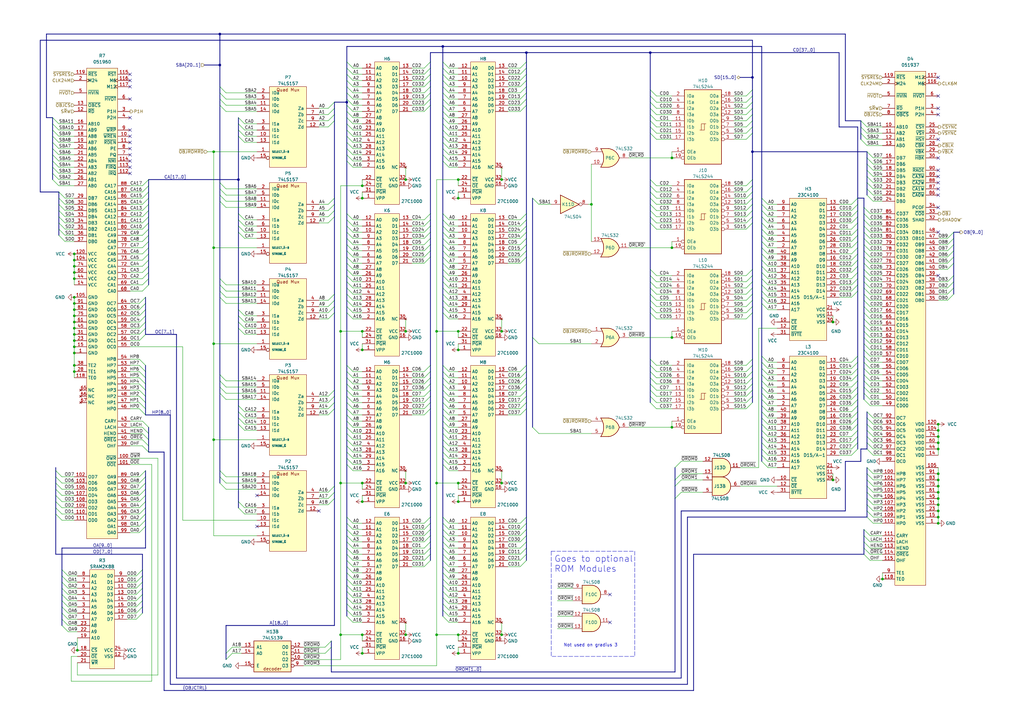
<source format=kicad_sch>
(kicad_sch (version 20230121) (generator eeschema)
  (paper "A3")
  (title_block (title "Gradius 3") (date "2024-04-11") (company "Konami GX945") (comment 1 "Ulf Skutnabba, twitter: @skutis77"))
  (bus_alias "OBJCTRL" (members "CARY" "LACH" "HEND" "~{OREG}" "OHF"))
  (junction (at 308.61 31.75))
  (junction (at 275.59 101.6))
  (junction (at 384.81 207.01))
  (junction (at 87.63 62.23))
  (junction (at 30.48 132.08))
  (junction (at 87.63 140.97))
  (junction (at 308.61 62.23))
  (junction (at 384.81 214.63))
  (junction (at 139.7 135.89))
  (junction (at 341.63 196.85))
  (junction (at 30.48 139.7))
  (junction (at 384.81 209.55))
  (junction (at 30.48 106.68))
  (junction (at 242.57 83.82))
  (junction (at 31.75 266.7))
  (junction (at 30.48 129.54))
  (junction (at 179.07 198.12))
  (junction (at 384.81 176.53))
  (junction (at 384.81 204.47))
  (junction (at 166.37 198.12))
  (junction (at 142.24 41.91))
  (junction (at 384.81 181.61))
  (junction (at 361.95 237.49))
  (junction (at 187.96 205.74))
  (junction (at 30.48 142.24))
  (junction (at 148.59 135.89))
  (junction (at 148.59 267.97))
  (junction (at 30.48 152.4))
  (junction (at 90.17 13.97))
  (junction (at 148.59 76.2))
  (junction (at 187.96 135.89))
  (junction (at 30.48 127))
  (junction (at 179.07 135.89))
  (junction (at 384.81 179.07))
  (junction (at 275.59 138.43))
  (junction (at 148.59 205.74))
  (junction (at 87.63 101.6))
  (junction (at 166.37 260.35))
  (junction (at 148.59 143.51))
  (junction (at 384.81 196.85))
  (junction (at 97.79 73.66))
  (junction (at 139.7 198.12))
  (junction (at 181.61 19.05))
  (junction (at 166.37 73.66))
  (junction (at 30.48 137.16))
  (junction (at 187.96 143.51))
  (junction (at 148.59 198.12))
  (junction (at 30.48 149.86))
  (junction (at 30.48 121.92))
  (junction (at 187.96 260.35))
  (junction (at 275.59 64.77))
  (junction (at 384.81 194.31))
  (junction (at 187.96 73.66))
  (junction (at 215.9 21.59))
  (junction (at 275.59 175.26))
  (junction (at 384.81 201.93))
  (junction (at 148.59 81.28))
  (junction (at 384.81 173.99))
  (junction (at 384.81 199.39))
  (junction (at 205.74 260.35))
  (junction (at 30.48 134.62))
  (junction (at 30.48 109.22))
  (junction (at 30.48 144.78))
  (junction (at 384.81 184.15))
  (junction (at 30.48 124.46))
  (junction (at 87.63 180.34))
  (junction (at 30.48 114.3))
  (junction (at 205.74 73.66))
  (junction (at 384.81 212.09))
  (junction (at 166.37 135.89))
  (junction (at 187.96 267.97))
  (junction (at 148.59 260.35))
  (junction (at 187.96 81.28))
  (junction (at 179.07 260.35))
  (junction (at 187.96 198.12))
  (junction (at 266.7 21.59))
  (junction (at 205.74 135.89))
  (junction (at 205.74 198.12))
  (junction (at 90.17 26.67))
  (junction (at 341.63 132.08))
  (junction (at 30.48 104.14))
  (junction (at 30.48 111.76))
  (junction (at 139.7 260.35))
  (no_connect (at 250.19 255.27))
  (no_connect (at 105.41 215.9))
  (no_connect (at 53.34 55.88))
  (no_connect (at 384.81 80.01))
  (no_connect (at 384.81 57.15))
  (no_connect (at 53.34 71.12))
  (no_connect (at 53.34 60.96))
  (no_connect (at 384.81 44.45))
  (no_connect (at 384.81 39.37))
  (no_connect (at 384.81 46.99))
  (no_connect (at 130.81 209.55))
  (no_connect (at 384.81 72.39))
  (no_connect (at 53.34 30.48))
  (no_connect (at 53.34 35.56))
  (no_connect (at 384.81 85.09))
  (no_connect (at 250.19 243.84))
  (no_connect (at 105.41 203.2))
  (no_connect (at 53.34 68.58))
  (no_connect (at 384.81 69.85))
  (no_connect (at 53.34 66.04))
  (no_connect (at 384.81 64.77))
  (no_connect (at 53.34 40.64))
  (no_connect (at 53.34 53.34))
  (no_connect (at 53.34 48.26))
  (no_connect (at 384.81 74.93))
  (no_connect (at 53.34 33.02))
  (no_connect (at 53.34 63.5))
  (no_connect (at 384.81 31.75))
  (no_connect (at 384.81 95.25))
  (no_connect (at 384.81 113.03))
  (no_connect (at 384.81 77.47))
  (no_connect (at 53.34 58.42))
  (bus_entry (at 354.33 217.17) (size 2.54 2.54))
  (bus_entry (at 25.4 213.36) (size -2.54 -2.54))
  (bus_entry (at 355.6 181.61) (size 2.54 2.54))
  (bus_entry (at 24.13 81.28) (size 2.54 2.54))
  (bus_entry (at 213.36 38.1) (size 2.54 -2.54))
  (bus_entry (at 349.25 99.06) (size 2.54 -2.54))
  (bus_entry (at 181.61 234.95) (size 2.54 2.54))
  (bus_entry (at 142.24 170.18) (size 2.54 2.54))
  (bus_entry (at 388.62 100.33) (size 2.54 -2.54))
  (bus_entry (at 59.69 170.18) (size -2.54 -2.54))
  (bus_entry (at 269.24 123.19) (size -2.54 -2.54))
  (bus_entry (at 181.61 227.33) (size 2.54 2.54))
  (bus_entry (at 97.79 205.74) (size 2.54 2.54))
  (bus_entry (at 58.42 114.3) (size 2.54 -2.54))
  (bus_entry (at 312.42 124.46) (size 2.54 2.54))
  (bus_entry (at 349.25 161.29) (size 2.54 -2.54))
  (bus_entry (at 276.86 191.77) (size 2.54 -2.54))
  (bus_entry (at 173.99 92.71) (size 2.54 -2.54))
  (bus_entry (at 312.42 114.3) (size 2.54 2.54))
  (bus_entry (at 21.59 68.58) (size 2.54 2.54))
  (bus_entry (at 349.25 101.6) (size 2.54 -2.54))
  (bus_entry (at 25.4 200.66) (size -2.54 -2.54))
  (bus_entry (at 21.59 66.04) (size 2.54 2.54))
  (bus_entry (at 142.24 224.79) (size 2.54 2.54))
  (bus_entry (at 306.07 157.48) (size 2.54 -2.54))
  (bus_entry (at 354.33 107.95) (size 2.54 2.54))
  (bus_entry (at 142.24 182.88) (size 2.54 2.54))
  (bus_entry (at 306.07 118.11) (size 2.54 -2.54))
  (bus_entry (at 349.25 121.92) (size 2.54 -2.54))
  (bus_entry (at 173.99 90.17) (size 2.54 -2.54))
  (bus_entry (at 57.15 127) (size 2.54 -2.54))
  (bus_entry (at 306.07 39.37) (size 2.54 -2.54))
  (bus_entry (at 57.15 218.44) (size 2.54 -2.54))
  (bus_entry (at 24.13 91.44) (size 2.54 2.54))
  (bus_entry (at 27.94 251.46) (size -2.54 -2.54))
  (bus_entry (at 27.94 236.22) (size -2.54 -2.54))
  (bus_entry (at 59.69 160.02) (size -2.54 -2.54))
  (bus_entry (at 181.61 45.72) (size 2.54 2.54))
  (bus_entry (at 142.24 33.02) (size 2.54 2.54))
  (bus_entry (at 58.42 78.74) (size 2.54 -2.54))
  (bus_entry (at 312.42 158.75) (size 2.54 2.54))
  (bus_entry (at 58.42 119.38) (size 2.54 -2.54))
  (bus_entry (at 181.61 107.95) (size 2.54 2.54))
  (bus_entry (at 312.42 166.37) (size 2.54 2.54))
  (bus_entry (at 142.24 229.87) (size 2.54 2.54))
  (bus_entry (at 354.33 163.83) (size 2.54 2.54))
  (bus_entry (at 57.15 129.54) (size 2.54 -2.54))
  (bus_entry (at 142.24 240.03) (size 2.54 2.54))
  (bus_entry (at 269.24 44.45) (size -2.54 -2.54))
  (bus_entry (at 312.42 181.61) (size 2.54 2.54))
  (bus_entry (at 173.99 162.56) (size 2.54 -2.54))
  (bus_entry (at 142.24 247.65) (size 2.54 2.54))
  (bus_entry (at 142.24 38.1) (size 2.54 2.54))
  (bus_entry (at 25.4 195.58) (size -2.54 -2.54))
  (bus_entry (at 142.24 214.63) (size 2.54 2.54))
  (bus_entry (at 354.33 123.19) (size 2.54 2.54))
  (bus_entry (at 173.99 154.94) (size 2.54 -2.54))
  (bus_entry (at 181.61 240.03) (size 2.54 2.54))
  (bus_entry (at 181.61 125.73) (size 2.54 2.54))
  (bus_entry (at 173.99 33.02) (size 2.54 -2.54))
  (bus_entry (at 134.62 204.47) (size 2.54 -2.54))
  (bus_entry (at 269.24 46.99) (size -2.54 -2.54))
  (bus_entry (at 354.33 92.71) (size 2.54 2.54))
  (bus_entry (at 181.61 33.02) (size 2.54 2.54))
  (bus_entry (at 97.79 134.62) (size 2.54 2.54))
  (bus_entry (at 181.61 30.48) (size 2.54 2.54))
  (bus_entry (at 90.17 158.75) (size 2.54 2.54))
  (bus_entry (at 306.07 162.56) (size 2.54 -2.54))
  (bus_entry (at 353.06 49.53) (size 2.54 2.54))
  (bus_entry (at 59.69 154.94) (size -2.54 -2.54))
  (bus_entry (at 355.6 72.39) (size 2.54 2.54))
  (bus_entry (at 142.24 217.17) (size 2.54 2.54))
  (bus_entry (at 213.36 162.56) (size 2.54 -2.54))
  (bus_entry (at 354.33 224.79) (size 2.54 2.54))
  (bus_entry (at 213.36 224.79) (size 2.54 -2.54))
  (bus_entry (at 312.42 151.13) (size 2.54 2.54))
  (bus_entry (at 181.61 102.87) (size 2.54 2.54))
  (bus_entry (at 306.07 152.4) (size 2.54 -2.54))
  (bus_entry (at 349.25 158.75) (size 2.54 -2.54))
  (bus_entry (at 312.42 109.22) (size 2.54 2.54))
  (bus_entry (at 57.15 205.74) (size 2.54 -2.54))
  (bus_entry (at 312.42 161.29) (size 2.54 2.54))
  (bus_entry (at 142.24 63.5) (size 2.54 2.54))
  (bus_entry (at 269.24 165.1) (size -2.54 -2.54))
  (bus_entry (at 312.42 121.92) (size 2.54 2.54))
  (bus_entry (at 90.17 195.58) (size 2.54 2.54))
  (bus_entry (at 134.62 83.82) (size 2.54 -2.54))
  (bus_entry (at 90.17 114.3) (size 2.54 2.54))
  (bus_entry (at 181.61 100.33) (size 2.54 2.54))
  (bus_entry (at 134.62 167.64) (size 2.54 -2.54))
  (bus_entry (at 355.6 199.39) (size 2.54 2.54))
  (bus_entry (at 181.61 182.88) (size 2.54 2.54))
  (bus_entry (at 306.07 149.86) (size 2.54 -2.54))
  (bus_entry (at 355.6 201.93) (size 2.54 2.54))
  (bus_entry (at 142.24 227.33) (size 2.54 2.54))
  (bus_entry (at 312.42 173.99) (size 2.54 2.54))
  (bus_entry (at 181.61 252.73) (size 2.54 2.54))
  (bus_entry (at 173.99 35.56) (size 2.54 -2.54))
  (bus_entry (at 349.25 93.98) (size 2.54 -2.54))
  (bus_entry (at 306.07 57.15) (size 2.54 -2.54))
  (bus_entry (at 142.24 43.18) (size 2.54 2.54))
  (bus_entry (at 349.25 168.91) (size 2.54 -2.54))
  (bus_entry (at 181.61 40.64) (size 2.54 2.54))
  (bus_entry (at 181.61 35.56) (size 2.54 2.54))
  (bus_entry (at 312.42 101.6) (size 2.54 2.54))
  (bus_entry (at 306.07 78.74) (size 2.54 -2.54))
  (bus_entry (at 142.24 113.03) (size 2.54 2.54))
  (bus_entry (at 24.13 86.36) (size 2.54 2.54))
  (bus_entry (at 57.15 208.28) (size 2.54 -2.54))
  (bus_entry (at 181.61 190.5) (size 2.54 2.54))
  (bus_entry (at 58.42 91.44) (size 2.54 -2.54))
  (bus_entry (at 142.24 185.42) (size 2.54 2.54))
  (bus_entry (at 354.33 148.59) (size 2.54 2.54))
  (bus_entry (at 353.06 57.15) (size 2.54 2.54))
  (bus_entry (at 269.24 162.56) (size -2.54 -2.54))
  (bus_entry (at 97.79 171.45) (size 2.54 2.54))
  (bus_entry (at 21.59 63.5) (size 2.54 2.54))
  (bus_entry (at 306.07 91.44) (size 2.54 -2.54))
  (bus_entry (at 90.17 38.1) (size 2.54 2.54))
  (bus_entry (at 355.6 179.07) (size 2.54 2.54))
  (bus_entry (at 213.36 92.71) (size 2.54 -2.54))
  (bus_entry (at 269.24 152.4) (size -2.54 -2.54))
  (bus_entry (at 173.99 170.18) (size 2.54 -2.54))
  (bus_entry (at 354.33 133.35) (size 2.54 2.54))
  (bus_entry (at 349.25 173.99) (size 2.54 -2.54))
  (bus_entry (at 92.71 267.97) (size 2.54 -2.54))
  (bus_entry (at 269.24 149.86) (size -2.54 -2.54))
  (bus_entry (at 213.36 167.64) (size 2.54 -2.54))
  (bus_entry (at 312.42 96.52) (size 2.54 2.54))
  (bus_entry (at 349.25 109.22) (size 2.54 -2.54))
  (bus_entry (at 306.07 154.94) (size 2.54 -2.54))
  (bus_entry (at 349.25 166.37) (size 2.54 -2.54))
  (bus_entry (at 59.69 167.64) (size -2.54 -2.54))
  (bus_entry (at 142.24 118.11) (size 2.54 2.54))
  (bus_entry (at 181.61 55.88) (size 2.54 2.54))
  (bus_entry (at 181.61 175.26) (size 2.54 2.54))
  (bus_entry (at 181.61 217.17) (size 2.54 2.54))
  (bus_entry (at 55.88 238.76) (size 2.54 -2.54))
  (bus_entry (at 213.36 102.87) (size 2.54 -2.54))
  (bus_entry (at 27.94 254) (size -2.54 -2.54))
  (bus_entry (at 134.62 91.44) (size 2.54 -2.54))
  (bus_entry (at 134.62 86.36) (size 2.54 -2.54))
  (bus_entry (at 306.07 120.65) (size 2.54 -2.54))
  (bus_entry (at 355.6 77.47) (size 2.54 2.54))
  (bus_entry (at 213.36 219.71) (size 2.54 -2.54))
  (bus_entry (at 181.61 63.5) (size 2.54 2.54))
  (bus_entry (at 312.42 179.07) (size 2.54 2.54))
  (bus_entry (at 21.59 60.96) (size 2.54 2.54))
  (bus_entry (at 269.24 130.81) (size -2.54 -2.54))
  (bus_entry (at 306.07 54.61) (size 2.54 -2.54))
  (bus_entry (at 354.33 227.33) (size 2.54 2.54))
  (bus_entry (at 269.24 157.48) (size -2.54 -2.54))
  (bus_entry (at 213.36 45.72) (size 2.54 -2.54))
  (bus_entry (at 142.24 92.71) (size 2.54 2.54))
  (bus_entry (at 269.24 81.28) (size -2.54 -2.54))
  (bus_entry (at 312.42 88.9) (size 2.54 2.54))
  (bus_entry (at 24.13 83.82) (size 2.54 2.54))
  (bus_entry (at 90.17 43.18) (size 2.54 2.54))
  (bus_entry (at 142.24 187.96) (size 2.54 2.54))
  (bus_entry (at 142.24 250.19) (size 2.54 2.54))
  (bus_entry (at 355.6 80.01) (size 2.54 2.54))
  (bus_entry (at 213.36 214.63) (size 2.54 -2.54))
  (bus_entry (at 58.42 81.28) (size 2.54 -2.54))
  (bus_entry (at 213.36 43.18) (size 2.54 -2.54))
  (bus_entry (at 90.17 121.92) (size 2.54 2.54))
  (bus_entry (at 134.62 44.45) (size 2.54 -2.54))
  (bus_entry (at 133.35 265.43) (size 2.54 -2.54))
  (bus_entry (at 306.07 81.28) (size 2.54 -2.54))
  (bus_entry (at 57.15 139.7) (size 2.54 -2.54))
  (bus_entry (at 388.62 110.49) (size 2.54 -2.54))
  (bus_entry (at 353.06 52.07) (size 2.54 2.54))
  (bus_entry (at 269.24 115.57) (size -2.54 -2.54))
  (bus_entry (at 27.94 246.38) (size -2.54 -2.54))
  (bus_entry (at 142.24 58.42) (size 2.54 2.54))
  (bus_entry (at 57.15 203.2) (size 2.54 -2.54))
  (bus_entry (at 269.24 86.36) (size -2.54 -2.54))
  (bus_entry (at 173.99 45.72) (size 2.54 -2.54))
  (bus_entry (at 355.6 176.53) (size 2.54 2.54))
  (bus_entry (at 90.17 80.01) (size 2.54 2.54))
  (bus_entry (at 355.6 168.91) (size 2.54 2.54))
  (bus_entry (at 60.96 175.26) (size -2.54 -2.54))
  (bus_entry (at 213.36 90.17) (size 2.54 -2.54))
  (bus_entry (at 97.79 95.25) (size 2.54 2.54))
  (bus_entry (at 57.15 124.46) (size 2.54 -2.54))
  (bus_entry (at 173.99 224.79) (size 2.54 -2.54))
  (bus_entry (at 354.33 110.49) (size 2.54 2.54))
  (bus_entry (at 25.4 205.74) (size -2.54 -2.54))
  (bus_entry (at 306.07 167.64) (size 2.54 -2.54))
  (bus_entry (at 173.99 167.64) (size 2.54 -2.54))
  (bus_entry (at 269.24 120.65) (size -2.54 -2.54))
  (bus_entry (at 181.61 180.34) (size 2.54 2.54))
  (bus_entry (at 173.99 102.87) (size 2.54 -2.54))
  (bus_entry (at 181.61 58.42) (size 2.54 2.54))
  (bus_entry (at 312.42 93.98) (size 2.54 2.54))
  (bus_entry (at 142.24 154.94) (size 2.54 2.54))
  (bus_entry (at 213.36 100.33) (size 2.54 -2.54))
  (bus_entry (at 92.71 270.51) (size 2.54 -2.54))
  (bus_entry (at 142.24 232.41) (size 2.54 2.54))
  (bus_entry (at 142.24 100.33) (size 2.54 2.54))
  (bus_entry (at 312.42 153.67) (size 2.54 2.54))
  (bus_entry (at 142.24 125.73) (size 2.54 2.54))
  (bus_entry (at 349.25 176.53) (size 2.54 -2.54))
  (bus_entry (at 27.94 248.92) (size -2.54 -2.54))
  (bus_entry (at 173.99 157.48) (size 2.54 -2.54))
  (bus_entry (at 354.33 135.89) (size 2.54 2.54))
  (bus_entry (at 142.24 90.17) (size 2.54 2.54))
  (bus_entry (at 142.24 48.26) (size 2.54 2.54))
  (bus_entry (at 355.6 194.31) (size 2.54 2.54))
  (bus_entry (at 181.61 110.49) (size 2.54 2.54))
  (bus_entry (at 181.61 172.72) (size 2.54 2.54))
  (bus_entry (at 354.33 100.33) (size 2.54 2.54))
  (bus_entry (at 312.42 91.44) (size 2.54 2.54))
  (bus_entry (at 142.24 66.04) (size 2.54 2.54))
  (bus_entry (at 349.25 179.07) (size 2.54 -2.54))
  (bus_entry (at 173.99 214.63) (size 2.54 -2.54))
  (bus_entry (at 142.24 219.71) (size 2.54 2.54))
  (bus_entry (at 181.61 27.94) (size 2.54 2.54))
  (bus_entry (at 269.24 78.74) (size -2.54 -2.54))
  (bus_entry (at 349.25 104.14) (size 2.54 -2.54))
  (bus_entry (at 27.94 243.84) (size -2.54 -2.54))
  (bus_entry (at 134.62 201.93) (size 2.54 -2.54))
  (bus_entry (at 354.33 138.43) (size 2.54 2.54))
  (bus_entry (at 269.24 160.02) (size -2.54 -2.54))
  (bus_entry (at 142.24 245.11) (size 2.54 2.54))
  (bus_entry (at 312.42 163.83) (size 2.54 2.54))
  (bus_entry (at 55.88 241.3) (size 2.54 -2.54))
  (bus_entry (at 312.42 171.45) (size 2.54 2.54))
  (bus_entry (at 181.61 50.8) (size 2.54 2.54))
  (bus_entry (at 58.42 99.06) (size 2.54 -2.54))
  (bus_entry (at 142.24 95.25) (size 2.54 2.54))
  (bus_entry (at 134.62 46.99) (size 2.54 -2.54))
  (bus_entry (at 306.07 165.1) (size 2.54 -2.54))
  (bus_entry (at 355.6 209.55) (size 2.54 2.54))
  (bus_entry (at 354.33 153.67) (size 2.54 2.54))
  (bus_entry (at 306.07 83.82) (size 2.54 -2.54))
  (bus_entry (at 25.4 198.12) (size -2.54 -2.54))
  (bus_entry (at 213.36 165.1) (size 2.54 -2.54))
  (bus_entry (at 213.36 27.94) (size 2.54 -2.54))
  (bus_entry (at 142.24 165.1) (size 2.54 2.54))
  (bus_entry (at 388.62 115.57) (size 2.54 -2.54))
  (bus_entry (at 306.07 115.57) (size 2.54 -2.54))
  (bus_entry (at 181.61 224.79) (size 2.54 2.54))
  (bus_entry (at 306.07 44.45) (size 2.54 -2.54))
  (bus_entry (at 59.69 152.4) (size -2.54 -2.54))
  (bus_entry (at 59.69 157.48) (size -2.54 -2.54))
  (bus_entry (at 312.42 176.53) (size 2.54 2.54))
  (bus_entry (at 27.94 238.76) (size -2.54 -2.54))
  (bus_entry (at 134.62 162.56) (size 2.54 -2.54))
  (bus_entry (at 134.62 123.19) (size 2.54 -2.54))
  (bus_entry (at 306.07 86.36) (size 2.54 -2.54))
  (bus_entry (at 97.79 166.37) (size 2.54 2.54))
  (bus_entry (at 354.33 95.25) (size 2.54 2.54))
  (bus_entry (at 181.61 97.79) (size 2.54 2.54))
  (bus_entry (at 269.24 154.94) (size -2.54 -2.54))
  (bus_entry (at 269.24 125.73) (size -2.54 -2.54))
  (bus_entry (at 59.69 149.86) (size -2.54 -2.54))
  (bus_entry (at 355.6 62.23) (size 2.54 2.54))
  (bus_entry (at 354.33 156.21) (size 2.54 2.54))
  (bus_entry (at 21.59 71.12) (size 2.54 2.54))
  (bus_entry (at 355.6 69.85) (size 2.54 2.54))
  (bus_entry (at 25.4 208.28) (size -2.54 -2.54))
  (bus_entry (at 349.25 153.67) (size 2.54 -2.54))
  (bus_entry (at 213.36 35.56) (size 2.54 -2.54))
  (bus_entry (at 181.61 162.56) (size 2.54 2.54))
  (bus_entry (at 181.61 53.34) (size 2.54 2.54))
  (bus_entry (at 60.96 182.88) (size -2.54 -2.54))
  (bus_entry (at 142.24 175.26) (size 2.54 2.54))
  (bus_entry (at 181.61 113.03) (size 2.54 2.54))
  (bus_entry (at 90.17 77.47) (size 2.54 2.54))
  (bus_entry (at 142.24 180.34) (size 2.54 2.54))
  (bus_entry (at 354.33 118.11) (size 2.54 2.54))
  (bus_entry (at 142.24 212.09) (size 2.54 2.54))
  (bus_entry (at 213.36 217.17) (size 2.54 -2.54))
  (bus_entry (at 58.42 93.98) (size 2.54 -2.54))
  (bus_entry (at 213.36 97.79) (size 2.54 -2.54))
  (bus_entry (at 142.24 105.41) (size 2.54 2.54))
  (bus_entry (at 181.61 87.63) (size 2.54 2.54))
  (bus_entry (at 134.62 49.53) (size 2.54 -2.54))
  (bus_entry (at 97.79 92.71) (size 2.54 2.54))
  (bus_entry (at 25.4 203.2) (size -2.54 -2.54))
  (bus_entry (at 27.94 256.54) (size -2.54 -2.54))
  (bus_entry (at 269.24 113.03) (size -2.54 -2.54))
  (bus_entry (at 142.24 252.73) (size 2.54 2.54))
  (bus_entry (at 355.6 67.31) (size 2.54 2.54))
  (bus_entry (at 97.79 127) (size 2.54 2.54))
  (bus_entry (at 349.25 151.13) (size 2.54 -2.54))
  (bus_entry (at 173.99 160.02) (size 2.54 -2.54))
  (bus_entry (at 58.42 104.14) (size 2.54 -2.54))
  (bus_entry (at 142.24 237.49) (size 2.54 2.54))
  (bus_entry (at 312.42 86.36) (size 2.54 2.54))
  (bus_entry (at 306.07 130.81) (size 2.54 -2.54))
  (bus_entry (at 213.36 154.94) (size 2.54 -2.54))
  (bus_entry (at 213.36 227.33) (size 2.54 -2.54))
  (bus_entry (at 269.24 54.61) (size -2.54 -2.54))
  (bus_entry (at 97.79 55.88) (size 2.54 2.54))
  (bus_entry (at 181.61 237.49) (size 2.54 2.54))
  (bus_entry (at 213.36 40.64) (size 2.54 -2.54))
  (bus_entry (at 312.42 189.23) (size 2.54 2.54))
  (bus_entry (at 57.15 134.62) (size 2.54 -2.54))
  (bus_entry (at 355.6 184.15) (size 2.54 2.54))
  (bus_entry (at 306.07 41.91) (size 2.54 -2.54))
  (bus_entry (at 354.33 125.73) (size 2.54 2.54))
  (bus_entry (at 142.24 120.65) (size 2.54 2.54))
  (bus_entry (at 349.25 91.44) (size 2.54 -2.54))
  (bus_entry (at 24.13 93.98) (size 2.54 2.54))
  (bus_entry (at 181.61 250.19) (size 2.54 2.54))
  (bus_entry (at 349.25 86.36) (size 2.54 -2.54))
  (bus_entry (at 355.6 74.93) (size 2.54 2.54))
  (bus_entry (at 90.17 116.84) (size 2.54 2.54))
  (bus_entry (at 269.24 88.9) (size -2.54 -2.54))
  (bus_entry (at 57.15 132.08) (size 2.54 -2.54))
  (bus_entry (at 349.25 83.82) (size 2.54 -2.54))
  (bus_entry (at 142.24 157.48) (size 2.54 2.54))
  (bus_entry (at 312.42 106.68) (size 2.54 2.54))
  (bus_entry (at 349.25 106.68) (size 2.54 -2.54))
  (bus_entry (at 354.33 222.25) (size 2.54 2.54))
  (bus_entry (at 388.62 107.95) (size 2.54 -2.54))
  (bus_entry (at 312.42 104.14) (size 2.54 2.54))
  (bus_entry (at 312.42 119.38) (size 2.54 2.54))
  (bus_entry (at 142.24 152.4) (size 2.54 2.54))
  (bus_entry (at 55.88 236.22) (size 2.54 -2.54))
  (bus_entry (at 142.24 60.96) (size 2.54 2.54))
  (bus_entry (at 173.99 40.64) (size 2.54 -2.54))
  (bus_entry (at 173.99 232.41) (size 2.54 -2.54))
  (bus_entry (at 134.62 52.07) (size 2.54 -2.54))
  (bus_entry (at 269.24 76.2) (size -2.54 -2.54))
  (bus_entry (at 355.6 212.09) (size 2.54 2.54))
  (bus_entry (at 58.42 111.76) (size 2.54 -2.54))
  (bus_entry (at 173.99 219.71) (size 2.54 -2.54))
  (bus_entry (at 306.07 160.02) (size 2.54 -2.54))
  (bus_entry (at 355.6 196.85) (size 2.54 2.54))
  (bus_entry (at 58.42 88.9) (size 2.54 -2.54))
  (bus_entry (at 213.36 170.18) (size 2.54 -2.54))
  (bus_entry (at 349.25 156.21) (size 2.54 -2.54))
  (bus_entry (at 57.15 137.16) (size 2.54 -2.54))
  (bus_entry (at 181.61 212.09) (size 2.54 2.54))
  (bus_entry (at 181.61 154.94) (size 2.54 2.54))
  (bus_entry (at 90.17 193.04) (size 2.54 2.54))
  (bus_entry (at 312.42 186.69) (size 2.54 2.54))
  (bus_entry (at 354.33 219.71) (size 2.54 2.54))
  (bus_entry (at 388.62 97.79) (size 2.54 -2.54))
  (bus_entry (at 269.24 83.82) (size -2.54 -2.54))
  (bus_entry (at 97.79 90.17) (size 2.54 2.54))
  (bus_entry (at 57.15 213.36) (size 2.54 -2.54))
  (bus_entry (at 213.36 30.48) (size 2.54 -2.54))
  (bus_entry (at 173.99 43.18) (size 2.54 -2.54))
  (bus_entry (at 60.96 177.8) (size -2.54 -2.54))
  (bus_entry (at 312.42 168.91) (size 2.54 2.54))
  (bus_entry (at 21.59 53.34) (size 2.54 2.54))
  (bus_entry (at 354.33 87.63) (size 2.54 2.54))
  (bus_entry (at 181.61 118.11) (size 2.54 2.54))
  (bus_entry (at 90.17 82.55) (size 2.54 2.54))
  (bus_entry (at 181.61 222.25) (size 2.54 2.54))
  (bus_entry (at 269.24 39.37) (size -2.54 -2.54))
  (bus_entry (at 181.61 152.4) (size 2.54 2.54))
  (bus_entry (at 181.61 165.1) (size 2.54 2.54))
  (bus_entry (at 349.25 148.59) (size 2.54 -2.54))
  (bus_entry (at 218.44 138.43) (size 2.54 2.54))
  (bus_entry (at 349.25 181.61) (size 2.54 -2.54))
  (bus_entry (at 354.33 158.75) (size 2.54 2.54))
  (bus_entry (at 213.36 107.95) (size 2.54 -2.54))
  (bus_entry (at 354.33 128.27) (size 2.54 2.54))
  (bus_entry (at 173.99 105.41) (size 2.54 -2.54))
  (bus_entry (at 142.24 242.57) (size 2.54 2.54))
  (bus_entry (at 269.24 118.11) (size -2.54 -2.54))
  (bus_entry (at 27.94 241.3) (size -2.54 -2.54))
  (bus_entry (at 27.94 259.08) (size -2.54 -2.54))
  (bus_entry (at 181.61 185.42) (size 2.54 2.54))
  (bus_entry (at 97.79 53.34) (size 2.54 2.54))
  (bus_entry (at 213.36 33.02) (size 2.54 -2.54))
  (bus_entry (at 312.42 81.28) (size 2.54 2.54))
  (bus_entry (at 306.07 49.53) (size 2.54 -2.54))
  (bus_entry (at 97.79 168.91) (size 2.54 2.54))
  (bus_entry (at 21.59 48.26) (size 2.54 2.54))
  (bus_entry (at 354.33 97.79) (size 2.54 2.54))
  (bus_entry (at 173.99 38.1) (size 2.54 -2.54))
  (bus_entry (at 55.88 254) (size 2.54 -2.54))
  (bus_entry (at 58.42 76.2) (size 2.54 -2.54))
  (bus_entry (at 269.24 167.64) (size -2.54 -2.54))
  (bus_entry (at 355.6 191.77) (size 2.54 2.54))
  (bus_entry (at 142.24 40.64) (size 2.54 2.54))
  (bus_entry (at 97.79 87.63) (size 2.54 2.54))
  (bus_entry (at 142.24 149.86) (size 2.54 2.54))
  (bus_entry (at 173.99 227.33) (size 2.54 -2.54))
  (bus_entry (at 276.86 199.39) (size 2.54 -2.54))
  (bus_entry (at 181.61 170.18) (size 2.54 2.54))
  (bus_entry (at 181.61 60.96) (size 2.54 2.54))
  (bus_entry (at 97.79 173.99) (size 2.54 2.54))
  (bus_entry (at 213.36 232.41) (size 2.54 -2.54))
  (bus_entry (at 349.25 114.3) (size 2.54 -2.54))
  (bus_entry (at 213.36 95.25) (size 2.54 -2.54))
  (bus_entry (at 218.44 81.28) (size 2.54 2.54))
  (bus_entry (at 213.36 152.4) (size 2.54 -2.54))
  (bus_entry (at 354.33 143.51) (size 2.54 2.54))
  (bus_entry (at 354.33 115.57) (size 2.54 2.54))
  (bus_entry (at 58.42 96.52) (size 2.54 -2.54))
  (bus_entry (at 312.42 148.59) (size 2.54 2.54))
  (bus_entry (at 58.42 116.84) (size 2.54 -2.54))
  (bus_entry (at 55.88 243.84) (size 2.54 -2.54))
  (bus_entry (at 173.99 95.25) (size 2.54 -2.54))
  (bus_entry (at 60.96 180.34) (size -2.54 -2.54))
  (bus_entry (at 55.88 246.38) (size 2.54 -2.54))
  (bus_entry (at 306.07 76.2) (size 2.54 -2.54))
  (bus_entry (at 142.24 45.72) (size 2.54 2.54))
  (bus_entry (at 181.61 48.26) (size 2.54 2.54))
  (bus_entry (at 134.62 165.1) (size 2.54 -2.54))
  (bus_entry (at 134.62 170.18) (size 2.54 -2.54))
  (bus_entry (at 312.42 184.15) (size 2.54 2.54))
  (bus_entry (at 55.88 248.92) (size 2.54 -2.54))
  (bus_entry (at 388.62 105.41) (size 2.54 -2.54))
  (bus_entry (at 354.33 120.65) (size 2.54 2.54))
  (bus_entry (at 181.61 115.57) (size 2.54 2.54))
  (bus_entry (at 388.62 102.87) (size 2.54 -2.54))
  (bus_entry (at 213.36 229.87) (size 2.54 -2.54))
  (bus_entry (at 355.6 207.01) (size 2.54 2.54))
  (bus_entry (at 142.24 167.64) (size 2.54 2.54))
  (bus_entry (at 59.69 162.56) (size -2.54 -2.54))
  (bus_entry (at 142.24 30.48) (size 2.54 2.54))
  (bus_entry (at 312.42 99.06) (size 2.54 2.54))
  (bus_entry (at 58.42 106.68) (size 2.54 -2.54))
  (bus_entry (at 354.33 105.41) (size 2.54 2.54))
  (bus_entry (at 349.25 186.69) (size 2.54 -2.54))
  (bus_entry (at 134.62 207.01) (size 2.54 -2.54))
  (bus_entry (at 354.33 161.29) (size 2.54 2.54))
  (bus_entry (at 142.24 160.02) (size 2.54 2.54))
  (bus_entry (at 134.62 130.81) (size 2.54 -2.54))
  (bus_entry (at 181.61 90.17) (size 2.54 2.54))
  (bus_entry (at 181.61 167.64) (size 2.54 2.54))
  (bus_entry (at 355.6 64.77) (size 2.54 2.54))
  (bus_entry (at 173.99 27.94) (size 2.54 -2.54))
  (bus_entry (at 142.24 177.8) (size 2.54 2.54))
  (bus_entry (at 90.17 40.64) (size 2.54 2.54))
  (bus_entry (at 354.33 85.09) (size 2.54 2.54))
  (bus_entry (at 142.24 234.95) (size 2.54 2.54))
  (bus_entry (at 355.6 171.45) (size 2.54 2.54))
  (bus_entry (at 218.44 175.26) (size 2.54 2.54))
  (bus_entry (at 142.24 25.4) (size 2.54 2.54))
  (bus_entry (at 306.07 123.19) (size 2.54 -2.54))
  (bus_entry (at 354.33 146.05) (size 2.54 2.54))
  (bus_entry (at 90.17 161.29) (size 2.54 2.54))
  (bus_entry (at 142.24 87.63) (size 2.54 2.54))
  (bus_entry (at 97.79 48.26) (size 2.54 2.54))
  (bus_entry (at 269.24 41.91) (size -2.54 -2.54))
  (bus_entry (at 142.24 110.49) (size 2.54 2.54))
  (bus_entry (at 306.07 125.73) (size 2.54 -2.54))
  (bus_entry (at 181.61 92.71) (size 2.54 2.54))
  (bus_entry (at 24.13 88.9) (size 2.54 2.54))
  (bus_entry (at 181.61 160.02) (size 2.54 2.54))
  (bus_entry (at 134.62 125.73) (size 2.54 -2.54))
  (bus_entry (at 90.17 119.38) (size 2.54 2.54))
  (bus_entry (at 213.36 105.41) (size 2.54 -2.54))
  (bus_entry (at 142.24 123.19) (size 2.54 2.54))
  (bus_entry (at 142.24 162.56) (size 2.54 2.54))
  (bus_entry (at 213.36 222.25) (size 2.54 -2.54))
  (bus_entry (at 142.24 55.88) (size 2.54 2.54))
  (bus_entry (at 181.61 120.65) (size 2.54 2.54))
  (bus_entry (at 354.33 113.03) (size 2.54 2.54))
  (bus_entry (at 57.15 198.12) (size 2.54 -2.54))
  (bus_entry (at 181.61 232.41) (size 2.54 2.54))
  (bus_entry (at 306.07 88.9) (size 2.54 -2.54))
  (bus_entry (at 173.99 222.25) (size 2.54 -2.54))
  (bus_entry (at 181.61 128.27) (size 2.54 2.54))
  (bus_entry (at 349.25 111.76) (size 2.54 -2.54))
  (bus_entry (at 181.61 43.18) (size 2.54 2.54))
  (bus_entry (at 58.42 83.82) (size 2.54 -2.54))
  (bus_entry (at 349.25 163.83) (size 2.54 -2.54))
  (bus_entry (at 57.15 210.82) (size 2.54 -2.54))
  (bus_entry (at 142.24 35.56) (size 2.54 2.54))
  (bus_entry (at 181.61 95.25) (size 2.54 2.54))
  (bus_entry (at 59.69 165.1) (size -2.54 -2.54))
  (bus_entry (at 354.33 151.13) (size 2.54 2.54))
  (bus_entry (at 269.24 91.44) (size -2.54 -2.54))
  (bus_entry (at 388.62 120.65) (size 2.54 -2.54))
  (bus_entry (at 306.07 113.03) (size 2.54 -2.54))
  (bus_entry (at 312.42 156.21) (size 2.54 2.54))
  (bus_entry (at 173.99 229.87) (size 2.54 -2.54))
  (bus_entry (at 142.24 97.79) (size 2.54 2.54))
  (bus_entry (at 97.79 129.54) (size 2.54 2.54))
  (bus_entry (at 142.24 172.72) (size 2.54 2.54))
  (bus_entry (at 142.24 102.87) (size 2.54 2.54))
  (bus_entry (at 134.62 88.9) (size 2.54 -2.54))
  (bus_entry (at 90.17 156.21) (size 2.54 2.54))
  (bus_entry (at 133.35 267.97) (size 2.54 -2.54))
  (bus_entry (at 388.62 118.11) (size 2.54 -2.54))
  (bus_entry (at 24.13 96.52) (size 2.54 2.54))
  (bus_entry (at 25.4 210.82) (size -2.54 -2.54))
  (bus_entry (at 181.61 149.86) (size 2.54 2.54))
  (bus_entry (at 353.06 54.61) (size 2.54 2.54))
  (bus_entry (at 90.17 35.56) (size 2.54 2.54))
  (bus_entry (at 142.24 53.34) (size 2.54 2.54))
  (bus_entry (at 181.61 219.71) (size 2.54 2.54))
  (bus_entry (at 58.42 101.6) (size 2.54 -2.54))
  (bus_entry (at 173.99 152.4) (size 2.54 -2.54))
  (bus_entry (at 57.15 215.9) (size 2.54 -2.54))
  (bus_entry (at 90.17 74.93) (size 2.54 2.54))
  (bus_entry (at 181.61 38.1) (size 2.54 2.54))
  (bus_entry (at 173.99 100.33) (size 2.54 -2.54))
  (bus_entry (at 90.17 153.67) (size 2.54 2.54))
  (bus_entry (at 349.25 184.15) (size 2.54 -2.54))
  (bus_entry (at 55.88 251.46) (size 2.54 -2.54))
  (bus_entry (at 97.79 208.28) (size 2.54 2.54))
  (bus_entry (at 349.25 119.38) (size 2.54 -2.54))
  (bus_entry (at 21.59 55.88) (size 2.54 2.54))
  (bus_entry (at 181.61 247.65) (size 2.54 2.54))
  (bus_entry (at 354.33 140.97) (size 2.54 2.54))
  (bus_entry (at 269.24 93.98) (size -2.54 -2.54))
  (bus_entry (at 306.07 52.07) (size 2.54 -2.54))
  (bus_entry (at 21.59 50.8) (size 2.54 2.54))
  (bus_entry (at 388.62 123.19) (size 2.54 -2.54))
  (bus_entry (at 306.07 46.99) (size 2.54 -2.54))
  (bus_entry (at 276.86 204.47) (size 2.54 -2.54))
  (bus_entry (at 181.61 214.63) (size 2.54 2.54))
  (bus_entry (at 269.24 49.53) (size -2.54 -2.54))
  (bus_entry (at 24.13 78.74) (size 2.54 2.54))
  (bus_entry (at 181.61 105.41) (size 2.54 2.54))
  (bus_entry (at 173.99 30.48) (size 2.54 -2.54))
  (bus_entry (at 60.96 185.42) (size -2.54 -2.54))
  (bus_entry (at 213.36 157.48) (size 2.54 -2.54))
  (bus_entry (at 173.99 97.79) (size 2.54 -2.54))
  (bus_entry (at 181.61 66.04) (size 2.54 2.54))
  (bus_entry (at 21.59 73.66) (size 2.54 2.54))
  (bus_entry (at 181.61 229.87) (size 2.54 2.54))
  (bus_entry (at 142.24 27.94) (size 2.54 2.54))
  (bus_entry (at 58.42 86.36) (size 2.54 -2.54))
  (bus_entry (at 312.42 146.05) (size 2.54 2.54))
  (bus_entry (at 173.99 165.1) (size 2.54 -2.54))
  (bus_entry (at 21.59 58.42) (size 2.54 2.54))
  (bus_entry (at 355.6 173.99) (size 2.54 2.54))
  (bus_entry (at 173.99 107.95) (size 2.54 -2.54))
  (bus_entry (at 173.99 217.17) (size 2.54 -2.54))
  (bus_entry (at 312.42 116.84) (size 2.54 2.54))
  (bus_entry (at 269.24 57.15) (size -2.54 -2.54))
  (bus_entry (at 354.33 90.17) (size 2.54 2.54))
  (bus_entry (at 142.24 128.27) (size 2.54 2.54))
  (bus_entry (at 354.33 130.81) (size 2.54 2.54))
  (bus_entry (at 181.61 242.57) (size 2.54 2.54))
  (bus_entry (at 349.25 116.84) (size 2.54 -2.54))
  (bus_entry (at 97.79 132.08) (size 2.54 2.54))
  (bus_entry (at 312.42 83.82) (size 2.54 2.54))
  (bus_entry (at 269.24 128.27) (size -2.54 -2.54))
  (bus_entry (at 181.61 25.4) (size 2.54 2.54))
  (bus_entry (at 90.17 198.12) (size 2.54 2.54))
  (bus_entry (at 312.42 111.76) (size 2.54 2.54))
  (bus_entry (at 97.79 50.8) (size 2.54 2.54))
  (bus_entry (at 213.36 160.02) (size 2.54 -2.54))
  (bus_entry (at 349.25 96.52) (size 2.54 -2.54))
  (bus_entry (at 142.24 50.8) (size 2.54 2.54))
  (bus_entry (at 181.61 177.8) (size 2.54 2.54))
  (bus_entry (at 181.61 245.11) (size 2.54 2.54))
  (bus_entry (at 181.61 157.48) (size 2.54 2.54))
  (bus_entry (at 349.25 171.45) (size 2.54 -2.54))
  (bus_entry (at 57.15 200.66) (size 2.54 -2.54))
  (bus_entry (at 142.24 222.25) (size 2.54 2.54))
  (bus_entry (at 181.61 187.96) (size 2.54 2.54))
  (bus_entry (at 354.33 102.87) (size 2.54 2.54))
  (bus_entry (at 142.24 107.95) (size 2.54 2.54))
  (bus_entry (at 142.24 115.57) (size 2.54 2.54))
  (bus_entry (at 306.07 128.27) (size 2.54 -2.54))
  (bus_entry (at 349.25 88.9) (size 2.54 -2.54))
  (bus_entry (at 355.6 204.47) (size 2.54 2.54))
  (bus_entry (at 134.62 128.27) (size 2.54 -2.54))
  (bus_entry (at 58.42 109.22) (size 2.54 -2.54))
  (bus_entry (at 269.24 52.07) (size -2.54 -2.54))
  (bus_entry (at 306.07 93.98) (size 2.54 -2.54))
  (bus_entry (at 181.61 123.19) (size 2.54 2.54))
  (bus_entry (at 142.24 190.5) (size 2.54 2.54))
  (bus_entry (at 57.15 195.58) (size 2.54 -2.54))
  (bus_entry (at 276.86 196.85) (size 2.54 -2.54))
  (bus (pts (xy 90.17 119.38) (xy 90.17 121.92)))
  (bus (pts (xy 303.53 31.75) (xy 308.61 31.75)))
  (wire (pts (xy 144.78 102.87) (xy 148.59 102.87)))
  (bus (pts (xy 137.16 204.47) (xy 137.16 256.54)))
  (wire (pts (xy 168.91 30.48) (xy 173.99 30.48)))
  (bus (pts (xy 266.7 125.73) (xy 266.7 128.27)))
  (bus (pts (xy 215.9 102.87) (xy 215.9 105.41)))
  (bus (pts (xy 137.16 201.93) (xy 137.16 204.47)))
  (bus (pts (xy 176.53 165.1) (xy 176.53 167.64)))
  (bus (pts (xy 90.17 153.67) (xy 90.17 156.21)))
  (bus (pts (xy 69.85 280.67) (xy 281.94 280.67)))
  (wire (pts (xy 358.14 77.47) (xy 361.95 77.47)))
  (wire (pts (xy 144.78 224.79) (xy 148.59 224.79)))
  (bus (pts (xy 312.42 163.83) (xy 312.42 166.37)))
  (bus (pts (xy 21.59 63.5) (xy 21.59 60.96)))
  (wire (pts (xy 144.78 175.26) (xy 148.59 175.26)))
  (bus (pts (xy 312.42 93.98) (xy 312.42 96.52)))
  (bus (pts (xy 354.33 115.57) (xy 354.33 118.11)))
  (wire (pts (xy 144.78 92.71) (xy 148.59 92.71)))
  (bus (pts (xy 142.24 187.96) (xy 142.24 190.5)))
  (bus (pts (xy 215.9 33.02) (xy 215.9 35.56)))
  (wire (pts (xy 57.15 152.4) (xy 53.34 152.4)))
  (bus (pts (xy 312.42 151.13) (xy 312.42 153.67)))
  (wire (pts (xy 184.15 219.71) (xy 187.96 219.71)))
  (bus (pts (xy 25.4 224.79) (xy 25.4 233.68)))
  (wire (pts (xy 184.15 175.26) (xy 187.96 175.26)))
  (bus (pts (xy 97.79 129.54) (xy 97.79 132.08)))
  (bus (pts (xy 308.61 115.57) (xy 308.61 113.03)))
  (bus (pts (xy 181.61 38.1) (xy 181.61 40.64)))
  (bus (pts (xy 142.24 165.1) (xy 142.24 167.64)))
  (bus (pts (xy 90.17 43.18) (xy 90.17 74.93)))
  (wire (pts (xy 208.28 229.87) (xy 213.36 229.87)))
  (wire (pts (xy 144.78 27.94) (xy 148.59 27.94)))
  (wire (pts (xy 92.71 124.46) (xy 105.41 124.46)))
  (bus (pts (xy 67.31 185.42) (xy 67.31 283.21)))
  (wire (pts (xy 275.59 123.19) (xy 269.24 123.19)))
  (wire (pts (xy 148.59 135.89) (xy 148.59 138.43)))
  (wire (pts (xy 144.78 68.58) (xy 148.59 68.58)))
  (wire (pts (xy 344.17 173.99) (xy 349.25 173.99)))
  (bus (pts (xy 308.61 54.61) (xy 308.61 52.07)))
  (wire (pts (xy 168.91 160.02) (xy 173.99 160.02)))
  (bus (pts (xy 181.61 162.56) (xy 181.61 165.1)))
  (bus (pts (xy 354.33 100.33) (xy 354.33 102.87)))
  (wire (pts (xy 208.28 157.48) (xy 213.36 157.48)))
  (wire (pts (xy 53.34 132.08) (xy 57.15 132.08)))
  (bus (pts (xy 181.61 237.49) (xy 181.61 240.03)))
  (wire (pts (xy 275.59 135.89) (xy 275.59 138.43)))
  (bus (pts (xy 59.69 127) (xy 59.69 129.54)))
  (wire (pts (xy 53.34 218.44) (xy 57.15 218.44)))
  (wire (pts (xy 184.15 105.41) (xy 187.96 105.41)))
  (wire (pts (xy 87.63 101.6) (xy 87.63 140.97)))
  (bus (pts (xy 312.42 106.68) (xy 312.42 109.22)))
  (bus (pts (xy 266.7 91.44) (xy 266.7 110.49)))
  (bus (pts (xy 90.17 158.75) (xy 90.17 161.29)))
  (bus (pts (xy 59.69 121.92) (xy 59.69 124.46)))
  (wire (pts (xy 344.17 166.37) (xy 349.25 166.37)))
  (bus (pts (xy 60.96 109.22) (xy 60.96 106.68)))
  (bus (pts (xy 58.42 246.38) (xy 58.42 248.92)))
  (wire (pts (xy 144.78 182.88) (xy 148.59 182.88)))
  (wire (pts (xy 344.17 114.3) (xy 349.25 114.3)))
  (bus (pts (xy 142.24 222.25) (xy 142.24 224.79)))
  (wire (pts (xy 168.91 90.17) (xy 173.99 90.17)))
  (wire (pts (xy 139.7 270.51) (xy 139.7 260.35)))
  (wire (pts (xy 356.87 146.05) (xy 361.95 146.05)))
  (wire (pts (xy 148.59 135.89) (xy 139.7 135.89)))
  (bus (pts (xy 351.79 93.98) (xy 351.79 96.52)))
  (wire (pts (xy 179.07 198.12) (xy 179.07 260.35)))
  (wire (pts (xy 314.96 86.36) (xy 318.77 86.36)))
  (wire (pts (xy 356.87 87.63) (xy 361.95 87.63)))
  (bus (pts (xy 176.53 105.41) (xy 176.53 149.86)))
  (bus (pts (xy 266.7 52.07) (xy 266.7 54.61)))
  (wire (pts (xy 300.99 167.64) (xy 306.07 167.64)))
  (wire (pts (xy 208.28 217.17) (xy 213.36 217.17)))
  (bus (pts (xy 142.24 217.17) (xy 142.24 219.71)))
  (wire (pts (xy 184.15 185.42) (xy 187.96 185.42)))
  (bus (pts (xy 58.42 241.3) (xy 58.42 243.84)))
  (wire (pts (xy 26.67 88.9) (xy 30.48 88.9)))
  (bus (pts (xy 391.16 102.87) (xy 391.16 100.33)))
  (bus (pts (xy 308.61 110.49) (xy 308.61 91.44)))
  (bus (pts (xy 181.61 167.64) (xy 181.61 170.18)))
  (wire (pts (xy 358.14 186.69) (xy 361.95 186.69)))
  (bus (pts (xy 22.86 198.12) (xy 22.86 195.58)))
  (bus (pts (xy 176.53 92.71) (xy 176.53 95.25)))
  (wire (pts (xy 184.15 190.5) (xy 187.96 190.5)))
  (bus (pts (xy 24.13 78.74) (xy 16.51 78.74)))
  (wire (pts (xy 314.96 168.91) (xy 318.77 168.91)))
  (wire (pts (xy 52.07 254) (xy 55.88 254)))
  (bus (pts (xy 24.13 83.82) (xy 24.13 81.28)))
  (wire (pts (xy 384.81 107.95) (xy 388.62 107.95)))
  (wire (pts (xy 275.59 113.03) (xy 269.24 113.03)))
  (bus (pts (xy 176.53 224.79) (xy 176.53 227.33)))
  (bus (pts (xy 24.13 81.28) (xy 24.13 78.74)))
  (wire (pts (xy 184.15 48.26) (xy 187.96 48.26)))
  (wire (pts (xy 257.81 64.77) (xy 275.59 64.77)))
  (wire (pts (xy 344.17 88.9) (xy 349.25 88.9)))
  (wire (pts (xy 184.15 222.25) (xy 187.96 222.25)))
  (wire (pts (xy 29.21 269.24) (xy 29.21 279.4)))
  (bus (pts (xy 181.61 60.96) (xy 181.61 63.5)))
  (wire (pts (xy 53.34 76.2) (xy 58.42 76.2)))
  (wire (pts (xy 53.34 114.3) (xy 58.42 114.3)))
  (bus (pts (xy 312.42 88.9) (xy 312.42 91.44)))
  (bus (pts (xy 59.69 210.82) (xy 59.69 213.36)))
  (bus (pts (xy 181.61 53.34) (xy 181.61 55.88)))
  (bus (pts (xy 266.7 118.11) (xy 266.7 120.65)))
  (wire (pts (xy 275.59 46.99) (xy 269.24 46.99)))
  (bus (pts (xy 181.61 35.56) (xy 181.61 38.1)))
  (bus (pts (xy 142.24 245.11) (xy 142.24 247.65)))
  (bus (pts (xy 354.33 138.43) (xy 354.33 140.97)))
  (wire (pts (xy 53.34 96.52) (xy 58.42 96.52)))
  (bus (pts (xy 266.7 39.37) (xy 266.7 41.91)))
  (bus (pts (xy 215.9 40.64) (xy 215.9 43.18)))
  (wire (pts (xy 53.34 104.14) (xy 58.42 104.14)))
  (bus (pts (xy 353.06 49.53) (xy 346.71 49.53)))
  (wire (pts (xy 344.17 151.13) (xy 349.25 151.13)))
  (wire (pts (xy 208.28 170.18) (xy 213.36 170.18)))
  (bus (pts (xy 90.17 80.01) (xy 90.17 82.55)))
  (bus (pts (xy 21.59 66.04) (xy 21.59 63.5)))
  (bus (pts (xy 59.69 134.62) (xy 59.69 137.16)))
  (bus (pts (xy 354.33 107.95) (xy 354.33 110.49)))
  (wire (pts (xy 92.71 77.47) (xy 105.41 77.47)))
  (wire (pts (xy 208.28 90.17) (xy 213.36 90.17)))
  (wire (pts (xy 300.99 46.99) (xy 306.07 46.99)))
  (bus (pts (xy 181.61 97.79) (xy 181.61 100.33)))
  (bus (pts (xy 312.42 104.14) (xy 312.42 106.68)))
  (wire (pts (xy 208.28 152.4) (xy 213.36 152.4)))
  (wire (pts (xy 300.99 152.4) (xy 306.07 152.4)))
  (wire (pts (xy 144.78 90.17) (xy 148.59 90.17)))
  (wire (pts (xy 52.07 236.22) (xy 55.88 236.22)))
  (wire (pts (xy 168.91 154.94) (xy 173.99 154.94)))
  (bus (pts (xy 60.96 104.14) (xy 60.96 101.6)))
  (bus (pts (xy 353.06 184.15) (xy 353.06 189.23)))
  (wire (pts (xy 92.71 40.64) (xy 105.41 40.64)))
  (bus (pts (xy 181.61 175.26) (xy 181.61 177.8)))
  (wire (pts (xy 356.87 107.95) (xy 361.95 107.95)))
  (bus (pts (xy 355.6 181.61) (xy 355.6 184.15)))
  (bus (pts (xy 308.61 165.1) (xy 308.61 162.56)))
  (bus (pts (xy 181.61 214.63) (xy 181.61 217.17)))
  (wire (pts (xy 275.59 49.53) (xy 269.24 49.53)))
  (wire (pts (xy 144.78 187.96) (xy 148.59 187.96)))
  (wire (pts (xy 384.81 212.09) (xy 384.81 214.63)))
  (bus (pts (xy 90.17 77.47) (xy 90.17 80.01)))
  (bus (pts (xy 97.79 55.88) (xy 97.79 73.66)))
  (bus (pts (xy 308.61 16.51) (xy 308.61 31.75)))
  (wire (pts (xy 144.78 177.8) (xy 148.59 177.8)))
  (bus (pts (xy 181.61 110.49) (xy 181.61 113.03)))
  (wire (pts (xy 30.48 104.14) (xy 30.48 106.68)))
  (bus (pts (xy 215.9 21.59) (xy 266.7 21.59)))
  (wire (pts (xy 53.34 93.98) (xy 58.42 93.98)))
  (bus (pts (xy 142.24 234.95) (xy 142.24 237.49)))
  (wire (pts (xy 300.99 41.91) (xy 306.07 41.91)))
  (bus (pts (xy 351.79 158.75) (xy 351.79 161.29)))
  (wire (pts (xy 168.91 45.72) (xy 173.99 45.72)))
  (bus (pts (xy 25.4 246.38) (xy 25.4 248.92)))
  (wire (pts (xy 184.15 110.49) (xy 187.96 110.49)))
  (bus (pts (xy 312.42 91.44) (xy 312.42 93.98)))
  (bus (pts (xy 72.39 278.13) (xy 279.4 278.13)))
  (wire (pts (xy 269.24 91.44) (xy 275.59 91.44)))
  (bus (pts (xy 176.53 222.25) (xy 176.53 224.79)))
  (wire (pts (xy 30.48 124.46) (xy 30.48 127)))
  (bus (pts (xy 312.42 114.3) (xy 312.42 116.84)))
  (bus (pts (xy 90.17 26.67) (xy 90.17 35.56)))
  (wire (pts (xy 384.81 194.31) (xy 384.81 196.85)))
  (wire (pts (xy 139.7 198.12) (xy 139.7 260.35)))
  (bus (pts (xy 215.9 214.63) (xy 215.9 217.17)))
  (wire (pts (xy 184.15 66.04) (xy 187.96 66.04)))
  (bus (pts (xy 60.96 185.42) (xy 67.31 185.42)))
  (wire (pts (xy 92.71 161.29) (xy 105.41 161.29)))
  (wire (pts (xy 358.14 72.39) (xy 361.95 72.39)))
  (wire (pts (xy 314.96 189.23) (xy 318.77 189.23)))
  (wire (pts (xy 52.07 246.38) (xy 55.88 246.38)))
  (bus (pts (xy 59.69 195.58) (xy 59.69 198.12)))
  (wire (pts (xy 26.67 91.44) (xy 30.48 91.44)))
  (wire (pts (xy 144.78 113.03) (xy 148.59 113.03)))
  (bus (pts (xy 60.96 111.76) (xy 60.96 109.22)))
  (wire (pts (xy 30.48 114.3) (xy 30.48 116.84)))
  (wire (pts (xy 57.15 149.86) (xy 53.34 149.86)))
  (bus (pts (xy 90.17 161.29) (xy 90.17 193.04)))
  (wire (pts (xy 166.37 255.27) (xy 166.37 260.35)))
  (wire (pts (xy 358.14 74.93) (xy 361.95 74.93)))
  (bus (pts (xy 60.96 83.82) (xy 60.96 81.28)))
  (bus (pts (xy 354.33 128.27) (xy 354.33 130.81)))
  (bus (pts (xy 354.33 224.79) (xy 354.33 227.33)))
  (wire (pts (xy 184.15 92.71) (xy 187.96 92.71)))
  (bus (pts (xy 181.61 245.11) (xy 181.61 247.65)))
  (wire (pts (xy 168.91 217.17) (xy 173.99 217.17)))
  (wire (pts (xy 361.95 234.95) (xy 361.95 237.49)))
  (wire (pts (xy 269.24 88.9) (xy 275.59 88.9)))
  (bus (pts (xy 22.86 200.66) (xy 22.86 198.12)))
  (bus (pts (xy 176.53 95.25) (xy 176.53 97.79)))
  (bus (pts (xy 142.24 53.34) (xy 142.24 55.88)))
  (bus (pts (xy 21.59 58.42) (xy 21.59 55.88)))
  (wire (pts (xy 384.81 118.11) (xy 388.62 118.11)))
  (wire (pts (xy 139.7 76.2) (xy 139.7 135.89)))
  (bus (pts (xy 59.69 193.04) (xy 59.69 195.58)))
  (bus (pts (xy 354.33 156.21) (xy 354.33 158.75)))
  (bus (pts (xy 142.24 172.72) (xy 142.24 175.26)))
  (wire (pts (xy 31.75 261.62) (xy 31.75 266.7)))
  (wire (pts (xy 144.78 128.27) (xy 148.59 128.27)))
  (bus (pts (xy 67.31 283.21) (xy 284.48 283.21)))
  (bus (pts (xy 59.69 162.56) (xy 59.69 165.1)))
  (bus (pts (xy 21.59 53.34) (xy 21.59 50.8)))
  (bus (pts (xy 354.33 133.35) (xy 354.33 135.89)))
  (wire (pts (xy 358.14 207.01) (xy 361.95 207.01)))
  (wire (pts (xy 144.78 110.49) (xy 148.59 110.49)))
  (wire (pts (xy 31.75 259.08) (xy 27.94 259.08)))
  (bus (pts (xy 266.7 76.2) (xy 266.7 78.74)))
  (bus (pts (xy 142.24 185.42) (xy 142.24 187.96)))
  (wire (pts (xy 148.59 203.2) (xy 148.59 205.74)))
  (wire (pts (xy 144.78 38.1) (xy 148.59 38.1)))
  (wire (pts (xy 168.91 222.25) (xy 173.99 222.25)))
  (bus (pts (xy 266.7 162.56) (xy 266.7 165.1)))
  (wire (pts (xy 53.34 139.7) (xy 57.15 139.7)))
  (wire (pts (xy 124.46 270.51) (xy 139.7 270.51)))
  (bus (pts (xy 90.17 193.04) (xy 90.17 195.58)))
  (wire (pts (xy 179.07 135.89) (xy 187.96 135.89)))
  (bus (pts (xy 24.13 91.44) (xy 24.13 88.9)))
  (wire (pts (xy 300.99 154.94) (xy 306.07 154.94)))
  (wire (pts (xy 30.48 200.66) (xy 25.4 200.66)))
  (bus (pts (xy 351.79 96.52) (xy 351.79 99.06)))
  (wire (pts (xy 100.33 173.99) (xy 105.41 173.99)))
  (wire (pts (xy 53.34 91.44) (xy 58.42 91.44)))
  (wire (pts (xy 179.07 73.66) (xy 187.96 73.66)))
  (wire (pts (xy 100.33 132.08) (xy 105.41 132.08)))
  (bus (pts (xy 60.96 88.9) (xy 60.96 86.36)))
  (wire (pts (xy 344.17 83.82) (xy 349.25 83.82)))
  (bus (pts (xy 59.69 224.79) (xy 25.4 224.79)))
  (wire (pts (xy 53.34 83.82) (xy 58.42 83.82)))
  (bus (pts (xy 90.17 74.93) (xy 90.17 77.47)))
  (bus (pts (xy 391.16 107.95) (xy 391.16 105.41)))
  (wire (pts (xy 384.81 120.65) (xy 388.62 120.65)))
  (wire (pts (xy 269.24 39.37) (xy 275.59 39.37)))
  (bus (pts (xy 90.17 156.21) (xy 90.17 158.75)))
  (bus (pts (xy 312.42 186.69) (xy 312.42 189.23)))
  (bus (pts (xy 354.33 153.67) (xy 354.33 156.21)))
  (wire (pts (xy 92.71 156.21) (xy 105.41 156.21)))
  (bus (pts (xy 92.71 267.97) (xy 92.71 270.51)))
  (bus (pts (xy 59.69 165.1) (xy 59.69 167.64)))
  (wire (pts (xy 53.34 86.36) (xy 58.42 86.36)))
  (bus (pts (xy 181.61 128.27) (xy 181.61 149.86)))
  (wire (pts (xy 355.6 54.61) (xy 361.95 54.61)))
  (wire (pts (xy 205.74 193.04) (xy 205.74 198.12)))
  (wire (pts (xy 187.96 78.74) (xy 187.96 81.28)))
  (bus (pts (xy 346.71 189.23) (xy 346.71 209.55)))
  (bus (pts (xy 308.61 73.66) (xy 308.61 62.23)))
  (wire (pts (xy 184.15 128.27) (xy 187.96 128.27)))
  (bus (pts (xy 21.59 48.26) (xy 19.05 48.26)))
  (bus (pts (xy 312.42 158.75) (xy 312.42 161.29)))
  (bus (pts (xy 391.16 97.79) (xy 391.16 95.25)))
  (wire (pts (xy 57.15 157.48) (xy 53.34 157.48)))
  (wire (pts (xy 275.59 162.56) (xy 269.24 162.56)))
  (wire (pts (xy 144.78 234.95) (xy 148.59 234.95)))
  (bus (pts (xy 97.79 95.25) (xy 97.79 127)))
  (wire (pts (xy 144.78 115.57) (xy 148.59 115.57)))
  (bus (pts (xy 266.7 54.61) (xy 266.7 73.66)))
  (wire (pts (xy 148.59 198.12) (xy 148.59 200.66)))
  (bus (pts (xy 142.24 157.48) (xy 142.24 160.02)))
  (wire (pts (xy 139.7 198.12) (xy 148.59 198.12)))
  (wire (pts (xy 269.24 93.98) (xy 275.59 93.98)))
  (wire (pts (xy 148.59 265.43) (xy 148.59 267.97)))
  (bus (pts (xy 58.42 233.68) (xy 58.42 236.22)))
  (wire (pts (xy 144.78 58.42) (xy 148.59 58.42)))
  (wire (pts (xy 384.81 100.33) (xy 388.62 100.33)))
  (bus (pts (xy 97.79 166.37) (xy 97.79 168.91)))
  (bus (pts (xy 142.24 219.71) (xy 142.24 222.25)))
  (bus (pts (xy 355.6 199.39) (xy 355.6 201.93)))
  (wire (pts (xy 356.87 219.71) (xy 361.95 219.71)))
  (wire (pts (xy 168.91 102.87) (xy 173.99 102.87)))
  (wire (pts (xy 184.15 182.88) (xy 187.96 182.88)))
  (bus (pts (xy 351.79 181.61) (xy 351.79 184.15)))
  (wire (pts (xy 53.34 198.12) (xy 57.15 198.12)))
  (bus (pts (xy 218.44 138.43) (xy 218.44 175.26)))
  (wire (pts (xy 144.78 190.5) (xy 148.59 190.5)))
  (wire (pts (xy 187.96 260.35) (xy 187.96 262.89)))
  (wire (pts (xy 358.14 173.99) (xy 361.95 173.99)))
  (wire (pts (xy 228.6 241.3) (xy 234.95 241.3)))
  (wire (pts (xy 144.78 165.1) (xy 148.59 165.1)))
  (wire (pts (xy 300.99 118.11) (xy 306.07 118.11)))
  (wire (pts (xy 130.81 167.64) (xy 134.62 167.64)))
  (wire (pts (xy 208.28 105.41) (xy 213.36 105.41)))
  (wire (pts (xy 144.78 154.94) (xy 148.59 154.94)))
  (bus (pts (xy 181.61 33.02) (xy 181.61 35.56)))
  (bus (pts (xy 142.24 128.27) (xy 142.24 149.86)))
  (bus (pts (xy 308.61 123.19) (xy 308.61 120.65)))
  (bus (pts (xy 25.4 238.76) (xy 25.4 241.3)))
  (wire (pts (xy 300.99 54.61) (xy 306.07 54.61)))
  (bus (pts (xy 351.79 52.07) (xy 351.79 81.28)))
  (bus (pts (xy 312.42 156.21) (xy 312.42 158.75)))
  (wire (pts (xy 184.15 234.95) (xy 187.96 234.95)))
  (wire (pts (xy 168.91 219.71) (xy 173.99 219.71)))
  (wire (pts (xy 314.96 96.52) (xy 318.77 96.52)))
  (bus (pts (xy 142.24 180.34) (xy 142.24 182.88)))
  (bus (pts (xy 181.61 87.63) (xy 181.61 90.17)))
  (wire (pts (xy 30.48 213.36) (xy 25.4 213.36)))
  (bus (pts (xy 137.16 44.45) (xy 137.16 46.99)))
  (bus (pts (xy 181.61 224.79) (xy 181.61 227.33)))
  (wire (pts (xy 100.33 129.54) (xy 105.41 129.54)))
  (wire (pts (xy 168.91 43.18) (xy 173.99 43.18)))
  (wire (pts (xy 144.78 120.65) (xy 148.59 120.65)))
  (wire (pts (xy 356.87 222.25) (xy 361.95 222.25)))
  (wire (pts (xy 168.91 40.64) (xy 173.99 40.64)))
  (wire (pts (xy 341.63 194.31) (xy 341.63 196.85)))
  (bus (pts (xy 176.53 160.02) (xy 176.53 162.56)))
  (bus (pts (xy 215.9 165.1) (xy 215.9 167.64)))
  (wire (pts (xy 30.48 142.24) (xy 30.48 144.78)))
  (wire (pts (xy 100.33 95.25) (xy 105.41 95.25)))
  (wire (pts (xy 148.59 78.74) (xy 148.59 81.28)))
  (wire (pts (xy 30.48 106.68) (xy 30.48 109.22)))
  (bus (pts (xy 58.42 243.84) (xy 58.42 246.38)))
  (wire (pts (xy 257.81 138.43) (xy 275.59 138.43)))
  (wire (pts (xy 356.87 113.03) (xy 361.95 113.03)))
  (wire (pts (xy 300.99 93.98) (xy 306.07 93.98)))
  (wire (pts (xy 87.63 62.23) (xy 87.63 101.6)))
  (wire (pts (xy 344.17 96.52) (xy 349.25 96.52)))
  (bus (pts (xy 60.96 78.74) (xy 60.96 76.2)))
  (bus (pts (xy 215.9 105.41) (xy 215.9 149.86)))
  (bus (pts (xy 142.24 250.19) (xy 142.24 252.73)))
  (bus (pts (xy 137.16 49.53) (xy 137.16 81.28)))
  (wire (pts (xy 314.96 127) (xy 318.77 127)))
  (bus (pts (xy 181.61 222.25) (xy 181.61 224.79)))
  (bus (pts (xy 16.51 16.51) (xy 308.61 16.51)))
  (wire (pts (xy 53.34 177.8) (xy 58.42 177.8)))
  (wire (pts (xy 184.15 95.25) (xy 187.96 95.25)))
  (bus (pts (xy 354.33 85.09) (xy 354.33 87.63)))
  (wire (pts (xy 208.28 160.02) (xy 213.36 160.02)))
  (wire (pts (xy 31.75 246.38) (xy 27.94 246.38)))
  (wire (pts (xy 344.17 163.83) (xy 349.25 163.83)))
  (bus (pts (xy 266.7 160.02) (xy 266.7 162.56)))
  (wire (pts (xy 30.48 149.86) (xy 30.48 152.4)))
  (wire (pts (xy 130.81 207.01) (xy 134.62 207.01)))
  (wire (pts (xy 208.28 224.79) (xy 213.36 224.79)))
  (bus (pts (xy 142.24 113.03) (xy 142.24 115.57)))
  (bus (pts (xy 22.86 210.82) (xy 22.86 227.33)))
  (bus (pts (xy 58.42 236.22) (xy 58.42 238.76)))
  (wire (pts (xy 130.81 123.19) (xy 134.62 123.19)))
  (wire (pts (xy 208.28 162.56) (xy 213.36 162.56)))
  (wire (pts (xy 148.59 76.2) (xy 139.7 76.2)))
  (wire (pts (xy 314.96 151.13) (xy 318.77 151.13)))
  (wire (pts (xy 275.59 41.91) (xy 269.24 41.91)))
  (bus (pts (xy 142.24 170.18) (xy 142.24 172.72)))
  (bus (pts (xy 266.7 21.59) (xy 344.17 21.59)))
  (bus (pts (xy 137.16 120.65) (xy 137.16 123.19)))
  (bus (pts (xy 176.53 40.64) (xy 176.53 43.18)))
  (bus (pts (xy 59.69 132.08) (xy 59.69 134.62)))
  (wire (pts (xy 269.24 86.36) (xy 275.59 86.36)))
  (wire (pts (xy 242.57 67.31) (xy 242.57 83.82)))
  (bus (pts (xy 59.69 129.54) (xy 59.69 132.08)))
  (wire (pts (xy 53.34 208.28) (xy 57.15 208.28)))
  (bus (pts (xy 142.24 115.57) (xy 142.24 118.11)))
  (wire (pts (xy 269.24 52.07) (xy 275.59 52.07)))
  (wire (pts (xy 208.28 95.25) (xy 213.36 95.25)))
  (wire (pts (xy 275.59 149.86) (xy 269.24 149.86)))
  (bus (pts (xy 351.79 101.6) (xy 351.79 104.14)))
  (bus (pts (xy 308.61 62.23) (xy 355.6 62.23)))
  (wire (pts (xy 344.17 111.76) (xy 349.25 111.76)))
  (wire (pts (xy 144.78 245.11) (xy 148.59 245.11)))
  (wire (pts (xy 355.6 57.15) (xy 361.95 57.15)))
  (bus (pts (xy 22.86 195.58) (xy 22.86 193.04)))
  (bus (pts (xy 142.24 35.56) (xy 142.24 38.1)))
  (bus (pts (xy 60.96 182.88) (xy 60.96 185.42)))
  (wire (pts (xy 356.87 133.35) (xy 361.95 133.35)))
  (wire (pts (xy 53.34 134.62) (xy 57.15 134.62)))
  (wire (pts (xy 184.15 38.1) (xy 187.96 38.1)))
  (bus (pts (xy 279.4 209.55) (xy 279.4 278.13)))
  (wire (pts (xy 24.13 68.58) (xy 30.48 68.58)))
  (bus (pts (xy 142.24 154.94) (xy 142.24 157.48)))
  (wire (pts (xy 314.96 109.22) (xy 318.77 109.22)))
  (bus (pts (xy 181.61 185.42) (xy 181.61 187.96)))
  (bus (pts (xy 22.86 208.28) (xy 22.86 205.74)))
  (bus (pts (xy 308.61 44.45) (xy 308.61 41.91)))
  (bus (pts (xy 355.6 184.15) (xy 353.06 184.15)))
  (wire (pts (xy 92.71 80.01) (xy 105.41 80.01)))
  (bus (pts (xy 215.9 30.48) (xy 215.9 33.02)))
  (wire (pts (xy 269.24 128.27) (xy 275.59 128.27)))
  (wire (pts (xy 53.34 195.58) (xy 57.15 195.58)))
  (wire (pts (xy 384.81 123.19) (xy 388.62 123.19)))
  (wire (pts (xy 57.15 160.02) (xy 53.34 160.02)))
  (bus (pts (xy 137.16 83.82) (xy 137.16 86.36)))
  (wire (pts (xy 208.28 227.33) (xy 213.36 227.33)))
  (wire (pts (xy 356.87 130.81) (xy 361.95 130.81)))
  (wire (pts (xy 100.33 208.28) (xy 105.41 208.28)))
  (bus (pts (xy 137.16 123.19) (xy 137.16 125.73)))
  (bus (pts (xy 181.61 125.73) (xy 181.61 128.27)))
  (wire (pts (xy 275.59 64.77) (xy 276.86 64.77)))
  (bus (pts (xy 312.42 148.59) (xy 312.42 151.13)))
  (bus (pts (xy 97.79 53.34) (xy 97.79 55.88)))
  (bus (pts (xy 25.4 233.68) (xy 25.4 236.22)))
  (bus (pts (xy 142.24 167.64) (xy 142.24 170.18)))
  (bus (pts (xy 142.24 227.33) (xy 142.24 229.87)))
  (wire (pts (xy 242.57 99.06) (xy 242.57 83.82)))
  (wire (pts (xy 144.78 123.19) (xy 148.59 123.19)))
  (wire (pts (xy 130.81 88.9) (xy 134.62 88.9)))
  (bus (pts (xy 19.05 13.97) (xy 90.17 13.97)))
  (bus (pts (xy 355.6 191.77) (xy 355.6 194.31)))
  (bus (pts (xy 181.61 27.94) (xy 181.61 30.48)))
  (wire (pts (xy 166.37 68.58) (xy 166.37 73.66)))
  (bus (pts (xy 137.16 160.02) (xy 137.16 162.56)))
  (wire (pts (xy 179.07 273.05) (xy 179.07 260.35)))
  (bus (pts (xy 176.53 219.71) (xy 176.53 222.25)))
  (wire (pts (xy 31.75 248.92) (xy 27.94 248.92)))
  (wire (pts (xy 168.91 232.41) (xy 173.99 232.41)))
  (bus (pts (xy 59.69 154.94) (xy 59.69 157.48)))
  (wire (pts (xy 356.87 158.75) (xy 361.95 158.75)))
  (wire (pts (xy 275.59 154.94) (xy 269.24 154.94)))
  (wire (pts (xy 356.87 156.21) (xy 361.95 156.21)))
  (bus (pts (xy 24.13 88.9) (xy 24.13 86.36)))
  (bus (pts (xy 266.7 123.19) (xy 266.7 125.73)))
  (wire (pts (xy 24.13 50.8) (xy 30.48 50.8)))
  (bus (pts (xy 181.61 25.4) (xy 181.61 27.94)))
  (bus (pts (xy 312.42 146.05) (xy 312.42 148.59)))
  (wire (pts (xy 144.78 97.79) (xy 148.59 97.79)))
  (bus (pts (xy 312.42 86.36) (xy 312.42 88.9)))
  (bus (pts (xy 215.9 25.4) (xy 215.9 27.94)))
  (wire (pts (xy 187.96 265.43) (xy 187.96 267.97)))
  (bus (pts (xy 59.69 198.12) (xy 59.69 200.66)))
  (wire (pts (xy 168.91 100.33) (xy 173.99 100.33)))
  (wire (pts (xy 87.63 140.97) (xy 87.63 180.34)))
  (wire (pts (xy 92.71 38.1) (xy 105.41 38.1)))
  (bus (pts (xy 354.33 140.97) (xy 354.33 143.51)))
  (wire (pts (xy 168.91 97.79) (xy 173.99 97.79)))
  (wire (pts (xy 144.78 242.57) (xy 148.59 242.57)))
  (wire (pts (xy 53.34 190.5) (xy 62.23 190.5)))
  (bus (pts (xy 351.79 99.06) (xy 351.79 101.6)))
  (wire (pts (xy 179.07 260.35) (xy 187.96 260.35)))
  (wire (pts (xy 144.78 40.64) (xy 148.59 40.64)))
  (wire (pts (xy 344.17 176.53) (xy 349.25 176.53)))
  (wire (pts (xy 62.23 190.5) (xy 62.23 279.4)))
  (wire (pts (xy 144.78 30.48) (xy 148.59 30.48)))
  (bus (pts (xy 19.05 13.97) (xy 19.05 48.26)))
  (wire (pts (xy 269.24 160.02) (xy 275.59 160.02)))
  (bus (pts (xy 181.61 123.19) (xy 181.61 125.73)))
  (wire (pts (xy 144.78 247.65) (xy 148.59 247.65)))
  (bus (pts (xy 181.61 234.95) (xy 181.61 237.49)))
  (wire (pts (xy 31.75 271.78) (xy 31.75 276.86)))
  (bus (pts (xy 391.16 118.11) (xy 391.16 115.57)))
  (bus (pts (xy 176.53 87.63) (xy 176.53 90.17)))
  (wire (pts (xy 130.81 44.45) (xy 134.62 44.45)))
  (wire (pts (xy 242.57 83.82) (xy 241.3 83.82)))
  (wire (pts (xy 29.21 279.4) (xy 62.23 279.4)))
  (wire (pts (xy 300.99 81.28) (xy 306.07 81.28)))
  (wire (pts (xy 31.75 276.86) (xy 64.77 276.86)))
  (bus (pts (xy 355.6 196.85) (xy 355.6 199.39)))
  (bus (pts (xy 181.61 232.41) (xy 181.61 234.95)))
  (wire (pts (xy 300.99 78.74) (xy 306.07 78.74)))
  (bus (pts (xy 308.61 39.37) (xy 308.61 36.83)))
  (wire (pts (xy 87.63 140.97) (xy 105.41 140.97)))
  (wire (pts (xy 26.67 93.98) (xy 30.48 93.98)))
  (wire (pts (xy 52.07 238.76) (xy 55.88 238.76)))
  (wire (pts (xy 184.15 232.41) (xy 187.96 232.41)))
  (bus (pts (xy 266.7 149.86) (xy 266.7 152.4)))
  (bus (pts (xy 181.61 247.65) (xy 181.61 250.19)))
  (bus (pts (xy 355.6 72.39) (xy 355.6 69.85)))
  (wire (pts (xy 384.81 102.87) (xy 388.62 102.87)))
  (bus (pts (xy 181.61 107.95) (xy 181.61 110.49)))
  (bus (pts (xy 142.24 105.41) (xy 142.24 107.95)))
  (bus (pts (xy 137.16 165.1) (xy 137.16 167.64)))
  (bus (pts (xy 142.24 162.56) (xy 142.24 165.1)))
  (wire (pts (xy 344.17 121.92) (xy 349.25 121.92)))
  (bus (pts (xy 312.42 19.05) (xy 312.42 81.28)))
  (wire (pts (xy 184.15 187.96) (xy 187.96 187.96)))
  (wire (pts (xy 300.99 165.1) (xy 306.07 165.1)))
  (bus (pts (xy 137.16 128.27) (xy 137.16 160.02)))
  (bus (pts (xy 176.53 214.63) (xy 176.53 217.17)))
  (wire (pts (xy 344.17 153.67) (xy 349.25 153.67)))
  (wire (pts (xy 168.91 214.63) (xy 173.99 214.63)))
  (wire (pts (xy 179.07 73.66) (xy 179.07 135.89)))
  (wire (pts (xy 303.53 199.39) (xy 318.77 199.39)))
  (bus (pts (xy 354.33 118.11) (xy 354.33 120.65)))
  (wire (pts (xy 384.81 196.85) (xy 384.81 199.39)))
  (bus (pts (xy 25.4 236.22) (xy 25.4 238.76)))
  (bus (pts (xy 90.17 40.64) (xy 90.17 43.18)))
  (bus (pts (xy 351.79 179.07) (xy 351.79 181.61)))
  (wire (pts (xy 144.78 180.34) (xy 148.59 180.34)))
  (wire (pts (xy 356.87 125.73) (xy 361.95 125.73)))
  (bus (pts (xy 215.9 97.79) (xy 215.9 100.33)))
  (bus (pts (xy 181.61 92.71) (xy 181.61 95.25)))
  (bus (pts (xy 266.7 113.03) (xy 266.7 115.57)))
  (wire (pts (xy 275.59 172.72) (xy 275.59 175.26)))
  (wire (pts (xy 208.28 219.71) (xy 213.36 219.71)))
  (wire (pts (xy 168.91 38.1) (xy 173.99 38.1)))
  (wire (pts (xy 187.96 135.89) (xy 187.96 138.43)))
  (bus (pts (xy 90.17 13.97) (xy 346.71 13.97)))
  (bus (pts (xy 176.53 38.1) (xy 176.53 40.64)))
  (wire (pts (xy 356.87 123.19) (xy 361.95 123.19)))
  (bus (pts (xy 354.33 143.51) (xy 354.33 146.05)))
  (bus (pts (xy 181.61 219.71) (xy 181.61 222.25)))
  (wire (pts (xy 53.34 203.2) (xy 57.15 203.2)))
  (wire (pts (xy 208.28 38.1) (xy 213.36 38.1)))
  (bus (pts (xy 181.61 187.96) (xy 181.61 190.5)))
  (bus (pts (xy 391.16 120.65) (xy 391.16 118.11)))
  (bus (pts (xy 25.4 241.3) (xy 25.4 243.84)))
  (bus (pts (xy 312.42 119.38) (xy 312.42 121.92)))
  (bus (pts (xy 142.24 232.41) (xy 142.24 234.95)))
  (bus (pts (xy 142.24 182.88) (xy 142.24 185.42)))
  (bus (pts (xy 354.33 130.81) (xy 354.33 133.35)))
  (bus (pts (xy 266.7 152.4) (xy 266.7 154.94)))
  (bus (pts (xy 22.86 203.2) (xy 22.86 200.66)))
  (bus (pts (xy 215.9 219.71) (xy 215.9 222.25)))
  (wire (pts (xy 303.53 191.77) (xy 311.15 191.77)))
  (wire (pts (xy 184.15 130.81) (xy 187.96 130.81)))
  (bus (pts (xy 351.79 148.59) (xy 351.79 151.13)))
  (bus (pts (xy 266.7 86.36) (xy 266.7 88.9)))
  (wire (pts (xy 356.87 227.33) (xy 361.95 227.33)))
  (wire (pts (xy 53.34 210.82) (xy 57.15 210.82)))
  (wire (pts (xy 30.48 121.92) (xy 30.48 124.46)))
  (bus (pts (xy 142.24 95.25) (xy 142.24 97.79)))
  (wire (pts (xy 24.13 73.66) (xy 30.48 73.66)))
  (bus (pts (xy 351.79 156.21) (xy 351.79 158.75)))
  (bus (pts (xy 142.24 152.4) (xy 142.24 154.94)))
  (bus (pts (xy 354.33 95.25) (xy 354.33 97.79)))
  (bus (pts (xy 181.61 50.8) (xy 181.61 53.34)))
  (bus (pts (xy 176.53 217.17) (xy 176.53 219.71)))
  (bus (pts (xy 22.86 210.82) (xy 22.86 208.28)))
  (wire (pts (xy 344.17 181.61) (xy 349.25 181.61)))
  (wire (pts (xy 30.48 139.7) (xy 30.48 142.24)))
  (bus (pts (xy 391.16 95.25) (xy 393.7 95.25)))
  (wire (pts (xy 87.63 101.6) (xy 105.41 101.6)))
  (bus (pts (xy 176.53 152.4) (xy 176.53 154.94)))
  (wire (pts (xy 130.81 91.44) (xy 134.62 91.44)))
  (wire (pts (xy 31.75 238.76) (xy 27.94 238.76)))
  (wire (pts (xy 358.14 212.09) (xy 361.95 212.09)))
  (bus (pts (xy 215.9 227.33) (xy 215.9 229.87)))
  (bus (pts (xy 90.17 195.58) (xy 90.17 198.12)))
  (bus (pts (xy 354.33 151.13) (xy 354.33 153.67)))
  (wire (pts (xy 24.13 71.12) (xy 30.48 71.12)))
  (wire (pts (xy 92.71 82.55) (xy 105.41 82.55)))
  (bus (pts (xy 59.69 160.02) (xy 59.69 162.56)))
  (wire (pts (xy 144.78 60.96) (xy 148.59 60.96)))
  (wire (pts (xy 144.78 66.04) (xy 148.59 66.04)))
  (bus (pts (xy 351.79 88.9) (xy 351.79 91.44)))
  (bus (pts (xy 21.59 73.66) (xy 21.59 71.12)))
  (wire (pts (xy 184.15 118.11) (xy 187.96 118.11)))
  (bus (pts (xy 308.61 128.27) (xy 308.61 125.73)))
  (wire (pts (xy 208.28 92.71) (xy 213.36 92.71)))
  (bus (pts (xy 344.17 52.07) (xy 351.79 52.07)))
  (wire (pts (xy 30.48 109.22) (xy 30.48 111.76)))
  (wire (pts (xy 144.78 217.17) (xy 148.59 217.17)))
  (wire (pts (xy 384.81 176.53) (xy 384.81 179.07)))
  (bus (pts (xy 176.53 90.17) (xy 176.53 92.71)))
  (wire (pts (xy 300.99 44.45) (xy 306.07 44.45)))
  (wire (pts (xy 269.24 81.28) (xy 275.59 81.28)))
  (wire (pts (xy 314.96 161.29) (xy 318.77 161.29)))
  (bus (pts (xy 308.61 118.11) (xy 308.61 115.57)))
  (bus (pts (xy 137.16 88.9) (xy 137.16 120.65)))
  (bus (pts (xy 355.6 194.31) (xy 355.6 196.85)))
  (bus (pts (xy 266.7 46.99) (xy 266.7 49.53)))
  (bus (pts (xy 266.7 44.45) (xy 266.7 46.99)))
  (bus (pts (xy 351.79 83.82) (xy 351.79 86.36)))
  (wire (pts (xy 356.87 224.79) (xy 361.95 224.79)))
  (bus (pts (xy 181.61 182.88) (xy 181.61 185.42)))
  (wire (pts (xy 208.28 45.72) (xy 213.36 45.72)))
  (wire (pts (xy 144.78 43.18) (xy 148.59 43.18)))
  (bus (pts (xy 355.6 179.07) (xy 355.6 181.61)))
  (bus (pts (xy 181.61 180.34) (xy 181.61 182.88)))
  (bus (pts (xy 142.24 224.79) (xy 142.24 227.33)))
  (wire (pts (xy 144.78 63.5) (xy 148.59 63.5)))
  (bus (pts (xy 181.61 100.33) (xy 181.61 102.87)))
  (wire (pts (xy 168.91 165.1) (xy 173.99 165.1)))
  (wire (pts (xy 184.15 229.87) (xy 187.96 229.87)))
  (wire (pts (xy 24.13 55.88) (xy 30.48 55.88)))
  (bus (pts (xy 354.33 110.49) (xy 354.33 113.03)))
  (wire (pts (xy 314.96 186.69) (xy 318.77 186.69)))
  (bus (pts (xy 308.61 152.4) (xy 308.61 149.86)))
  (bus (pts (xy 266.7 154.94) (xy 266.7 157.48)))
  (wire (pts (xy 130.81 165.1) (xy 134.62 165.1)))
  (bus (pts (xy 97.79 73.66) (xy 97.79 87.63)))
  (wire (pts (xy 314.96 184.15) (xy 318.77 184.15)))
  (bus (pts (xy 266.7 88.9) (xy 266.7 91.44)))
  (wire (pts (xy 314.96 121.92) (xy 318.77 121.92)))
  (wire (pts (xy 228.6 246.38) (xy 234.95 246.38)))
  (wire (pts (xy 144.78 53.34) (xy 148.59 53.34)))
  (wire (pts (xy 208.28 107.95) (xy 213.36 107.95)))
  (bus (pts (xy 354.33 222.25) (xy 354.33 224.79)))
  (bus (pts (xy 355.6 67.31) (xy 355.6 64.77)))
  (wire (pts (xy 257.81 101.6) (xy 275.59 101.6)))
  (bus (pts (xy 181.61 30.48) (xy 181.61 33.02)))
  (bus (pts (xy 312.42 101.6) (xy 312.42 104.14)))
  (bus (pts (xy 355.6 209.55) (xy 355.6 212.09)))
  (bus (pts (xy 354.33 87.63) (xy 354.33 90.17)))
  (wire (pts (xy 130.81 128.27) (xy 134.62 128.27)))
  (wire (pts (xy 358.14 199.39) (xy 361.95 199.39)))
  (wire (pts (xy 30.48 144.78) (xy 30.48 149.86)))
  (bus (pts (xy 21.59 71.12) (xy 21.59 68.58)))
  (wire (pts (xy 279.4 194.31) (xy 288.29 194.31)))
  (bus (pts (xy 312.42 179.07) (xy 312.42 181.61)))
  (wire (pts (xy 184.15 107.95) (xy 187.96 107.95)))
  (wire (pts (xy 53.34 137.16) (xy 57.15 137.16)))
  (wire (pts (xy 31.75 243.84) (xy 27.94 243.84)))
  (bus (pts (xy 72.39 278.13) (xy 72.39 137.16)))
  (bus (pts (xy 391.16 113.03) (xy 391.16 107.95)))
  (wire (pts (xy 344.17 116.84) (xy 349.25 116.84)))
  (wire (pts (xy 31.75 241.3) (xy 27.94 241.3)))
  (wire (pts (xy 184.15 154.94) (xy 187.96 154.94)))
  (bus (pts (xy 355.6 69.85) (xy 355.6 67.31)))
  (bus (pts (xy 181.61 227.33) (xy 181.61 229.87)))
  (wire (pts (xy 314.96 181.61) (xy 318.77 181.61)))
  (bus (pts (xy 60.96 91.44) (xy 60.96 88.9)))
  (bus (pts (xy 142.24 66.04) (xy 142.24 87.63)))
  (wire (pts (xy 130.81 86.36) (xy 134.62 86.36)))
  (wire (pts (xy 74.93 213.36) (xy 74.93 142.24)))
  (wire (pts (xy 184.15 172.72) (xy 187.96 172.72)))
  (bus (pts (xy 181.61 229.87) (xy 181.61 232.41)))
  (bus (pts (xy 308.61 147.32) (xy 308.61 128.27)))
  (bus (pts (xy 351.79 91.44) (xy 351.79 93.98)))
  (bus (pts (xy 142.24 125.73) (xy 142.24 128.27)))
  (wire (pts (xy 184.15 43.18) (xy 187.96 43.18)))
  (wire (pts (xy 344.17 184.15) (xy 349.25 184.15)))
  (wire (pts (xy 168.91 33.02) (xy 173.99 33.02)))
  (bus (pts (xy 354.33 85.09) (xy 354.33 81.28)))
  (wire (pts (xy 208.28 35.56) (xy 213.36 35.56)))
  (wire (pts (xy 356.87 153.67) (xy 361.95 153.67)))
  (wire (pts (xy 384.81 173.99) (xy 384.81 176.53)))
  (bus (pts (xy 308.61 154.94) (xy 308.61 152.4)))
  (wire (pts (xy 358.14 80.01) (xy 361.95 80.01)))
  (wire (pts (xy 168.91 152.4) (xy 173.99 152.4)))
  (wire (pts (xy 166.37 130.81) (xy 166.37 135.89)))
  (wire (pts (xy 208.28 100.33) (xy 213.36 100.33)))
  (wire (pts (xy 344.17 91.44) (xy 349.25 91.44)))
  (wire (pts (xy 130.81 49.53) (xy 134.62 49.53)))
  (bus (pts (xy 215.9 160.02) (xy 215.9 162.56)))
  (wire (pts (xy 220.98 177.8) (xy 242.57 177.8)))
  (bus (pts (xy 353.06 54.61) (xy 353.06 52.07)))
  (bus (pts (xy 90.17 38.1) (xy 90.17 40.64)))
  (bus (pts (xy 59.69 149.86) (xy 59.69 152.4)))
  (wire (pts (xy 184.15 125.73) (xy 187.96 125.73)))
  (bus (pts (xy 312.42 124.46) (xy 312.42 146.05)))
  (wire (pts (xy 358.14 176.53) (xy 361.95 176.53)))
  (wire (pts (xy 356.87 163.83) (xy 361.95 163.83)))
  (wire (pts (xy 130.81 83.82) (xy 134.62 83.82)))
  (bus (pts (xy 354.33 81.28) (xy 351.79 81.28)))
  (wire (pts (xy 92.71 45.72) (xy 105.41 45.72)))
  (wire (pts (xy 208.28 167.64) (xy 213.36 167.64)))
  (wire (pts (xy 358.14 64.77) (xy 361.95 64.77)))
  (wire (pts (xy 57.15 147.32) (xy 53.34 147.32)))
  (wire (pts (xy 92.71 163.83) (xy 105.41 163.83)))
  (bus (pts (xy 215.9 222.25) (xy 215.9 224.79)))
  (wire (pts (xy 30.48 129.54) (xy 30.48 132.08)))
  (bus (pts (xy 215.9 27.94) (xy 215.9 30.48)))
  (bus (pts (xy 176.53 33.02) (xy 176.53 35.56)))
  (wire (pts (xy 87.63 180.34) (xy 105.41 180.34)))
  (bus (pts (xy 181.61 190.5) (xy 181.61 212.09)))
  (bus (pts (xy 284.48 227.33) (xy 354.33 227.33)))
  (bus (pts (xy 308.61 162.56) (xy 308.61 160.02)))
  (bus (pts (xy 181.61 160.02) (xy 181.61 162.56)))
  (wire (pts (xy 30.48 132.08) (xy 30.48 134.62)))
  (wire (pts (xy 184.15 252.73) (xy 187.96 252.73)))
  (wire (pts (xy 311.15 191.77) (xy 311.15 134.62)))
  (bus (pts (xy 308.61 113.03) (xy 308.61 110.49)))
  (wire (pts (xy 92.71 119.38) (xy 105.41 119.38)))
  (bus (pts (xy 176.53 25.4) (xy 176.53 27.94)))
  (wire (pts (xy 300.99 49.53) (xy 306.07 49.53)))
  (wire (pts (xy 100.33 90.17) (xy 105.41 90.17)))
  (bus (pts (xy 181.61 113.03) (xy 181.61 115.57)))
  (bus (pts (xy 181.61 152.4) (xy 181.61 154.94)))
  (wire (pts (xy 168.91 167.64) (xy 173.99 167.64)))
  (bus (pts (xy 97.79 173.99) (xy 97.79 205.74)))
  (wire (pts (xy 130.81 162.56) (xy 134.62 162.56)))
  (bus (pts (xy 142.24 175.26) (xy 142.24 177.8)))
  (wire (pts (xy 300.99 86.36) (xy 306.07 86.36)))
  (wire (pts (xy 208.28 232.41) (xy 213.36 232.41)))
  (wire (pts (xy 344.17 104.14) (xy 349.25 104.14)))
  (wire (pts (xy 314.96 116.84) (xy 318.77 116.84)))
  (wire (pts (xy 85.09 62.23) (xy 87.63 62.23)))
  (bus (pts (xy 215.9 212.09) (xy 215.9 214.63)))
  (wire (pts (xy 300.99 76.2) (xy 306.07 76.2)))
  (bus (pts (xy 218.44 81.28) (xy 218.44 138.43)))
  (wire (pts (xy 26.67 81.28) (xy 30.48 81.28)))
  (bus (pts (xy 90.17 35.56) (xy 90.17 38.1)))
  (wire (pts (xy 144.78 170.18) (xy 148.59 170.18)))
  (bus (pts (xy 266.7 81.28) (xy 266.7 83.82)))
  (wire (pts (xy 384.81 209.55) (xy 384.81 212.09)))
  (wire (pts (xy 130.81 46.99) (xy 134.62 46.99)))
  (wire (pts (xy 300.99 128.27) (xy 306.07 128.27)))
  (bus (pts (xy 354.33 92.71) (xy 354.33 95.25)))
  (wire (pts (xy 358.14 201.93) (xy 361.95 201.93)))
  (wire (pts (xy 344.17 93.98) (xy 349.25 93.98)))
  (bus (pts (xy 181.61 48.26) (xy 181.61 50.8)))
  (wire (pts (xy 144.78 130.81) (xy 148.59 130.81)))
  (bus (pts (xy 351.79 151.13) (xy 351.79 153.67)))
  (wire (pts (xy 275.59 78.74) (xy 269.24 78.74)))
  (wire (pts (xy 184.15 160.02) (xy 187.96 160.02)))
  (wire (pts (xy 30.48 205.74) (xy 25.4 205.74)))
  (bus (pts (xy 97.79 171.45) (xy 97.79 173.99)))
  (bus (pts (xy 308.61 83.82) (xy 308.61 81.28)))
  (wire (pts (xy 30.48 152.4) (xy 30.48 154.94)))
  (bus (pts (xy 346.71 13.97) (xy 346.71 49.53)))
  (wire (pts (xy 144.78 185.42) (xy 148.59 185.42)))
  (bus (pts (xy 276.86 204.47) (xy 276.86 275.59)))
  (bus (pts (xy 351.79 111.76) (xy 351.79 114.3)))
  (wire (pts (xy 168.91 227.33) (xy 173.99 227.33)))
  (wire (pts (xy 300.99 120.65) (xy 306.07 120.65)))
  (bus (pts (xy 215.9 38.1) (xy 215.9 40.64)))
  (bus (pts (xy 312.42 121.92) (xy 312.42 124.46)))
  (wire (pts (xy 187.96 140.97) (xy 187.96 143.51)))
  (wire (pts (xy 184.15 50.8) (xy 187.96 50.8)))
  (bus (pts (xy 176.53 149.86) (xy 176.53 152.4)))
  (bus (pts (xy 181.61 115.57) (xy 181.61 118.11)))
  (bus (pts (xy 215.9 90.17) (xy 215.9 92.71)))
  (bus (pts (xy 69.85 170.18) (xy 69.85 280.67)))
  (bus (pts (xy 59.69 157.48) (xy 59.69 160.02)))
  (bus (pts (xy 142.24 25.4) (xy 142.24 27.94)))
  (bus (pts (xy 97.79 134.62) (xy 97.79 166.37)))
  (bus (pts (xy 312.42 99.06) (xy 312.42 101.6)))
  (bus (pts (xy 137.16 167.64) (xy 137.16 199.39)))
  (wire (pts (xy 184.15 68.58) (xy 187.96 68.58)))
  (bus (pts (xy 215.9 43.18) (xy 215.9 87.63)))
  (wire (pts (xy 144.78 107.95) (xy 148.59 107.95)))
  (wire (pts (xy 384.81 204.47) (xy 384.81 207.01)))
  (bus (pts (xy 25.4 251.46) (xy 25.4 254)))
  (wire (pts (xy 314.96 191.77) (xy 318.77 191.77)))
  (wire (pts (xy 100.33 171.45) (xy 105.41 171.45)))
  (bus (pts (xy 215.9 35.56) (xy 215.9 38.1)))
  (wire (pts (xy 31.75 251.46) (xy 27.94 251.46)))
  (bus (pts (xy 355.6 173.99) (xy 355.6 176.53)))
  (wire (pts (xy 168.91 162.56) (xy 173.99 162.56)))
  (bus (pts (xy 355.6 77.47) (xy 355.6 74.93)))
  (wire (pts (xy 300.99 91.44) (xy 306.07 91.44)))
  (wire (pts (xy 314.96 93.98) (xy 318.77 93.98)))
  (bus (pts (xy 266.7 147.32) (xy 266.7 149.86)))
  (wire (pts (xy 144.78 45.72) (xy 148.59 45.72)))
  (wire (pts (xy 92.71 158.75) (xy 105.41 158.75)))
  (wire (pts (xy 30.48 198.12) (xy 25.4 198.12)))
  (wire (pts (xy 311.15 134.62) (xy 318.77 134.62)))
  (bus (pts (xy 215.9 224.79) (xy 215.9 227.33)))
  (wire (pts (xy 184.15 45.72) (xy 187.96 45.72)))
  (wire (pts (xy 53.34 106.68) (xy 58.42 106.68)))
  (bus (pts (xy 215.9 152.4) (xy 215.9 154.94)))
  (bus (pts (xy 142.24 123.19) (xy 142.24 125.73)))
  (bus (pts (xy 308.61 86.36) (xy 308.61 83.82)))
  (wire (pts (xy 275.59 157.48) (xy 269.24 157.48)))
  (wire (pts (xy 53.34 111.76) (xy 58.42 111.76)))
  (wire (pts (xy 144.78 100.33) (xy 148.59 100.33)))
  (wire (pts (xy 344.17 179.07) (xy 349.25 179.07)))
  (wire (pts (xy 355.6 59.69) (xy 361.95 59.69)))
  (wire (pts (xy 358.14 181.61) (xy 361.95 181.61)))
  (wire (pts (xy 53.34 172.72) (xy 58.42 172.72)))
  (bus (pts (xy 312.42 173.99) (xy 312.42 176.53)))
  (wire (pts (xy 57.15 167.64) (xy 53.34 167.64)))
  (wire (pts (xy 300.99 123.19) (xy 306.07 123.19)))
  (wire (pts (xy 139.7 260.35) (xy 148.59 260.35)))
  (bus (pts (xy 142.24 19.05) (xy 181.61 19.05)))
  (bus (pts (xy 137.16 199.39) (xy 137.16 201.93)))
  (bus (pts (xy 16.51 78.74) (xy 16.51 16.51)))
  (wire (pts (xy 314.96 173.99) (xy 318.77 173.99)))
  (wire (pts (xy 205.74 68.58) (xy 205.74 73.66)))
  (wire (pts (xy 144.78 35.56) (xy 148.59 35.56)))
  (bus (pts (xy 354.33 125.73) (xy 354.33 128.27)))
  (wire (pts (xy 124.46 273.05) (xy 179.07 273.05)))
  (bus (pts (xy 355.6 80.01) (xy 355.6 77.47)))
  (wire (pts (xy 144.78 232.41) (xy 148.59 232.41)))
  (bus (pts (xy 59.69 124.46) (xy 59.69 127)))
  (bus (pts (xy 312.42 111.76) (xy 312.42 114.3)))
  (bus (pts (xy 181.61 118.11) (xy 181.61 120.65)))
  (bus (pts (xy 181.61 40.64) (xy 181.61 43.18)))
  (bus (pts (xy 142.24 118.11) (xy 142.24 120.65)))
  (wire (pts (xy 144.78 157.48) (xy 148.59 157.48)))
  (bus (pts (xy 59.69 208.28) (xy 59.69 210.82)))
  (wire (pts (xy 269.24 167.64) (xy 275.59 167.64)))
  (bus (pts (xy 176.53 21.59) (xy 215.9 21.59)))
  (bus (pts (xy 60.96 73.66) (xy 97.79 73.66)))
  (wire (pts (xy 358.14 67.31) (xy 361.95 67.31)))
  (wire (pts (xy 100.33 97.79) (xy 105.41 97.79)))
  (wire (pts (xy 314.96 163.83) (xy 318.77 163.83)))
  (wire (pts (xy 269.24 165.1) (xy 275.59 165.1)))
  (bus (pts (xy 58.42 248.92) (xy 58.42 251.46)))
  (wire (pts (xy 184.15 240.03) (xy 187.96 240.03)))
  (bus (pts (xy 353.06 52.07) (xy 353.06 49.53)))
  (bus (pts (xy 354.33 120.65) (xy 354.33 123.19)))
  (bus (pts (xy 97.79 92.71) (xy 97.79 95.25)))
  (bus (pts (xy 308.61 160.02) (xy 308.61 157.48)))
  (bus (pts (xy 355.6 176.53) (xy 355.6 179.07)))
  (wire (pts (xy 92.71 85.09) (xy 105.41 85.09)))
  (wire (pts (xy 144.78 219.71) (xy 148.59 219.71)))
  (wire (pts (xy 100.33 134.62) (xy 105.41 134.62)))
  (bus (pts (xy 308.61 81.28) (xy 308.61 78.74)))
  (bus (pts (xy 351.79 114.3) (xy 351.79 116.84)))
  (wire (pts (xy 356.87 110.49) (xy 361.95 110.49)))
  (bus (pts (xy 312.42 181.61) (xy 312.42 184.15)))
  (bus (pts (xy 181.61 45.72) (xy 181.61 48.26)))
  (bus (pts (xy 351.79 173.99) (xy 351.79 176.53)))
  (bus (pts (xy 90.17 114.3) (xy 90.17 116.84)))
  (wire (pts (xy 30.48 208.28) (xy 25.4 208.28)))
  (bus (pts (xy 351.79 153.67) (xy 351.79 156.21)))
  (wire (pts (xy 358.14 179.07) (xy 361.95 179.07)))
  (wire (pts (xy 358.14 204.47) (xy 361.95 204.47)))
  (wire (pts (xy 53.34 215.9) (xy 57.15 215.9)))
  (wire (pts (xy 279.4 196.85) (xy 288.29 196.85)))
  (bus (pts (xy 90.17 121.92) (xy 90.17 153.67)))
  (bus (pts (xy 181.61 170.18) (xy 181.61 172.72)))
  (wire (pts (xy 30.48 210.82) (xy 25.4 210.82)))
  (wire (pts (xy 184.15 63.5) (xy 187.96 63.5)))
  (bus (pts (xy 354.33 148.59) (xy 354.33 151.13)))
  (bus (pts (xy 266.7 110.49) (xy 266.7 113.03)))
  (wire (pts (xy 57.15 162.56) (xy 53.34 162.56)))
  (bus (pts (xy 60.96 116.84) (xy 60.96 114.3)))
  (bus (pts (xy 142.24 212.09) (xy 142.24 214.63)))
  (wire (pts (xy 314.96 99.06) (xy 318.77 99.06)))
  (wire (pts (xy 205.74 255.27) (xy 205.74 260.35)))
  (bus (pts (xy 266.7 21.59) (xy 266.7 36.83)))
  (wire (pts (xy 384.81 97.79) (xy 388.62 97.79)))
  (bus (pts (xy 354.33 113.03) (xy 354.33 115.57)))
  (bus (pts (xy 21.59 55.88) (xy 21.59 53.34)))
  (wire (pts (xy 184.15 255.27) (xy 187.96 255.27)))
  (bus (pts (xy 142.24 160.02) (xy 142.24 162.56)))
  (wire (pts (xy 275.59 152.4) (xy 269.24 152.4)))
  (bus (pts (xy 353.06 57.15) (xy 353.06 54.61)))
  (bus (pts (xy 176.53 157.48) (xy 176.53 160.02)))
  (wire (pts (xy 187.96 73.66) (xy 187.96 76.2)))
  (bus (pts (xy 142.24 190.5) (xy 142.24 212.09)))
  (bus (pts (xy 97.79 50.8) (xy 97.79 53.34)))
  (wire (pts (xy 53.34 127) (xy 57.15 127)))
  (wire (pts (xy 275.59 76.2) (xy 269.24 76.2)))
  (wire (pts (xy 208.28 165.1) (xy 213.36 165.1)))
  (wire (pts (xy 314.96 88.9) (xy 318.77 88.9)))
  (wire (pts (xy 53.34 99.06) (xy 58.42 99.06)))
  (wire (pts (xy 356.87 102.87) (xy 361.95 102.87)))
  (bus (pts (xy 353.06 189.23) (xy 346.71 189.23)))
  (wire (pts (xy 53.34 142.24) (xy 74.93 142.24)))
  (wire (pts (xy 384.81 181.61) (xy 384.81 184.15)))
  (wire (pts (xy 184.15 115.57) (xy 187.96 115.57)))
  (wire (pts (xy 187.96 203.2) (xy 187.96 205.74)))
  (wire (pts (xy 87.63 219.71) (xy 105.41 219.71)))
  (bus (pts (xy 344.17 21.59) (xy 344.17 52.07)))
  (wire (pts (xy 358.14 69.85) (xy 361.95 69.85)))
  (wire (pts (xy 384.81 179.07) (xy 384.81 181.61)))
  (bus (pts (xy 21.59 60.96) (xy 21.59 58.42)))
  (wire (pts (xy 384.81 115.57) (xy 388.62 115.57)))
  (wire (pts (xy 356.87 138.43) (xy 361.95 138.43)))
  (wire (pts (xy 344.17 99.06) (xy 349.25 99.06)))
  (bus (pts (xy 142.24 27.94) (xy 142.24 30.48)))
  (bus (pts (xy 276.86 199.39) (xy 276.86 204.47)))
  (bus (pts (xy 92.71 256.54) (xy 137.16 256.54)))
  (bus (pts (xy 181.61 90.17) (xy 181.61 92.71)))
  (bus (pts (xy 142.24 58.42) (xy 142.24 60.96)))
  (wire (pts (xy 184.15 237.49) (xy 187.96 237.49)))
  (bus (pts (xy 59.69 215.9) (xy 59.69 224.79)))
  (bus (pts (xy 142.24 60.96) (xy 142.24 63.5)))
  (bus (pts (xy 351.79 86.36) (xy 351.79 88.9)))
  (wire (pts (xy 130.81 201.93) (xy 134.62 201.93)))
  (wire (pts (xy 384.81 184.15) (xy 384.81 186.69)))
  (bus (pts (xy 351.79 116.84) (xy 351.79 119.38)))
  (wire (pts (xy 184.15 247.65) (xy 187.96 247.65)))
  (bus (pts (xy 351.79 109.22) (xy 351.79 111.76)))
  (wire (pts (xy 314.96 83.82) (xy 318.77 83.82)))
  (wire (pts (xy 95.25 265.43) (xy 99.06 265.43)))
  (bus (pts (xy 266.7 36.83) (xy 266.7 39.37)))
  (wire (pts (xy 144.78 50.8) (xy 148.59 50.8)))
  (wire (pts (xy 356.87 97.79) (xy 361.95 97.79)))
  (wire (pts (xy 92.71 43.18) (xy 105.41 43.18)))
  (wire (pts (xy 166.37 193.04) (xy 166.37 198.12)))
  (bus (pts (xy 312.42 171.45) (xy 312.42 173.99)))
  (wire (pts (xy 228.6 252.73) (xy 234.95 252.73)))
  (wire (pts (xy 344.17 158.75) (xy 349.25 158.75)))
  (bus (pts (xy 176.53 25.4) (xy 176.53 21.59)))
  (bus (pts (xy 176.53 97.79) (xy 176.53 100.33)))
  (bus (pts (xy 142.24 90.17) (xy 142.24 92.71)))
  (wire (pts (xy 52.07 251.46) (xy 55.88 251.46)))
  (bus (pts (xy 266.7 83.82) (xy 266.7 86.36)))
  (wire (pts (xy 344.17 156.21) (xy 349.25 156.21)))
  (bus (pts (xy 176.53 35.56) (xy 176.53 38.1)))
  (bus (pts (xy 90.17 116.84) (xy 90.17 119.38)))
  (bus (pts (xy 355.6 74.93) (xy 355.6 72.39)))
  (bus (pts (xy 181.61 154.94) (xy 181.61 157.48)))
  (wire (pts (xy 130.81 52.07) (xy 134.62 52.07)))
  (wire (pts (xy 314.96 171.45) (xy 318.77 171.45)))
  (bus (pts (xy 142.24 25.4) (xy 142.24 19.05)))
  (wire (pts (xy 184.15 27.94) (xy 187.96 27.94)))
  (bus (pts (xy 25.4 243.84) (xy 25.4 246.38)))
  (wire (pts (xy 187.96 198.12) (xy 187.96 200.66)))
  (wire (pts (xy 100.33 55.88) (xy 105.41 55.88)))
  (bus (pts (xy 24.13 86.36) (xy 24.13 83.82)))
  (wire (pts (xy 124.46 265.43) (xy 133.35 265.43)))
  (bus (pts (xy 176.53 167.64) (xy 176.53 212.09)))
  (wire (pts (xy 344.17 86.36) (xy 349.25 86.36)))
  (bus (pts (xy 142.24 45.72) (xy 142.24 48.26)))
  (bus (pts (xy 25.4 254) (xy 25.4 256.54)))
  (wire (pts (xy 53.34 109.22) (xy 58.42 109.22)))
  (wire (pts (xy 358.14 194.31) (xy 361.95 194.31)))
  (wire (pts (xy 184.15 55.88) (xy 187.96 55.88)))
  (bus (pts (xy 351.79 106.68) (xy 351.79 109.22)))
  (bus (pts (xy 176.53 227.33) (xy 176.53 229.87)))
  (bus (pts (xy 135.89 265.43) (xy 135.89 275.59)))
  (bus (pts (xy 59.69 170.18) (xy 69.85 170.18)))
  (bus (pts (xy 346.71 209.55) (xy 279.4 209.55)))
  (bus (pts (xy 59.69 167.64) (xy 59.69 170.18)))
  (wire (pts (xy 168.91 224.79) (xy 173.99 224.79)))
  (wire (pts (xy 144.78 250.19) (xy 148.59 250.19)))
  (wire (pts (xy 300.99 57.15) (xy 306.07 57.15)))
  (wire (pts (xy 144.78 167.64) (xy 148.59 167.64)))
  (wire (pts (xy 168.91 92.71) (xy 173.99 92.71)))
  (wire (pts (xy 92.71 121.92) (xy 105.41 121.92)))
  (wire (pts (xy 269.24 54.61) (xy 275.59 54.61)))
  (bus (pts (xy 391.16 115.57) (xy 391.16 113.03)))
  (bus (pts (xy 137.16 41.91) (xy 142.24 41.91)))
  (bus (pts (xy 176.53 27.94) (xy 176.53 30.48)))
  (wire (pts (xy 300.99 113.03) (xy 306.07 113.03)))
  (bus (pts (xy 351.79 171.45) (xy 351.79 173.99)))
  (bus (pts (xy 59.69 152.4) (xy 59.69 154.94)))
  (bus (pts (xy 176.53 102.87) (xy 176.53 105.41)))
  (wire (pts (xy 358.14 171.45) (xy 361.95 171.45)))
  (bus (pts (xy 215.9 154.94) (xy 215.9 157.48)))
  (bus (pts (xy 142.24 149.86) (xy 142.24 152.4)))
  (bus (pts (xy 181.61 19.05) (xy 181.61 25.4)))
  (wire (pts (xy 184.15 33.02) (xy 187.96 33.02)))
  (bus (pts (xy 266.7 78.74) (xy 266.7 81.28)))
  (bus (pts (xy 97.79 205.74) (xy 97.79 208.28)))
  (bus (pts (xy 308.61 157.48) (xy 308.61 154.94)))
  (bus (pts (xy 181.61 43.18) (xy 181.61 45.72)))
  (bus (pts (xy 312.42 166.37) (xy 312.42 168.91)))
  (bus (pts (xy 355.6 207.01) (xy 355.6 209.55)))
  (wire (pts (xy 300.99 162.56) (xy 306.07 162.56)))
  (bus (pts (xy 142.24 38.1) (xy 142.24 40.64)))
  (wire (pts (xy 24.13 58.42) (xy 30.48 58.42)))
  (bus (pts (xy 176.53 154.94) (xy 176.53 157.48)))
  (bus (pts (xy 308.61 91.44) (xy 308.61 88.9)))
  (wire (pts (xy 29.21 269.24) (xy 31.75 269.24)))
  (wire (pts (xy 300.99 52.07) (xy 306.07 52.07)))
  (wire (pts (xy 26.67 96.52) (xy 30.48 96.52)))
  (bus (pts (xy 142.24 100.33) (xy 142.24 102.87)))
  (bus (pts (xy 142.24 92.71) (xy 142.24 95.25)))
  (bus (pts (xy 181.61 149.86) (xy 181.61 152.4)))
  (bus (pts (xy 97.79 90.17) (xy 97.79 92.71)))
  (bus (pts (xy 97.79 168.91) (xy 97.79 171.45)))
  (bus (pts (xy 142.24 177.8) (xy 142.24 180.34)))
  (wire (pts (xy 356.87 151.13) (xy 361.95 151.13)))
  (bus (pts (xy 354.33 219.71) (xy 354.33 222.25)))
  (wire (pts (xy 344.17 148.59) (xy 349.25 148.59)))
  (bus (pts (xy 354.33 158.75) (xy 354.33 161.29)))
  (bus (pts (xy 24.13 93.98) (xy 24.13 91.44)))
  (wire (pts (xy 356.87 128.27) (xy 361.95 128.27)))
  (bus (pts (xy 308.61 41.91) (xy 308.61 39.37)))
  (wire (pts (xy 269.24 57.15) (xy 275.59 57.15)))
  (wire (pts (xy 52.07 243.84) (xy 55.88 243.84)))
  (bus (pts (xy 181.61 217.17) (xy 181.61 219.71)))
  (wire (pts (xy 356.87 140.97) (xy 361.95 140.97)))
  (wire (pts (xy 184.15 167.64) (xy 187.96 167.64)))
  (wire (pts (xy 184.15 58.42) (xy 187.96 58.42)))
  (wire (pts (xy 184.15 162.56) (xy 187.96 162.56)))
  (bus (pts (xy 308.61 149.86) (xy 308.61 147.32)))
  (bus (pts (xy 351.79 161.29) (xy 351.79 163.83)))
  (wire (pts (xy 228.6 257.81) (xy 234.95 257.81)))
  (wire (pts (xy 30.48 127) (xy 30.48 129.54)))
  (wire (pts (xy 358.14 82.55) (xy 361.95 82.55)))
  (wire (pts (xy 144.78 125.73) (xy 148.59 125.73)))
  (bus (pts (xy 142.24 247.65) (xy 142.24 250.19)))
  (bus (pts (xy 355.6 64.77) (xy 355.6 62.23)))
  (wire (pts (xy 87.63 62.23) (xy 105.41 62.23)))
  (bus (pts (xy 142.24 87.63) (xy 142.24 90.17)))
  (bus (pts (xy 266.7 73.66) (xy 266.7 76.2)))
  (bus (pts (xy 142.24 50.8) (xy 142.24 53.34)))
  (wire (pts (xy 184.15 217.17) (xy 187.96 217.17)))
  (wire (pts (xy 184.15 157.48) (xy 187.96 157.48)))
  (bus (pts (xy 215.9 157.48) (xy 215.9 160.02)))
  (bus (pts (xy 135.89 275.59) (xy 276.86 275.59)))
  (wire (pts (xy 344.17 186.69) (xy 349.25 186.69)))
  (bus (pts (xy 176.53 100.33) (xy 176.53 102.87)))
  (bus (pts (xy 351.79 163.83) (xy 351.79 166.37)))
  (bus (pts (xy 83.82 26.67) (xy 90.17 26.67)))
  (bus (pts (xy 312.42 81.28) (xy 312.42 83.82)))
  (wire (pts (xy 24.13 63.5) (xy 30.48 63.5)))
  (wire (pts (xy 53.34 81.28) (xy 58.42 81.28)))
  (bus (pts (xy 181.61 63.5) (xy 181.61 66.04)))
  (wire (pts (xy 356.87 120.65) (xy 361.95 120.65)))
  (bus (pts (xy 25.4 248.92) (xy 25.4 251.46)))
  (wire (pts (xy 139.7 135.89) (xy 139.7 198.12)))
  (wire (pts (xy 356.87 105.41) (xy 361.95 105.41)))
  (bus (pts (xy 142.24 30.48) (xy 142.24 33.02)))
  (bus (pts (xy 181.61 242.57) (xy 181.61 245.11)))
  (wire (pts (xy 168.91 27.94) (xy 173.99 27.94)))
  (bus (pts (xy 142.24 214.63) (xy 142.24 217.17)))
  (bus (pts (xy 137.16 46.99) (xy 137.16 49.53)))
  (bus (pts (xy 142.24 110.49) (xy 142.24 113.03)))
  (wire (pts (xy 184.15 193.04) (xy 187.96 193.04)))
  (bus (pts (xy 137.16 41.91) (xy 137.16 44.45)))
  (wire (pts (xy 279.4 201.93) (xy 288.29 201.93)))
  (wire (pts (xy 358.14 214.63) (xy 361.95 214.63)))
  (wire (pts (xy 314.96 91.44) (xy 318.77 91.44)))
  (wire (pts (xy 100.33 176.53) (xy 105.41 176.53)))
  (bus (pts (xy 266.7 41.91) (xy 266.7 44.45)))
  (wire (pts (xy 314.96 166.37) (xy 318.77 166.37)))
  (wire (pts (xy 92.71 200.66) (xy 105.41 200.66)))
  (wire (pts (xy 100.33 53.34) (xy 105.41 53.34)))
  (wire (pts (xy 100.33 137.16) (xy 105.41 137.16)))
  (bus (pts (xy 354.33 97.79) (xy 354.33 100.33)))
  (wire (pts (xy 314.96 153.67) (xy 318.77 153.67)))
  (bus (pts (xy 284.48 227.33) (xy 284.48 283.21)))
  (wire (pts (xy 130.81 125.73) (xy 134.62 125.73)))
  (wire (pts (xy 314.96 101.6) (xy 318.77 101.6)))
  (wire (pts (xy 355.6 52.07) (xy 361.95 52.07)))
  (bus (pts (xy 181.61 66.04) (xy 181.61 87.63)))
  (wire (pts (xy 300.99 160.02) (xy 306.07 160.02)))
  (wire (pts (xy 314.96 179.07) (xy 318.77 179.07)))
  (wire (pts (xy 168.91 157.48) (xy 173.99 157.48)))
  (bus (pts (xy 142.24 229.87) (xy 142.24 232.41)))
  (wire (pts (xy 24.13 53.34) (xy 30.48 53.34)))
  (bus (pts (xy 312.42 161.29) (xy 312.42 163.83)))
  (wire (pts (xy 52.07 241.3) (xy 55.88 241.3)))
  (wire (pts (xy 53.34 213.36) (xy 57.15 213.36)))
  (wire (pts (xy 53.34 205.74) (xy 57.15 205.74)))
  (wire (pts (xy 300.99 39.37) (xy 306.07 39.37)))
  (bus (pts (xy 215.9 92.71) (xy 215.9 95.25)))
  (bus (pts (xy 22.86 205.74) (xy 22.86 203.2)))
  (wire (pts (xy 144.78 162.56) (xy 148.59 162.56)))
  (wire (pts (xy 144.78 152.4) (xy 148.59 152.4)))
  (wire (pts (xy 184.15 53.34) (xy 187.96 53.34)))
  (wire (pts (xy 92.71 195.58) (xy 105.41 195.58)))
  (bus (pts (xy 351.79 81.28) (xy 351.79 83.82)))
  (bus (pts (xy 97.79 127) (xy 97.79 129.54)))
  (wire (pts (xy 356.87 92.71) (xy 361.95 92.71)))
  (bus (pts (xy 312.42 168.91) (xy 312.42 171.45)))
  (bus (pts (xy 142.24 63.5) (xy 142.24 66.04)))
  (bus (pts (xy 354.33 123.19) (xy 354.33 125.73)))
  (bus (pts (xy 308.61 62.23) (xy 308.61 54.61)))
  (wire (pts (xy 30.48 137.16) (xy 30.48 139.7)))
  (wire (pts (xy 269.24 44.45) (xy 275.59 44.45)))
  (wire (pts (xy 208.28 97.79) (xy 213.36 97.79)))
  (wire (pts (xy 124.46 267.97) (xy 133.35 267.97)))
  (bus (pts (xy 176.53 212.09) (xy 176.53 214.63)))
  (wire (pts (xy 356.87 90.17) (xy 361.95 90.17)))
  (wire (pts (xy 168.91 107.95) (xy 173.99 107.95)))
  (wire (pts (xy 184.15 90.17) (xy 187.96 90.17)))
  (wire (pts (xy 24.13 76.2) (xy 30.48 76.2)))
  (bus (pts (xy 181.61 165.1) (xy 181.61 167.64)))
  (bus (pts (xy 90.17 82.55) (xy 90.17 114.3)))
  (bus (pts (xy 355.6 168.91) (xy 355.6 171.45)))
  (bus (pts (xy 308.61 52.07) (xy 308.61 49.53)))
  (wire (pts (xy 95.25 267.97) (xy 99.06 267.97)))
  (wire (pts (xy 356.87 166.37) (xy 361.95 166.37)))
  (bus (pts (xy 181.61 172.72) (xy 181.61 175.26)))
  (wire (pts (xy 184.15 123.19) (xy 187.96 123.19)))
  (wire (pts (xy 275.59 118.11) (xy 269.24 118.11)))
  (wire (pts (xy 314.96 106.68) (xy 318.77 106.68)))
  (bus (pts (xy 181.61 212.09) (xy 181.61 214.63)))
  (wire (pts (xy 144.78 240.03) (xy 148.59 240.03)))
  (wire (pts (xy 358.14 184.15) (xy 361.95 184.15)))
  (wire (pts (xy 100.33 168.91) (xy 105.41 168.91)))
  (bus (pts (xy 215.9 162.56) (xy 215.9 165.1)))
  (wire (pts (xy 208.28 102.87) (xy 213.36 102.87)))
  (bus (pts (xy 97.79 48.26) (xy 97.79 50.8)))
  (bus (pts (xy 142.24 33.02) (xy 142.24 35.56)))
  (wire (pts (xy 144.78 229.87) (xy 148.59 229.87)))
  (wire (pts (xy 344.17 101.6) (xy 349.25 101.6)))
  (wire (pts (xy 208.28 154.94) (xy 213.36 154.94)))
  (bus (pts (xy 60.96 180.34) (xy 60.96 182.88)))
  (wire (pts (xy 53.34 88.9) (xy 58.42 88.9)))
  (wire (pts (xy 358.14 209.55) (xy 361.95 209.55)))
  (wire (pts (xy 300.99 149.86) (xy 306.07 149.86)))
  (bus (pts (xy 176.53 43.18) (xy 176.53 87.63)))
  (bus (pts (xy 176.53 162.56) (xy 176.53 165.1)))
  (wire (pts (xy 356.87 161.29) (xy 361.95 161.29)))
  (bus (pts (xy 351.79 176.53) (xy 351.79 179.07)))
  (wire (pts (xy 184.15 35.56) (xy 187.96 35.56)))
  (wire (pts (xy 356.87 118.11) (xy 361.95 118.11)))
  (wire (pts (xy 344.17 119.38) (xy 349.25 119.38)))
  (bus (pts (xy 215.9 100.33) (xy 215.9 102.87)))
  (bus (pts (xy 308.61 46.99) (xy 308.61 44.45)))
  (bus (pts (xy 308.61 76.2) (xy 308.61 73.66)))
  (wire (pts (xy 144.78 160.02) (xy 148.59 160.02)))
  (wire (pts (xy 344.17 168.91) (xy 349.25 168.91)))
  (wire (pts (xy 344.17 171.45) (xy 349.25 171.45)))
  (wire (pts (xy 52.07 248.92) (xy 55.88 248.92)))
  (wire (pts (xy 31.75 256.54) (xy 27.94 256.54)))
  (wire (pts (xy 184.15 100.33) (xy 187.96 100.33)))
  (bus (pts (xy 308.61 31.75) (xy 308.61 36.83)))
  (wire (pts (xy 168.91 229.87) (xy 173.99 229.87)))
  (bus (pts (xy 266.7 115.57) (xy 266.7 118.11)))
  (wire (pts (xy 100.33 58.42) (xy 105.41 58.42)))
  (wire (pts (xy 344.17 161.29) (xy 349.25 161.29)))
  (wire (pts (xy 31.75 236.22) (xy 27.94 236.22)))
  (wire (pts (xy 384.81 105.41) (xy 388.62 105.41)))
  (bus (pts (xy 355.6 204.47) (xy 355.6 207.01)))
  (wire (pts (xy 30.48 111.76) (xy 30.48 114.3)))
  (bus (pts (xy 181.61 250.19) (xy 181.61 252.73)))
  (bus (pts (xy 391.16 100.33) (xy 391.16 97.79)))
  (wire (pts (xy 144.78 214.63) (xy 148.59 214.63)))
  (bus (pts (xy 60.96 99.06) (xy 60.96 96.52)))
  (wire (pts (xy 314.96 124.46) (xy 318.77 124.46)))
  (wire (pts (xy 300.99 83.82) (xy 306.07 83.82)))
  (wire (pts (xy 279.4 189.23) (xy 288.29 189.23)))
  (wire (pts (xy 87.63 180.34) (xy 87.63 219.71)))
  (wire (pts (xy 184.15 97.79) (xy 187.96 97.79)))
  (wire (pts (xy 269.24 83.82) (xy 275.59 83.82)))
  (wire (pts (xy 100.33 92.71) (xy 105.41 92.71)))
  (wire (pts (xy 384.81 207.01) (xy 384.81 209.55)))
  (bus (pts (xy 21.59 68.58) (xy 21.59 66.04)))
  (wire (pts (xy 208.28 222.25) (xy 213.36 222.25)))
  (wire (pts (xy 275.59 120.65) (xy 269.24 120.65)))
  (wire (pts (xy 179.07 135.89) (xy 179.07 198.12)))
  (bus (pts (xy 181.61 240.03) (xy 181.61 242.57)))
  (bus (pts (xy 59.69 213.36) (xy 59.69 215.9)))
  (bus (pts (xy 142.24 48.26) (xy 142.24 50.8)))
  (bus (pts (xy 181.61 58.42) (xy 181.61 60.96)))
  (wire (pts (xy 179.07 198.12) (xy 187.96 198.12)))
  (wire (pts (xy 220.98 140.97) (xy 242.57 140.97)))
  (bus (pts (xy 142.24 240.03) (xy 142.24 242.57)))
  (wire (pts (xy 184.15 102.87) (xy 187.96 102.87)))
  (wire (pts (xy 358.14 196.85) (xy 361.95 196.85)))
  (bus (pts (xy 312.42 116.84) (xy 312.42 119.38)))
  (wire (pts (xy 148.59 260.35) (xy 148.59 262.89)))
  (bus (pts (xy 60.96 175.26) (xy 60.96 177.8)))
  (bus (pts (xy 72.39 137.16) (xy 59.69 137.16)))
  (wire (pts (xy 130.81 204.47) (xy 134.62 204.47)))
  (wire (pts (xy 184.15 40.64) (xy 187.96 40.64)))
  (bus (pts (xy 142.24 107.95) (xy 142.24 110.49)))
  (bus (pts (xy 308.61 120.65) (xy 308.61 118.11)))
  (bus (pts (xy 351.79 146.05) (xy 351.79 148.59)))
  (wire (pts (xy 100.33 210.82) (xy 105.41 210.82)))
  (wire (pts (xy 384.81 201.93) (xy 384.81 204.47)))
  (bus (pts (xy 351.79 168.91) (xy 351.79 171.45)))
  (wire (pts (xy 314.96 111.76) (xy 318.77 111.76)))
  (wire (pts (xy 314.96 114.3) (xy 318.77 114.3)))
  (bus (pts (xy 142.24 97.79) (xy 142.24 100.33)))
  (bus (pts (xy 60.96 101.6) (xy 60.96 99.06)))
  (wire (pts (xy 64.77 187.96) (xy 64.77 276.86)))
  (bus (pts (xy 308.61 125.73) (xy 308.61 123.19)))
  (bus (pts (xy 355.6 201.93) (xy 355.6 204.47)))
  (wire (pts (xy 144.78 48.26) (xy 148.59 48.26)))
  (wire (pts (xy 275.59 99.06) (xy 275.59 101.6)))
  (wire (pts (xy 168.91 35.56) (xy 173.99 35.56)))
  (bus (pts (xy 60.96 76.2) (xy 60.96 73.66)))
  (wire (pts (xy 148.59 140.97) (xy 148.59 143.51)))
  (bus (pts (xy 137.16 125.73) (xy 137.16 128.27)))
  (wire (pts (xy 356.87 143.51) (xy 361.95 143.51)))
  (wire (pts (xy 184.15 177.8) (xy 187.96 177.8)))
  (bus (pts (xy 181.61 120.65) (xy 181.61 123.19)))
  (bus (pts (xy 312.42 109.22) (xy 312.42 111.76)))
  (wire (pts (xy 53.34 129.54) (xy 57.15 129.54)))
  (wire (pts (xy 208.28 30.48) (xy 213.36 30.48)))
  (bus (pts (xy 354.33 146.05) (xy 354.33 148.59)))
  (bus (pts (xy 181.61 102.87) (xy 181.61 105.41)))
  (wire (pts (xy 53.34 124.46) (xy 57.15 124.46)))
  (bus (pts (xy 181.61 19.05) (xy 312.42 19.05)))
  (bus (pts (xy 181.61 177.8) (xy 181.61 180.34)))
  (bus (pts (xy 181.61 55.88) (xy 181.61 58.42)))
  (wire (pts (xy 184.15 170.18) (xy 187.96 170.18)))
  (wire (pts (xy 184.15 227.33) (xy 187.96 227.33)))
  (bus (pts (xy 312.42 176.53) (xy 312.42 179.07)))
  (bus (pts (xy 24.13 96.52) (xy 24.13 93.98)))
  (bus (pts (xy 59.69 205.74) (xy 59.69 208.28)))
  (bus (pts (xy 355.6 171.45) (xy 355.6 173.99)))
  (bus (pts (xy 142.24 41.91) (xy 142.24 43.18)))
  (wire (pts (xy 184.15 224.79) (xy 187.96 224.79)))
  (wire (pts (xy 344.17 106.68) (xy 349.25 106.68)))
  (wire (pts (xy 184.15 120.65) (xy 187.96 120.65)))
  (bus (pts (xy 281.94 212.09) (xy 355.6 212.09)))
  (wire (pts (xy 314.96 156.21) (xy 318.77 156.21)))
  (wire (pts (xy 26.67 83.82) (xy 30.48 83.82)))
  (bus (pts (xy 58.42 238.76) (xy 58.42 241.3)))
  (wire (pts (xy 300.99 88.9) (xy 306.07 88.9)))
  (wire (pts (xy 314.96 176.53) (xy 318.77 176.53)))
  (bus (pts (xy 92.71 256.54) (xy 92.71 267.97)))
  (bus (pts (xy 354.33 217.17) (xy 354.33 219.71)))
  (wire (pts (xy 57.15 154.94) (xy 53.34 154.94)))
  (bus (pts (xy 97.79 87.63) (xy 97.79 90.17)))
  (wire (pts (xy 144.78 222.25) (xy 148.59 222.25)))
  (wire (pts (xy 314.96 158.75) (xy 318.77 158.75)))
  (wire (pts (xy 384.81 191.77) (xy 384.81 194.31)))
  (bus (pts (xy 354.33 161.29) (xy 354.33 163.83)))
  (wire (pts (xy 208.28 27.94) (xy 213.36 27.94)))
  (bus (pts (xy 215.9 87.63) (xy 215.9 90.17)))
  (wire (pts (xy 275.59 64.77) (xy 275.59 62.23)))
  (wire (pts (xy 100.33 50.8) (xy 105.41 50.8)))
  (wire (pts (xy 144.78 252.73) (xy 148.59 252.73)))
  (bus (pts (xy 312.42 83.82) (xy 312.42 86.36)))
  (wire (pts (xy 92.71 198.12) (xy 105.41 198.12)))
  (bus (pts (xy 351.79 104.14) (xy 351.79 106.68)))
  (wire (pts (xy 168.91 105.41) (xy 173.99 105.41)))
  (wire (pts (xy 53.34 180.34) (xy 58.42 180.34)))
  (bus (pts (xy 142.24 55.88) (xy 142.24 58.42)))
  (bus (pts (xy 176.53 30.48) (xy 176.53 33.02)))
  (wire (pts (xy 300.99 125.73) (xy 306.07 125.73)))
  (bus (pts (xy 21.59 50.8) (xy 21.59 48.26)))
  (bus (pts (xy 276.86 196.85) (xy 276.86 199.39)))
  (wire (pts (xy 205.74 130.81) (xy 205.74 135.89)))
  (bus (pts (xy 308.61 78.74) (xy 308.61 76.2)))
  (bus (pts (xy 60.96 106.68) (xy 60.96 104.14)))
  (wire (pts (xy 314.96 104.14) (xy 318.77 104.14)))
  (wire (pts (xy 30.48 134.62) (xy 30.48 137.16)))
  (wire (pts (xy 144.78 227.33) (xy 148.59 227.33)))
  (wire (pts (xy 184.15 242.57) (xy 187.96 242.57)))
  (wire (pts (xy 184.15 60.96) (xy 187.96 60.96)))
  (bus (pts (xy 142.24 40.64) (xy 142.24 41.91)))
  (bus (pts (xy 266.7 120.65) (xy 266.7 123.19)))
  (wire (pts (xy 144.78 193.04) (xy 148.59 193.04)))
  (bus (pts (xy 142.24 120.65) (xy 142.24 123.19)))
  (wire (pts (xy 53.34 182.88) (xy 58.42 182.88)))
  (wire (pts (xy 31.75 254) (xy 27.94 254)))
  (bus (pts (xy 181.61 105.41) (xy 181.61 107.95)))
  (wire (pts (xy 344.17 109.22) (xy 349.25 109.22)))
  (wire (pts (xy 384.81 110.49) (xy 388.62 110.49)))
  (wire (pts (xy 57.15 165.1) (xy 53.34 165.1)))
  (wire (pts (xy 208.28 40.64) (xy 213.36 40.64)))
  (wire (pts (xy 184.15 250.19) (xy 187.96 250.19)))
  (bus (pts (xy 354.33 90.17) (xy 354.33 92.71)))
  (bus (pts (xy 215.9 21.59) (xy 215.9 25.4)))
  (wire (pts (xy 275.59 125.73) (xy 269.24 125.73)))
  (bus (pts (xy 135.89 262.89) (xy 135.89 265.43)))
  (bus (pts (xy 312.42 184.15) (xy 312.42 186.69)))
  (bus (pts (xy 266.7 157.48) (xy 266.7 160.02)))
  (wire (pts (xy 130.81 130.81) (xy 134.62 130.81)))
  (wire (pts (xy 26.67 99.06) (xy 30.48 99.06)))
  (bus (pts (xy 97.79 132.08) (xy 97.79 134.62)))
  (bus (pts (xy 142.24 102.87) (xy 142.24 105.41)))
  (wire (pts (xy 184.15 113.03) (xy 187.96 113.03)))
  (wire (pts (xy 53.34 116.84) (xy 58.42 116.84)))
  (wire (pts (xy 356.87 229.87) (xy 361.95 229.87)))
  (bus (pts (xy 137.16 81.28) (xy 137.16 83.82)))
  (wire (pts (xy 24.13 66.04) (xy 30.48 66.04)))
  (wire (pts (xy 92.71 116.84) (xy 105.41 116.84)))
  (bus (pts (xy 181.61 157.48) (xy 181.61 160.02)))
  (wire (pts (xy 275.59 130.81) (xy 269.24 130.81)))
  (bus (pts (xy 60.96 86.36) (xy 60.96 83.82)))
  (wire (pts (xy 184.15 152.4) (xy 187.96 152.4)))
  (bus (pts (xy 22.86 191.77) (xy 22.86 193.04)))
  (bus (pts (xy 281.94 212.09) (xy 281.94 280.67)))
  (wire (pts (xy 53.34 78.74) (xy 58.42 78.74)))
  (bus (pts (xy 137.16 86.36) (xy 137.16 88.9)))
  (wire (pts (xy 53.34 119.38) (xy 58.42 119.38)))
  (wire (pts (xy 24.13 60.96) (xy 30.48 60.96)))
  (wire (pts (xy 144.78 55.88) (xy 148.59 55.88)))
  (bus (pts (xy 58.42 227.33) (xy 58.42 233.68)))
  (wire (pts (xy 184.15 30.48) (xy 187.96 30.48)))
  (bus (pts (xy 215.9 217.17) (xy 215.9 219.71)))
  (bus (pts (xy 354.33 105.41) (xy 354.33 107.95)))
  (wire (pts (xy 220.98 83.82) (xy 226.06 83.82)))
  (wire (pts (xy 148.59 73.66) (xy 148.59 76.2)))
  (wire (pts (xy 144.78 118.11) (xy 148.59 118.11)))
  (wire (pts (xy 130.81 170.18) (xy 134.62 170.18)))
  (bus (pts (xy 59.69 203.2) (xy 59.69 205.74)))
  (bus (pts (xy 59.69 200.66) (xy 59.69 203.2)))
  (bus (pts (xy 312.42 96.52) (xy 312.42 99.06)))
  (bus (pts (xy 60.96 81.28) (xy 60.96 78.74)))
  (wire (pts (xy 105.41 213.36) (xy 74.93 213.36)))
  (bus (pts (xy 351.79 119.38) (xy 351.79 146.05)))
  (wire (pts (xy 384.81 199.39) (xy 384.81 201.93)))
  (wire (pts (xy 300.99 130.81) (xy 306.07 130.81)))
  (bus (pts (xy 142.24 43.18) (xy 142.24 45.72)))
  (wire (pts (xy 356.87 135.89) (xy 361.95 135.89)))
  (bus (pts (xy 391.16 105.41) (xy 391.16 102.87)))
  (bus (pts (xy 60.96 177.8) (xy 60.96 180.34)))
  (bus (pts (xy 215.9 95.25) (xy 215.9 97.79)))
  (wire (pts (xy 356.87 115.57) (xy 361.95 115.57)))
  (wire (pts (xy 300.99 157.48) (xy 306.07 157.48)))
  (bus (pts (xy 142.24 237.49) (xy 142.24 240.03)))
  (wire (pts (xy 314.96 119.38) (xy 318.77 119.38)))
  (wire (pts (xy 30.48 195.58) (xy 25.4 195.58)))
  (bus (pts (xy 142.24 242.57) (xy 142.24 245.11)))
  (wire (pts (xy 208.28 43.18) (xy 213.36 43.18)))
  (bus (pts (xy 312.42 153.67) (xy 312.42 156.21)))
  (wire (pts (xy 356.87 100.33) (xy 361.95 100.33)))
  (wire (pts (xy 341.63 129.54) (xy 341.63 132.08)))
  (wire (pts (xy 275.59 115.57) (xy 269.24 115.57)))
  (wire (pts (xy 257.81 175.26) (xy 275.59 175.26)))
  (bus (pts (xy 60.96 114.3) (xy 60.96 111.76)))
  (wire (pts (xy 168.91 170.18) (xy 173.99 170.18)))
  (wire (pts (xy 53.34 200.66) (xy 57.15 200.66)))
  (wire (pts (xy 300.99 115.57) (xy 306.07 115.57)))
  (wire (pts (xy 144.78 105.41) (xy 148.59 105.41)))
  (wire (pts (xy 168.91 95.25) (xy 173.99 95.25)))
  (wire (pts (xy 208.28 33.02) (xy 213.36 33.02)))
  (wire (pts (xy 144.78 95.25) (xy 148.59 95.25)))
  (bus (pts (xy 215.9 167.64) (xy 215.9 212.09)))
  (bus (pts (xy 308.61 88.9) (xy 308.61 86.36)))
  (bus (pts (xy 276.86 191.77) (xy 276.86 196.85)))
  (wire (pts (xy 53.34 101.6) (xy 58.42 101.6)))
  (bus (pts (xy 351.79 166.37) (xy 351.79 168.91)))
  (wire (pts (xy 356.87 148.59) (xy 361.95 148.59)))
  (wire (pts (xy 184.15 165.1) (xy 187.96 165.1)))
  (bus (pts (xy 266.7 128.27) (xy 266.7 147.32)))
  (bus (pts (xy 137.16 162.56) (xy 137.16 165.1)))
  (wire (pts (xy 314.96 148.59) (xy 318.77 148.59)))
  (wire (pts (xy 144.78 33.02) (xy 148.59 33.02)))
  (wire (pts (xy 53.34 187.96) (xy 64.77 187.96)))
  (wire (pts (xy 144.78 237.49) (xy 148.59 237.49)))
  (wire (pts (xy 53.34 175.26) (xy 58.42 175.26)))
  (wire (pts (xy 144.78 255.27) (xy 148.59 255.27)))
  (wire (pts (xy 30.48 203.2) (xy 25.4 203.2)))
  (wire (pts (xy 184.15 214.63) (xy 187.96 214.63)))
  (wire (pts (xy 26.67 86.36) (xy 30.48 86.36)))
  (bus (pts (xy 308.61 49.53) (xy 308.61 46.99)))
  (wire (pts (xy 184.15 245.11) (xy 187.96 245.11)))
  (bus (pts (xy 181.61 95.25) (xy 181.61 97.79)))
  (bus (pts (xy 90.17 13.97) (xy 90.17 26.67)))
  (bus (pts (xy 22.86 227.33) (xy 58.42 227.33)))
  (wire (pts (xy 184.15 180.34) (xy 187.96 180.34)))
  (wire (pts (xy 356.87 95.25) (xy 361.95 95.25)))
  (bus (pts (xy 266.7 49.53) (xy 266.7 52.07)))
  (bus (pts (xy 354.33 102.87) (xy 354.33 105.41)))
  (bus (pts (xy 60.96 96.52) (xy 60.96 93.98)))
  (wire (pts (xy 208.28 214.63) (xy 213.36 214.63)))
  (wire (pts (xy 144.78 172.72) (xy 148.59 172.72)))
  (bus (pts (xy 60.96 93.98) (xy 60.96 91.44)))
  (bus (pts (xy 215.9 149.86) (xy 215.9 152.4)))
  (bus (pts (xy 354.33 135.89) (xy 354.33 138.43)))
  (rectangle (start 226.06 226.06) (end 260.35 269.24) (stroke (width 0) (type dash)))
  (text "Not used on gradius 3" (at 231.14 265.43 0) (effects (font (size 1.27 1.27)) (justify left bottom)))
  (text "Goes to optional\nROM Modules" (at 227.33 234.95 0) (effects (font (size 2.54 2.54)) (justify left bottom)))
  (label "CA10" (at 100.33 134.62 0))
  (label "A4" (at 130.81 83.82 0))
  (label "A10" (at 184.15 240.03 0))
  (label "CD32" (at 356.87 100.33 0))
  (label "A12" (at 144.78 58.42 0))
  (label "A10" (at 184.15 53.34 0))
  (label "A0" (at 184.15 90.17 0))
  (label "OB6" (at 384.81 105.41 0))
  (label "CD14" (at 344.17 151.13 0))
  (label "A0" (at 130.81 44.45 0))
  (label "A10" (at 184.15 115.57 0))
  (label "A11" (at 184.15 180.34 0))
  (label "~{OREG}" (at 53.34 180.34 0))
  (label "A15" (at 144.78 128.27 0))
  (label "A16" (at 144.78 130.81 0))
  (label "CD12" (at 270.51 78.74 0))
  (label "OC[7..1]" (at 63.5 137.16 0))
  (label "A7" (at 144.78 45.72 0))
  (label "A9" (at 130.81 125.73 0))
  (label "CD36" (at 270.51 157.48 0))
  (label "SBA6" (at 100.33 77.47 0))
  (label "A12" (at 184.15 182.88 0))
  (label "A12" (at 184.15 245.11 0))
  (label "CD6" (at 270.51 149.86 0))
  (label "A2" (at 144.78 219.71 0))
  (label "A8" (at 130.81 123.19 0))
  (label "~{ORLRD'}" (at 257.81 101.6 0))
  (label "CA15" (at 53.34 81.28 0))
  (label "OD5" (at 30.48 200.66 180))
  (label "OB7" (at 384.81 102.87 0))
  (label "CA17" (at 100.33 210.82 0))
  (label "A11" (at 144.78 180.34 0))
  (label "A0" (at 184.15 27.94 0))
  (label "SD4" (at 26.67 88.9 0))
  (label "OD2" (at 30.48 208.28 180))
  (label "CD27" (at 168.91 167.64 0))
  (label "CD13" (at 208.28 40.64 0))
  (label "SD4" (at 300.99 123.19 0))
  (label "A17" (at 95.25 267.97 0))
  (label "CA5" (at 53.34 106.68 0))
  (label "A5" (at 184.15 227.33 0))
  (label "OA1" (at 53.34 215.9 0))
  (label "CD31" (at 356.87 102.87 0))
  (label "SBA1" (at 220.98 83.82 0))
  (label "OD7" (at 30.48 195.58 180))
  (label "CD33" (at 270.51 93.98 0))
  (label "A0" (at 144.78 152.4 0))
  (label "CD24" (at 168.91 95.25 0))
  (label "CD34" (at 344.17 156.21 0))
  (label "SD12" (at 300.99 160.02 0))
  (label "A5" (at 130.81 86.36 0))
  (label "HEND" (at 53.34 177.8 0))
  (label "CA11" (at 100.33 137.16 0))
  (label "A17" (at 314.96 191.77 0))
  (label "A14" (at 184.15 63.5 0))
  (label "CD16" (at 344.17 171.45 0))
  (label "SBA11" (at 355.6 52.07 0))
  (label "SD8" (at 300.99 76.2 0))
  (label "A14" (at 144.78 63.5 0))
  (label "HP0" (at 57.15 167.64 180))
  (label "CD35" (at 270.51 130.81 0))
  (label "CD12" (at 208.28 30.48 0))
  (label "OA2" (at 53.34 213.36 0))
  (label "A1" (at 144.78 217.17 0))
  (label "CD23" (at 356.87 118.11 0))
  (label "SD5" (at 300.99 125.73 0))
  (label "CA9" (at 53.34 96.52 0))
  (label "~{OROM1}" (at 279.4 194.31 0))
  (label "A5" (at 144.78 102.87 0))
  (label "A9" (at 144.78 113.03 0))
  (label "CD23" (at 270.51 91.44 0))
  (label "CD7" (at 344.17 179.07 0))
  (label "A12" (at 184.15 120.65 0))
  (label "CD7" (at 208.28 162.56 0))
  (label "A16" (at 184.15 130.81 0))
  (label "CD20" (at 168.91 219.71 0))
  (label "CD25" (at 208.28 105.41 0))
  (label "OA2" (at 31.75 241.3 180))
  (label "A10" (at 144.78 240.03 0))
  (label "SD8" (at 300.99 149.86 0))
  (label "SD9" (at 300.99 78.74 0))
  (label "CD6" (at 168.91 152.4 0))
  (label "CD0" (at 356.87 166.37 0))
  (label "A7" (at 144.78 232.41 0))
  (label "CD36" (at 208.28 160.02 0))
  (label "SD13" (at 300.99 162.56 0))
  (label "SD2" (at 358.14 77.47 0))
  (label "A4" (at 184.15 162.56 0))
  (label "A0" (at 184.15 214.63 0))
  (label "CD24" (at 344.17 153.67 0))
  (label "SD15" (at 300.99 167.64 0))
  (label "SBA7" (at 24.13 60.96 0))
  (label "HP7" (at 57.15 149.86 180))
  (label "SBA5" (at 100.33 45.72 0))
  (label "CD11" (at 344.17 96.52 0))
  (label "CD22" (at 168.91 33.02 0))
  (label "A8" (at 184.15 172.72 0))
  (label "SBA7" (at 100.33 80.01 0))
  (label "CA5" (at 100.33 92.71 0))
  (label "CD35" (at 344.17 166.37 0))
  (label "CD15" (at 168.91 102.87 0))
  (label "A8" (at 314.96 104.14 0))
  (label "OA6" (at 53.34 203.2 0))
  (label "CD30" (at 356.87 105.41 0))
  (label "OA9" (at 31.75 259.08 180))
  (label "SD2" (at 300.99 44.45 0))
  (label "CD0" (at 208.28 214.63 0))
  (label "CD37" (at 344.17 186.69 0))
  (label "CD10" (at 208.28 217.17 0))
  (label "A1" (at 184.15 30.48 0))
  (label "A1" (at 184.15 92.71 0))
  (label "OD2" (at 52.07 241.3 0))
  (label "SD6" (at 358.14 67.31 0))
  (label "A13" (at 184.15 123.19 0))
  (label "SD14" (at 300.99 91.44 0))
  (label "A17" (at 314.96 127 0))
  (label "A8" (at 184.15 234.95 0))
  (label "OD4" (at 52.07 246.38 0))
  (label "A14" (at 184.15 250.19 0))
  (label "CD16" (at 208.28 154.94 0))
  (label "A13" (at 144.78 60.96 0))
  (label "A15" (at 184.15 66.04 0))
  (label "A11" (at 130.81 130.81 0))
  (label "OA8" (at 31.75 256.54 180))
  (label "CD30" (at 208.28 222.25 0))
  (label "A13" (at 184.15 60.96 0))
  (label "A0" (at 144.78 90.17 0))
  (label "~{OROM0}" (at 279.4 201.93 0))
  (label "~{ORHRD'}" (at 257.81 175.26 0))
  (label "LACH" (at 356.87 222.25 0))
  (label "CD14" (at 208.28 92.71 0))
  (label "A3" (at 184.15 35.56 0))
  (label "CD14" (at 356.87 135.89 0))
  (label "OD6" (at 52.07 251.46 0))
  (label "SD7" (at 358.14 64.77 0))
  (label "SD0" (at 26.67 99.06 0))
  (label "CA6" (at 100.33 95.25 0))
  (label "HP6" (at 358.14 199.39 0))
  (label "CD16" (at 168.91 154.94 0))
  (label "SBA1" (at 233.68 177.8 0))
  (label "A7" (at 184.15 45.72 0))
  (label "A6" (at 144.78 167.64 0))
  (label "A9" (at 184.15 175.26 0))
  (label "CD37" (at 168.91 170.18 0))
  (label "SBA18" (at 99.06 195.58 0))
  (label "CD27" (at 344.17 184.15 0))
  (label "A8" (at 144.78 110.49 0))
  (label "CD34" (at 168.91 97.79 0))
  (label "SD13" (at 300.99 88.9 0))
  (label "CD30" (at 270.51 46.99 0))
  (label "CD14" (at 270.51 115.57 0))
  (label "~{OROM1}" (at 228.6 257.81 0))
  (label "A16" (at 314.96 124.46 0))
  (label "OC7" (at 358.14 171.45 0))
  (label "OB2" (at 384.81 118.11 0))
  (label "OA4" (at 31.75 246.38 180))
  (label "CD23" (at 208.28 43.18 0))
  (label "A12" (at 184.15 58.42 0))
  (label "CD11" (at 208.28 227.33 0))
  (label "CD20" (at 344.17 88.9 0))
  (label "SD6" (at 300.99 128.27 0))
  (label "~{OWR}" (at 53.34 187.96 0))
  (label "CD2" (at 208.28 27.94 0))
  (label "A16" (at 184.15 255.27 0))
  (label "CD36" (at 168.91 160.02 0))
  (label "CD32" (at 208.28 35.56 0))
  (label "OD7" (at 52.07 254 0))
  (label "CD6" (at 208.28 152.4 0))
  (label "A8" (at 144.78 172.72 0))
  (label "SBA11" (at 24.13 50.8 0))
  (label "SD11" (at 300.99 83.82 0))
  (label "A14" (at 144.78 187.96 0))
  (label "A7" (at 130.81 91.44 0))
  (label "CD36" (at 356.87 90.17 0))
  (label "CA0" (at 53.34 119.38 0))
  (label "SBA13" (at 99.06 124.46 0))
  (label "A3" (at 184.15 97.79 0))
  (label "OA5" (at 31.75 248.92 180))
  (label "CD4" (at 344.17 148.59 0))
  (label "SD0" (at 300.99 113.03 0))
  (label "CD33" (at 168.91 45.72 0))
  (label "A11" (at 184.15 242.57 0))
  (label "CD7" (at 356.87 148.59 0))
  (label "A10" (at 314.96 173.99 0))
  (label "A8" (at 144.78 234.95 0))
  (label "A12" (at 314.96 179.07 0))
  (label "SD2" (at 26.67 93.98 0))
  (label "A9" (at 184.15 113.03 0))
  (label "CD32" (at 168.91 35.56 0))
  (label "CD37" (at 208.28 170.18 0))
  (label "A13" (at 130.81 165.1 0))
  (label "CD37" (at 356.87 87.63 0))
  (label "OA6" (at 31.75 251.46 180))
  (label "CD3" (at 168.91 38.1 0))
  (label "A12" (at 314.96 114.3 0))
  (label "CD11" (at 168.91 227.33 0))
  (label "~{OROM[1..0]}" (at 186.69 275.59 0))
  (label "CD14" (at 168.91 92.71 0))
  (label "CARY" (at 53.34 172.72 0))
  (label "CD27" (at 270.51 165.1 0))
  (label "OA5" (at 53.34 205.74 0))
  (label "A1" (at 144.78 154.94 0))
  (label "A7" (at 144.78 170.18 0))
  (label "A18" (at 95.25 265.43 0))
  (label "CA8" (at 100.33 129.54 0))
  (label "SD1" (at 358.14 80.01 0))
  (label "SD5" (at 26.67 86.36 0))
  (label "CD21" (at 344.17 99.06 0))
  (label "A10" (at 184.15 177.8 0))
  (label "CD10" (at 270.51 41.91 0))
  (label "~{OROML}" (at 303.53 191.77 0))
  (label "CA10" (at 53.34 93.98 0))
  (label "CA9" (at 100.33 132.08 0))
  (label "CD33" (at 344.17 121.92 0))
  (label "CD21" (at 270.51 54.61 0))
  (label "CD31" (at 208.28 232.41 0))
  (label "CD13" (at 356.87 138.43 0))
  (label "HP0" (at 358.14 214.63 0))
  (label "A4" (at 314.96 93.98 0))
  (label "CD31" (at 344.17 101.6 0))
  (label "CD37" (at 270.51 167.64 0))
  (label "CD12" (at 344.17 106.68 0))
  (label "A3" (at 130.81 52.07 0))
  (label "SBA3" (at 100.33 40.64 0))
  (label "A6" (at 130.81 88.9 0))
  (label "SBA5" (at 24.13 66.04 0))
  (label "LACH" (at 53.34 175.26 0))
  (label "A7" (at 314.96 166.37 0))
  (label "CD31" (at 270.51 57.15 0))
  (label "SBA4" (at 24.13 68.58 0))
  (label "SD5" (at 300.99 52.07 0))
  (label "A16" (at 314.96 189.23 0))
  (label "A1" (at 184.15 154.94 0))
  (label "CD1" (at 208.28 224.79 0))
  (label "OC1" (at 53.34 139.7 0))
  (label "OD5" (at 52.07 248.92 0))
  (label "CARY" (at 356.87 219.71 0))
  (label "CD15" (at 344.17 161.29 0))
  (label "OHF" (at 53.34 182.88 0))
  (label "A13" (at 144.78 123.19 0))
  (label "CD32" (at 344.17 111.76 0))
  (label "~{OROM1}" (at 124.46 267.97 0))
  (label "CA3" (at 100.33 58.42 0))
  (label "OD3" (at 52.07 243.84 0))
  (label "A4" (at 144.78 224.79 0))
  (label "CD22" (at 344.17 109.22 0))
  (label "SD12" (at 300.99 86.36 0))
  (label "OC6" (at 358.14 173.99 0))
  (label "CA3" (at 53.34 111.76 0))
  (label "CD16" (at 270.51 152.4 0))
  (label "CA14" (at 100.33 173.99 0))
  (label "A8" (at 184.15 48.26 0))
  (label "~{OROM1}" (at 228.6 246.38 0))
  (label "OB9" (at 384.81 97.79 0))
  (label "SBA6" (at 24.13 63.5 0))
  (label "CD13" (at 270.51 88.9 0))
  (label "A15" (at 184.15 190.5 0))
  (label "OA7" (at 53.34 200.66 0))
  (label "OA8" (at 53.34 198.12 0))
  (label "A14" (at 314.96 119.38 0))
  (label "A2" (at 184.15 219.71 0))
  (label "CD21" (at 208.28 229.87 0))
  (label "A4" (at 184.15 100.33 0))
  (label "A14" (at 184.15 125.73 0))
  (label "CD12" (at 356.87 140.97 0))
  (label "HP8" (at 358.14 194.31 0))
  (label "A4" (at 144.78 100.33 0))
  (label "A3" (at 314.96 156.21 0))
  (label "SBA3" (at 24.13 71.12 0))
  (label "~{OROM0}" (at 124.46 265.43 0))
  (label "~{OROMH}" (at 303.53 199.39 0))
  (label "SD2" (at 300.99 118.11 0))
  (label "CD25" (at 356.87 113.03 0))
  (label "HP3" (at 358.14 207.01 0))
  (label "A11" (at 314.96 111.76 0))
  (label "A10" (at 144.78 177.8 0))
  (label "A3" (at 314.96 91.44 0))
  (label "SBA3" (at 355.6 54.61 0))
  (label "~{ORHRD}" (at 257.81 138.43 0))
  (label "A2" (at 314.96 153.67 0))
  (label "OC2" (at 358.14 184.15 0))
  (label "CD3" (at 270.51 86.36 0))
  (label "HP1" (at 57.15 165.1 180))
  (label "SBA2" (at 100.33 38.1 0))
  (label "OC4" (at 358.14 179.07 0))
  (label "CA4" (at 100.33 90.17 0))
  (label "~{ORLRD}" (at 257.81 64.77 0))
  (label "A6" (at 184.15 43.18 0))
  (label "A2" (at 144.78 157.48 0))
  (label "OB1" (at 384.81 120.65 0))
  (label "A0" (at 144.78 27.94 0))
  (label "A11" (at 144.78 242.57 0))
  (label "A9" (at 144.78 50.8 0))
  (label "CD15" (at 356.87 133.35 0))
  (label "CD12" (at 168.91 30.48 0))
  (label "CD36" (at 344.17 176.53 0))
  (label "SBA19" (at 99.06 198.12 0))
  (label "SD11" (at 300.99 157.48 0))
  (label "SD4" (at 358.14 72.39 0))
  (label "A9" (at 314.96 106.68 0))
  (label "OD6" (at 30.48 198.12 180))
  (label "OC7" (at 53.34 124.46 0))
  (label "CD5" (at 168.91 100.33 0))
  (label "CD17" (at 168.91 165.1 0))
  (label "A15" (at 144.78 252.73 0))
  (label "CD2" (at 344.17 104.14 0))
  (label "A16" (at 184.15 193.04 0))
  (label "CD2" (at 356.87 161.29 0))
  (label "CD5" (at 270.51 123.19 0))
  (label "CD26" (at 208.28 157.48 0))
  (label "OB0" (at 384.81 123.19 0))
  (label "OB4" (at 384.81 110.49 0))
  (label "A5" (at 184.15 165.1 0))
  (label "CA15" (at 100.33 176.53 0))
  (label "CD20" (at 270.51 44.45 0))
  (label "SBA20" (at 99.06 200.66 0))
  (label "A1" (at 184.15 217.17 0))
  (label "A18" (at 130.81 207.01 0))
  (label "CA[17..0]" (at 67.31 73.66 0))
  (label "A6" (at 144.78 105.41 0))
  (label "OD4" (at 30.48 203.2 180))
  (label "OC5" (at 358.14 176.53 0))
  (label "A0" (at 184.15 152.4 0))
  (label "CD6" (at 356.87 151.13 0))
  (label "CD25" (at 270.51 128.27 0))
  (label "A0" (at 144.78 214.63 0))
  (label "A14" (at 144.78 250.19 0))
  (label "A3" (at 184.15 160.02 0))
  (label "CD3" (at 344.17 114.3 0))
  (label "A2" (at 314.96 88.9 0))
  (label "OC5" (at 53.34 129.54 0))
  (label "OC1" (at 358.14 186.69 0))
  (label "CD10" (at 356.87 146.05 0))
  (label "~{OROM3}" (at 124.46 273.05 0))
  (label "OD1" (at 52.07 238.76 0))
  (label "CD2" (at 270.51 76.2 0))
  (label "CD35" (at 208.28 107.95 0))
  (label "A5" (at 144.78 165.1 0))
  (label "A3" (at 144.78 35.56 0))
  (label "OA9" (at 53.34 195.58 0))
  (label "HP2" (at 358.14 209.55 0))
  (label "OA[9..0]" (at 38.1 224.79 0))
  (label "SD1" (at 300.99 41.91 0))
  (label "CA1" (at 53.34 116.84 0))
  (label "SBA10" (at 99.06 116.84 0))
  (label "CD5" (at 356.87 153.67 0))
  (label "A2" (at 184.15 157.48 0))
  (label "CA13" (at 100.33 171.45 0))
  (label "CD26" (at 168.91 157.48 0))
  (label "SD3" (at 358.14 74.93 0))
  (label "A13" (at 184.15 247.65 0))
  (label "SD0" (at 358.14 82.55 0))
  (label "HP7" (at 358.14 196.85 0))
  (label "CD13" (at 168.91 40.64 0))
  (label "A9" (at 314.96 171.45 0))
  (label "A13" (at 314.96 181.61 0))
  (label "SBA1" (at 233.68 140.97 0))
  (label "A14" (at 314.96 184.15 0))
  (label "OC6" (at 53.34 127 0))
  (label "A[18..0]" (at 110.49 256.54 0))
  (label "CD15" (at 270.51 125.73 0))
  (label "A4" (at 314.96 158.75 0))
  (label "A7" (at 184.15 232.41 0))
  (label "CD17" (at 270.51 162.56 0))
  (label "CA0" (at 100.33 50.8 0))
  (label "SD5" (at 358.14 69.85 0))
  (label "A6" (at 314.96 163.83 0))
  (label "A15" (at 314.96 186.69 0))
  (label "A9" (at 184.15 237.49 0))
  (label "CD20" (at 208.28 219.71 0))
  (label "A16" (at 144.78 193.04 0))
  (label "OD0" (at 52.07 236.22 0))
  (label "A16" (at 184.15 68.58 0))
  (label "CD4" (at 356.87 156.21 0))
  (label "CD1" (at 168.91 224.79 0))
  (label "OA3" (at 53.34 210.82 0))
  (label "A12" (at 130.81 162.56 0))
  (label "A7" (at 314.96 101.6 0))
  (label "CD11" (at 270.51 52.07 0))
  (label "CD31" (at 168.91 232.41 0))
  (label "HP5" (at 358.14 201.93 0))
  (label "CD22" (at 356.87 120.65 0))
  (label "A13" (at 314.96 116.84 0))
  (label "SBA10" (at 24.13 53.34 0))
  (label "SD3" (at 300.99 120.65 0))
  (label "HEND" (at 356.87 224.79 0))
  (label "CD1" (at 270.51 49.53 0))
  (label "A11" (at 144.78 118.11 0))
  (label "~{OROM2}" (at 228.6 241.3 0))
  (label "CD27" (at 208.28 167.64 0))
  (label "A9" (at 184.15 50.8 0))
  (label "A7" (at 184.15 170.18 0))
  (label "A6" (at 144.78 229.87 0))
  (label "CD34" (at 208.28 97.79 0))
  (label "A11" (at 314.96 176.53 0))
  (label "CD7" (at 168.91 162.56 0))
  (label "HP2" (at 57.15 162.56 180))
  (label "CD26" (at 344.17 173.99 0))
  (label "A14" (at 184.15 187.96 0))
  (label "CD22" (at 208.28 33.02 0))
  (label "CD10" (at 344.17 86.36 0))
  (label "OB5" (at 384.81 107.95 0))
  (label "CD21" (at 168.91 229.87 0))
  (label "SBA14" (at 99.06 156.21 0))
  (label "CA13" (at 53.34 86.36 0))
  (label "CD20" (at 356.87 125.73 0))
  (label "A12" (at 144.78 245.11 0))
  (label "CD4" (at 208.28 90.17 0))
  (label "A15" (at 184.15 128.27 0))
  (label "A10" (at 314.96 109.22 0))
  (label "SBA2" (at 355.6 57.15 0))
  (label "OA0" (at 31.75 236.22 180))
  (label "CD22" (at 270.51 81.28 0))
  (label "A11" (at 184.15 55.88 0))
  (label "A8" (at 314.96 168.91 0))
  (label "A15" (at 184.15 252.73 0))
  (label "SD9" (at 300.99 152.4 0))
  (label "A16" (at 144.78 255.27 0))
  (label "CD2" (at 168.91 27.94 0))
  (label "CA17" (at 53.34 76.2 0))
  (label "SBA11" (at 99.06 119.38 0))
  (label "A7" (at 144.78 107.95 0))
  (label "CD21" (at 356.87 123.19 0))
  (label "SD10" (at 300.99 81.28 0))
  (label "HP6" (at 57.15 152.4 180))
  (label "CD34" (at 270.51 120.65 0))
  (label "CD17" (at 208.28 165.1 0))
  (label "HP4" (at 358.14 204.47 0))
  (label "~{OROM1}" (at 279.4 196.85 0))
  (label "A6" (at 184.15 229.87 0))
  (label "CD[37..0]" (at 325.12 21.59 0))
  (label "A11" (at 144.78 55.88 0))
  (label "CD7" (at 270.51 160.02 0))
  (label "CD3" (at 208.28 38.1 0))
  (label "CD5" (at 344.17 158.75 0))
  (label "SBA8" (at 24.13 58.42 0))
  (label "CD0" (at 344.17 83.82 0))
  (label "SD10" (at 300.99 154.94 0))
  (label "CA12" (at 53.34 88.9 0))
  (label "SBA1" (at 24.13 76.2 0))
  (label "SD3" (at 300.99 46.99 0))
  (label "A5" (at 314.96 161.29 0))
  (label "CD0" (at 168.91 214.63 0))
  (label "{OBJCTRL}" (at 74.93 283.21 0))
  (label "A0" (at 314.96 148.59 0))
  (label "HP1" (at 358.14 212.09 0))
  (label "CA16" (at 100.33 208.28 0))
  (label "A3" (at 144.78 97.79 0))
  (label "A8" (at 144.78 48.26 0))
  (label "A10" (at 144.78 115.57 0))
  (label "SD14" (at 300.99 165.1 0))
  (label "A16" (at 130.81 201.93 0))
  (label "CA2" (at 53.34 114.3 0))
  (label "A6" (at 184.15 167.64 0))
  (label "A3" (at 184.15 222.25 0))
  (label "CD3" (at 356.87 158.75 0))
  (label "A2" (at 184.15 33.02 0))
  (label "CA7" (at 53.34 101.6 0))
  (label "HP4" (at 57.15 157.48 180))
  (label "A15" (at 144.78 66.04 0))
  (label "CD4" (at 270.51 113.03 0))
  (label "OD0" (at 30.48 213.36 180))
  (label "OC0" (at 53.34 142.24 0))
  (label "A11" (at 184.15 118.11 0))
  (label "CD27" (at 356.87 107.95 0))
  (label "A1" (at 130.81 46.99 0))
  (label "A15" (at 144.78 190.5 0))
  (label "A15" (at 130.81 170.18 0))
  (label "CD1" (at 356.87 163.83 0))
  (label "A14" (at 130.81 167.64 0))
  (label "CD35" (at 168.91 107.95 0))
  (label "HP[8..0]" (at 62.23 170.18 0))
  (label "SBA4" (at 100.33 43.18 0))
  (label "A5" (at 184.15 40.64 0))
  (label "SD6" (at 26.67 83.82 0))
  (label "A12" (at 144.78 182.88 0))
  (label "SBA15" (at 99.06 158.75 0))
  (label "A13" (at 144.78 185.42 0))
  (label "CA1" (at 100.33 53.34 0))
  (label "CD32" (at 270.51 83.82 0))
  (label "CD15" (at 208.28 102.87 0))
  (label "OD1" (at 30.48 210.82 180))
  (label "A8" (at 184.15 110.49 0))
  (label "A5" (at 144.78 40.64 0))
  (label "A4" (at 144.78 162.56 0))
  (label "A6" (at 314.96 99.06 0))
  (label "SBA9" (at 100.33 85.09 0))
  (label "OD3" (at 30.48 205.74 180))
  (label "A6" (at 144.78 43.18 0))
  (label "OB8" (at 384.81 100.33 0))
  (label "OB3" (at 384.81 115.57 0))
  (label "CD4" (at 168.91 90.17 0))
  (label "CD24" (at 208.28 95.25 0))
  (label "CA11" (at 53.34 91.44 0))
  (label "SBA2" (at 24.13 73.66 0))
  (label "SD1" (at 300.99 115.57 0))
  (label "CD5" (at 208.28 100.33 0))
  (label "SBA12" (at 99.06 121.92 0))
  (label "SD4" (at 300.99 49.53 0))
  (label "HP8" (at 57.15 147.32 180))
  (label "A5" (at 144.78 227.33 0))
  (label "CD35" (at 356.87 92.71 0))
  (label "CD16" (at 356.87 130.81 0))
  (label "CD30" (at 168.91 222.25 0))
  (label "A1" (at 144.78 92.71 0))
  (label "CD13" (at 344.17 116.84 0))
  (label "A16" (at 144.78 68.58 0))
  (label "OA7" (at 31.75 254 180))
  (label "SBA16" (at 99.06 161.29 0))
  (label "A2" (at 144.78 33.02 0))
  (label "HP3" (at 57.15 160.02 180))
  (label "OC4" (at 53.34 132.08 0))
  (label "CA16" (at 53.34 78.74 0))
  (label "SD3" (at 26.67 91.44 0))
  (label "A4" (at 184.15 224.79 0))
  (label "CD34" (at 356.87 95.25 0))
  (label "A1" (at 144.78 30.48 0))
  (label "~{OROM0}" (at 279.4 189.23 0))
  (label "CD26" (at 270.51 154.94 0))
  (label "SD15" (at 300.99 93.98 0))
  (label "A13" (at 184.15 185.42 0))
  (label "OHF" (at 356.87 229.87 0))
  (label "CD23" (at 344.17 119.38 0))
  (label "OA3" (at 31.75 243.84 180))
  (label "SD7" (at 300.99 130.81 0))
  (label "OA0" (at 53.34 218.44 0))
  (label "A3" (at 144.78 222.25 0))
  (label "OC3" (at 53.34 134.62 0))
  (label "CD10" (at 168.91 217.17 0))
  (label "CA4" (at 53.34 109.22 0))
  (label "A2" (at 184.15 95.25 0))
  (label "A14" (at 144.78 125.73 0))
  (label "A2" (at 130.81 49.53 0))
  (label "A2" (at 144.78 95.25 0))
  (label "CA2" (at 100.33 55.88 0))
  (label "SD1" (at 26.67 96.52 0))
  (label "SD0" (at 300.99 39.37 0))
  (label "A12" (at 144.78 120.65 0))
  (label "CD17" (at 344.17 181.61 0))
  (label "CA14" (at 53.34 83.82 0))
  (label "A10" (at 130.81 128.27 0))
  (label "A1" (at 314.96 151.13 0))
  (label "~{OROM2}" (at 124.46 270.51 0))
  (label "CD25" (at 168.91 105.41 0))
  (label "CA8" (at 53.34 99.06 0))
  (label "SBA9" (at 24.13 55.88 0))
  (label "A1" (at 314.96 86.36 0))
  (label "OA4" (at 53.34 208.28 0))
  (label "OC3" (at 358.14 181.61 0))
  (label "CD1" (at 344.17 93.98 0))
  (label "OD[7..0]" (at 38.1 227.33 0))
  (label "CD33" (at 208.28 45.72 0))
  (label "HP5" (at 57.15 154.94 180))
  (label "SBA8" (at 100.33 82.55 0))
  (label "~{OREG}" (at 356.87 227.33 0))
  (label "OC2" (at 53.34 137.16 0))
  (label "OA1" (at 31.75 238.76 180))
  (label "A6" (at 184.15 105.41 0))
  (label "SBA17" (at 99.06 163.83 0))
  (label "CD33" (at 356.87 97.79 0))
  (label "CD24" (at 356.87 115.57 0))
  (label "CD30" (at 344.17 91.44 0))
  (label "CA12" (at 100.33 168.91 0))
  (label "A9" (at 144.78 175.26 0))
  (label "~{OROM2}" (at 228.6 252.73 0))
  (label "A5" (at 314.96 96.52 0))
  (label "CD17" (at 356.87 128.27 0))
  (label "CD11" (at 356.87 143.51 0))
  (label "A5" (at 184.15 102.87 0))
  (label "A13" (at 144.78 247.65 0))
  (label "SD7" (at 26.67 81.28 0))
  (label "CD23" (at 168.91 43.18 0))
  (label "A9" (at 144.78 237.49 0))
  (label "CA7" (at 100.33 97.79 0))
  (label "CA6" (at 53.34 104.14 0))
  (label "A0" (at 314.96 83.82 0))
  (label "SD6" (at 300.99 54.61 0))
  (label "CD25" (at 344.17 163.83 0))
  (label "A10" (at 144.78 53.34 0))
  (label "CD26" (at 356.87 110.49 0))
  (label "A3" (at 144.78 160.02 0))
  (label "SD7" (at 300.99 57.15 0))
  (label "A17" (at 130.81 204.47 0))
  (label "A4" (at 184.15 38.1 0))
  (label "A7" (at 184.15 107.95 0))
  (label "CD24" (at 270.51 118.11 0))
  (label "A4" (at 144.78 38.1 0))
  (label "CD6" (at 344.17 168.91 0))
  (label "CD0" (at 270.51 39.37 0))
  (label "~{OOE}" (at 53.34 190.5 0))
  (label "SBA1" (at 355.6 59.69 0))
  (label "A15" (at 314.96 121.92 0))
  (hierarchical_label "~{OBJCS}" (shape input) (at 30.48 43.18 180))
  (hierarchical_label "S~{R}W" (shape input) (at 361.95 44.45 180))
  (hierarchical_label "~{HVOT}" (shape input) (at 30.48 38.1 180))
  (hierarchical_label "~{OBJROMRD}" (shape input) (at 242.57 62.23 180))
  (hierarchical_label "CLK24M" (shape input) (at 30.48 33.02 180))
  (hierarchical_label "~{CBLK}" (shape output) (at 384.81 59.69 0))
  (hierarchical_label "CLK24M" (shape input) (at 361.95 34.29 180))
  (hierarchical_label "~{OBJ}" (shape output) (at 384.81 87.63 0))
  (hierarchical_label "~{VSYNC}" (shape output) (at 384.81 54.61 0))
  (hierarchical_label "~{SYSRES}" (shape input) (at 361.95 31.75 180))
  (hierarchical_label "~{OBJROMRD}" (shape input) (at 242.57 135.89 180))
  (hierarchical_label "SHADOW'" (shape output) (at 384.81 90.17 0))
  (hierarchical_label "~{HVOT}" (shape input) (at 361.95 39.37 180))
  (hierarchical_label "~{CSYNC}" (shape output) (at 384.81 52.07 0))
  (hierarchical_label "SD[15..0]" (shape bidirectional) (at 303.53 31.75 180))
  (hierarchical_label "~{OBJCS}" (shape input) (at 361.95 46.99 180))
  (hierarchical_label "~{SYSRES}" (shape input) (at 30.48 30.48 180))
  (hierarchical_label "CLK6M" (shape output) (at 384.81 34.29 0))
  (hierarchical_label "~{OBJROMRD}" (shape input) (at 85.09 62.23 180))
  (hierarchical_label "P1H" (shape output) (at 53.34 45.72 0))
  (hierarchical_label "OB[9..0]" (shape output) (at 393.7 95.25 0))
  (hierarchical_label "S~{R}W" (shape input) (at 30.48 45.72 180))
  (hierarchical_label "~{OBJROMRD}" (shape input) (at 242.57 172.72 180))
  (hierarchical_label "~{VBLK}" (shape output) (at 384.81 62.23 0))
  (hierarchical_label "~{OBJROMRD}" (shape input) (at 242.57 104.14 180))
  (hierarchical_label "SBA[20..1]" (shape input) (at 83.82 26.67 180))
  (symbol (lib_id "jt_rom:27C1000") (at 198.12 54.61 0) (unit 1)
    (property "Reference" "H8" (at 198.12 24.13 0))
    (property "Value" "27C1000" (at 208.28 82.55 0))
    (property "Datasheet" "http://www.bitsavers.org/components/macronix/1993_Macronix_Memory_Data_Book.pdf" (effects hide))
  )
  (symbol (lib_id "power:GND") (at 205.74 138.43 90) (unit 1)
    (property "Reference" "#PWR0208" (effects hide))
    (property "Value" "GND" (at 208.28 138.43 90) (effects (justify right)))
  )
  (symbol (lib_id "power:VCC") (at 166.37 135.89 270) (unit 1)
    (property "Reference" "#PWR0210" (effects hide))
    (property "Value" "VCC" (at 168.91 135.89 90) (effects (justify left)))
  )
  (symbol (lib_id "power:VCC") (at 49.53 266.7 270) (unit 1)
    (property "Reference" "#PWR0327" (effects hide))
    (property "Value" "VCC" (at 52.07 266.7 90) (effects (justify left)))
  )
  (symbol (lib_id "jt74:74LS08") (at 242.57 255.27 0) (unit 4)
    (property "Reference" "F10" (at 242.57 255.27 0))
    (property "Value" "74LS08" (at 242.57 250.19 0))
    (property "Datasheet" "http://www.ti.com/lit/gpn/sn74LS08" (effects hide))
  )
  (symbol (lib_id "power:GND") (at 341.63 132.08 90) (mirror x) (unit 1)
    (property "Reference" "#PWR0340" (effects hide))
    (property "Value" "GND" (at 342.9 135.89 90))
  )
  (symbol (lib_name "23C4100_1") (lib_id "jt_rom:23C4100") (at 331.47 110.49 0) (unit 1)
    (property "Reference" "H3" (at 331.47 77.47 0))
    (property "Value" "23C4100" (at 331.47 80.01 0))
    (property "Datasheet" "http://www.bitsavers.org/components/macronix/1993_Macronix_Memory_Data_Book.pdf" (effects hide))
  )
  (symbol (lib_id "jt74:74LS32") (at 250.19 175.26 0) (unit 2)
    (property "Reference" "P6" (at 250.19 175.26 0))
    (property "Value" "74LS32" (at 255.905 171.45 0))
    (property "Datasheet" "http://www.ti.com/lit/gpn/sn74LS32" (effects hide))
  )
  (symbol (lib_id "power:GND") (at 318.77 132.08 270) (unit 1)
    (property "Reference" "#PWR0190" (effects hide))
    (property "Value" "GND" (at 317.5 129.54 90))
  )
  (symbol (lib_id "power:GND") (at 166.37 200.66 90) (unit 1)
    (property "Reference" "#PWR0214" (effects hide))
    (property "Value" "GND" (at 168.91 200.66 90) (effects (justify right)))
  )
  (symbol (lib_id "konami:051960") (at 41.91 124.46 0) (unit 1)
    (property "Reference" "R7" (at 41.91 22.86 0))
    (property "Value" "051960" (at 41.91 25.4 0))
  )
  (symbol (lib_id "jt74:74LS32") (at 250.19 64.77 0) (unit 3)
    (property "Reference" "P6" (at 250.19 64.77 0))
    (property "Value" "74LS32" (at 255.905 60.96 0))
    (property "Datasheet" "http://www.ti.com/lit/gpn/sn74LS32" (effects hide))
  )
  (symbol (lib_id "power:VCC") (at 205.74 135.89 270) (unit 1)
    (property "Reference" "#PWR0207" (effects hide))
    (property "Value" "VCC" (at 208.28 135.89 90) (effects (justify left)))
  )
  (symbol (lib_id "jt74:74LS157") (at 118.11 90.17 0) (unit 1)
    (property "Reference" "P5" (at 118.11 71.12 0))
    (property "Value" "74LS157" (at 118.11 73.66 0))
    (property "Datasheet" "https://www.alldatasheet.com/datasheet-pdf/pdf/27402/TI/74LS157.html" (effects hide))
  )
  (symbol (lib_id "jt_ram:SRAM2K8B") (at 41.91 254 0) (unit 1)
    (property "Reference" "R3" (at 41.91 229.87 0))
    (property "Value" "SRAM2K8B" (at 41.91 232.41 0))
    (property "Datasheet" "https://datasheetspdf.com/datasheet/MCM2128.html" (effects hide))
  )
  (symbol (lib_id "jt_rom:27C1000") (at 158.75 179.07 0) (unit 1)
    (property "Reference" "M6" (at 158.75 148.59 0))
    (property "Value" "27C1000" (at 168.91 207.01 0))
    (property "Datasheet" "http://www.bitsavers.org/components/macronix/1993_Macronix_Memory_Data_Book.pdf" (effects hide))
  )
  (symbol (lib_id "power:VCC") (at 384.81 173.99 270) (unit 1)
    (property "Reference" "#PWR0225" (effects hide))
    (property "Value" "VCC" (at 388.62 173.99 90) (effects (justify left)))
  )
  (symbol (lib_id "power:GND") (at 341.63 196.85 90) (mirror x) (unit 1)
    (property "Reference" "#PWR0338" (effects hide))
    (property "Value" "GND" (at 342.9 200.66 90))
  )
  (symbol (lib_id "jt74:74LS08") (at 242.57 243.84 0) (unit 3)
    (property "Reference" "F10" (at 242.57 243.84 0))
    (property "Value" "74LS08" (at 242.57 238.76 0))
    (property "Datasheet" "http://www.ti.com/lit/gpn/sn74LS08" (effects hide))
  )
  (symbol (lib_id "power:GND") (at 318.77 196.85 270) (unit 1)
    (property "Reference" "#PWR0191" (effects hide))
    (property "Value" "GND" (at 313.69 196.85 90))
  )
  (symbol (lib_id "jt74:74LS08") (at 295.91 199.39 0) (unit 2)
    (property "Reference" "J13" (at 295.275 199.39 0))
    (property "Value" "74LS08" (at 295.275 204.47 0))
    (property "Datasheet" "http://www.ti.com/lit/gpn/sn74LS08" (effects hide))
  )
  (symbol (lib_id "power:VCC") (at 341.63 191.77 270) (unit 1)
    (property "Reference" "#PWR0337" (effects hide))
    (property "Value" "VCC" (at 341.63 189.23 90) (effects (justify left)))
  )
  (symbol (lib_id "jt_rom:27C1000") (at 158.75 54.61 0) (unit 1)
    (property "Reference" "H6" (at 158.75 24.13 0))
    (property "Value" "27C1000" (at 168.91 82.55 0))
    (property "Datasheet" "http://www.bitsavers.org/components/macronix/1993_Macronix_Memory_Data_Book.pdf" (effects hide))
  )
  (symbol (lib_id "jt74:74LS244") (at 288.29 125.73 0) (unit 1)
    (property "Reference" "L10" (at 288.29 106.68 0))
    (property "Value" "74LS244" (at 288.29 109.22 0))
    (property "Datasheet" "http://www.ti.com/lit/gpn/sn74LS244" (effects hide))
  )
  (symbol (lib_id "jt_rom:27C1000") (at 198.12 179.07 0) (unit 1)
    (property "Reference" "M8" (at 198.12 148.59 0))
    (property "Value" "27C1000" (at 208.28 207.01 0))
    (property "Datasheet" "http://www.bitsavers.org/components/macronix/1993_Macronix_Memory_Data_Book.pdf" (effects hide))
  )
  (symbol (lib_id "power:VCC") (at 148.59 267.97 90) (unit 1)
    (property "Reference" "#PWR0224" (effects hide))
    (property "Value" "VCC" (at 147.32 265.43 90) (effects (justify left)))
  )
  (symbol (lib_id "jt74:74LS157") (at 118.11 129.54 0) (unit 1)
    (property "Reference" "P4" (at 118.11 110.49 0))
    (property "Value" "74LS157" (at 118.11 113.03 0))
    (property "Datasheet" "https://www.alldatasheet.com/datasheet-pdf/pdf/27402/TI/74LS157.html" (effects hide))
  )
  (symbol (lib_id "power:VCC") (at 205.74 198.12 270) (unit 1)
    (property "Reference" "#PWR0201" (effects hide))
    (property "Value" "VCC" (at 208.28 198.12 90) (effects (justify left)))
  )
  (symbol (lib_id "power:VCC") (at 318.77 137.16 90) (unit 1)
    (property "Reference" "#PWR0192" (effects hide))
    (property "Value" "VCC" (at 318.77 139.7 90) (effects (justify left)))
  )
  (symbol (lib_id "power:VCC") (at 187.96 81.28 90) (unit 1)
    (property "Reference" "#PWR0196" (effects hide))
    (property "Value" "VCC" (at 186.69 78.74 90) (effects (justify left)))
  )
  (symbol (lib_id "jt74:74LS157") (at 118.11 50.8 0) (unit 1)
    (property "Reference" "P7" (at 118.11 31.75 0))
    (property "Value" "74LS157" (at 118.11 34.29 0))
    (property "Datasheet" "https://www.alldatasheet.com/datasheet-pdf/pdf/27402/TI/74LS157.html" (effects hide))
  )
  (symbol (lib_id "jt_rom:27C1000") (at 198.12 116.84 0) (unit 1)
    (property "Reference" "K8" (at 198.12 86.36 0))
    (property "Value" "27C1000" (at 208.28 144.78 0))
    (property "Datasheet" "http://www.bitsavers.org/components/macronix/1993_Macronix_Memory_Data_Book.pdf" (effects hide))
  )
  (symbol (lib_id "power:VCC") (at 148.59 143.51 90) (unit 1)
    (property "Reference" "#PWR0209" (effects hide))
    (property "Value" "VCC" (at 147.32 140.97 90) (effects (justify left)))
  )
  (symbol (lib_id "power:GND") (at 31.75 266.7 270) (unit 1)
    (property "Reference" "#PWR0189" (effects hide))
    (property "Value" "GND" (at 31.75 264.16 90) (effects (justify right)))
  )
  (symbol (lib_id "jt74:74LS08") (at 295.91 191.77 0) (unit 4)
    (property "Reference" "J13" (at 295.275 191.77 0))
    (property "Value" "74LS08" (at 295.91 186.69 0))
    (property "Datasheet" "http://www.ti.com/lit/gpn/sn74LS08" (effects hide))
  )
  (symbol (lib_id "jt_rom:27C1000") (at 158.75 241.3 0) (unit 1)
    (property "Reference" "E6" (at 158.75 210.82 0))
    (property "Value" "27C1000" (at 168.91 269.24 0))
    (property "Datasheet" "http://www.bitsavers.org/components/macronix/1993_Macronix_Memory_Data_Book.pdf" (effects hide))
  )
  (symbol (lib_id "power:GND") (at 384.81 214.63 90) (mirror x) (unit 1)
    (property "Reference" "#PWR0226" (effects hide))
    (property "Value" "GND" (at 389.89 214.63 90))
  )
  (symbol (lib_id "jt_rom:23C4100") (at 331.47 175.26 0) (unit 1)
    (property "Reference" "L3" (at 331.47 142.24 0))
    (property "Value" "23C4100" (at 331.47 144.78 0))
    (property "Datasheet" "http://www.bitsavers.org/components/macronix/1993_Macronix_Memory_Data_Book.pdf" (effects hide))
  )
  (symbol (lib_id "power:VCC") (at 187.96 143.51 90) (unit 1)
    (property "Reference" "#PWR0206" (effects hide))
    (property "Value" "VCC" (at 186.69 140.97 90) (effects (justify left)))
  )
  (symbol (lib_id "power:GND") (at 105.41 222.25 270) (unit 1)
    (property "Reference" "#PWR0221" (effects hide))
    (property "Value" "GND" (at 102.87 222.25 90) (effects (justify right)))
  )
  (symbol (lib_id "power:GND") (at 105.41 143.51 270) (unit 1)
    (property "Reference" "#PWR0219" (effects hide))
    (property "Value" "GND" (at 102.87 143.51 90) (effects (justify right)))
  )
  (symbol (lib_id "power:GND") (at 361.95 189.23 270) (unit 1)
    (property "Reference" "#PWR0215" (effects hide))
    (property "Value" "GND" (at 359.41 189.23 90) (effects (justify right)))
  )
  (symbol (lib_id "power:VCC") (at 205.74 260.35 270) (unit 1)
    (property "Reference" "#PWR0204" (effects hide))
    (property "Value" "VCC" (at 208.28 260.35 90) (effects (justify left)))
  )
  (symbol (lib_id "power:VCC") (at 318.77 201.93 90) (unit 1)
    (property "Reference" "#PWR0193" (effects hide))
    (property "Value" "VCC" (at 314.96 201.93 90) (effects (justify left)))
  )
  (symbol (lib_id "power:GND") (at 30.48 121.92 270) (unit 1)
    (property "Reference" "#PWR0186" (effects hide))
    (property "Value" "GND" (at 26.67 121.92 90) (effects (justify right)))
  )
  (symbol (lib_id "power:VCC") (at 148.59 205.74 90) (unit 1)
    (property "Reference" "#PWR0212" (effects hide))
    (property "Value" "VCC" (at 147.32 203.2 90) (effects (justify left)))
  )
  (symbol (lib_id "jt74:74LS139") (at 111.76 267.97 0) (unit 2)
    (property "Reference" "H13" (at 111.76 259.08 0))
    (property "Value" "74LS139" (at 111.76 261.62 0))
    (property "Datasheet" "http://www.ti.com/lit/gpn/sn74LS139" (effects hide))
  )
  (symbol (lib_id "power:GND") (at 205.74 76.2 90) (unit 1)
    (property "Reference" "#PWR0194" (effects hide))
    (property "Value" "GND" (at 208.28 76.2 90) (effects (justify right)))
  )
  (symbol (lib_id "power:GND") (at 166.37 138.43 90) (unit 1)
    (property "Reference" "#PWR0211" (effects hide))
    (property "Value" "GND" (at 168.91 138.43 90) (effects (justify right)))
  )
  (symbol (lib_id "power:GND") (at 105.41 104.14 270) (unit 1)
    (property "Reference" "#PWR0218" (effects hide))
    (property "Value" "GND" (at 102.87 104.14 90) (effects (justify right)))
  )
  (symbol (lib_id "jt74:74LS244") (at 288.29 162.56 0) (unit 1)
    (property "Reference" "M10" (at 288.29 143.51 0))
    (property "Value" "74LS244" (at 288.29 146.05 0))
    (property "Datasheet" "http://www.ti.com/lit/gpn/sn74LS244" (effects hide))
  )
  (symbol (lib_id "power:GND") (at 99.06 273.05 270) (unit 1)
    (property "Reference" "#PWR0188" (effects hide))
    (property "Value" "GND" (at 95.25 273.05 90) (effects (justify right)))
  )
  (symbol (lib_id "power:GND") (at 166.37 76.2 90) (unit 1)
    (property "Reference" "#PWR0199" (effects hide))
    (property "Value" "GND" (at 168.91 76.2 90) (effects (justify right)))
  )
  (symbol (lib_id "power:VCC") (at 187.96 267.97 90) (unit 1)
    (property "Reference" "#PWR0203" (effects hide))
    (property "Value" "VCC" (at 186.69 265.43 90) (effects (justify left)))
  )
  (symbol (lib_id "jt74:74LS157") (at 118.11 208.28 0) (unit 1)
    (property "Reference" "P2" (at 118.11 189.23 0))
    (property "Value" "74LS157" (at 118.11 191.77 0))
    (property "Datasheet" "https://www.alldatasheet.com/datasheet-pdf/pdf/27402/TI/74LS157.html" (effects hide))
  )
  (symbol (lib_id "power:VCC") (at 30.48 104.14 90) (unit 1)
    (property "Reference" "#PWR0187" (effects hide))
    (property "Value" "VCC" (at 26.67 104.14 90) (effects (justify left)))
  )
  (symbol (lib_id "power:VCC") (at 187.96 205.74 90) (unit 1)
    (property "Reference" "#PWR0200" (effects hide))
    (property "Value" "VCC" (at 186.69 203.2 90) (effects (justify left)))
  )
  (symbol (lib_id "jt74:74LS32") (at 250.19 138.43 0) (unit 1)
    (property "Reference" "P6" (at 250.19 138.43 0))
    (property "Value" "74LS32" (at 255.905 134.62 0))
    (property "Datasheet" "http://www.ti.com/lit/gpn/sn74LS32" (effects hide))
  )
  (symbol (lib_id "jt74:74LS04") (at 233.68 83.82 0) (unit 4)
    (property "Reference" "K11" (at 233.045 83.82 0))
    (property "Value" "74LS04" (at 234.95 88.9 0))
    (property "Datasheet" "http://www.ti.com/lit/gpn/sn74LS04" (effects hide))
  )
  (symbol (lib_id "power:GND") (at 105.41 64.77 270) (unit 1)
    (property "Reference" "#PWR0217" (effects hide))
    (property "Value" "GND" (at 102.87 64.77 90) (effects (justify right)))
  )
  (symbol (lib_id "power:VCC") (at 166.37 73.66 270) (unit 1)
    (property "Reference" "#PWR0198" (effects hide))
    (property "Value" "VCC" (at 168.91 73.66 90) (effects (justify left)))
  )
  (symbol (lib_id "power:GND") (at 49.53 269.24 90) (unit 1)
    (property "Reference" "#PWR0328" (effects hide))
    (property "Value" "GND" (at 52.07 269.24 90) (effects (justify right)))
  )
  (symbol (lib_id "jt_rom:27C1000") (at 158.75 116.84 0) (unit 1)
    (property "Reference" "K6" (at 158.75 86.36 0))
    (property "Value" "27C1000" (at 168.91 144.78 0))
    (property "Datasheet" "http://www.bitsavers.org/components/macronix/1993_Macronix_Memory_Data_Book.pdf" (effects hide))
  )
  (symbol (lib_id "jt_rom:27C1000") (at 198.12 241.3 0) (unit 1)
    (property "Reference" "E8" (at 198.12 210.82 0))
    (property "Value" "27C1000" (at 208.28 269.24 0))
    (property "Datasheet" "http://www.bitsavers.org/components/macronix/1993_Macronix_Memory_Data_Book.pdf" (effects hide))
  )
  (symbol (lib_id "power:GND") (at 166.37 262.89 90) (unit 1)
    (property "Reference" "#PWR0223" (effects hide))
    (property "Value" "GND" (at 168.91 262.89 90) (effects (justify right)))
  )
  (symbol (lib_id "jt74:74LS244") (at 288.29 52.07 0) (unit 1)
    (property "Reference" "H10" (at 288.29 33.02 0))
    (property "Value" "74LS244" (at 288.29 35.56 0))
    (property "Datasheet" "http://www.ti.com/lit/gpn/sn74LS244" (effects hide))
  )
  (symbol (lib_id "power:GND") (at 361.95 237.49 270) (unit 1)
    (property "Reference" "#PWR0216" (effects hide))
    (property "Value" "GND" (at 361.95 240.03 90) (effects (justify right)))
  )
  (symbol (lib_id "power:VCC") (at 341.63 127 270) (unit 1)
    (property "Reference" "#PWR0339" (effects hide))
    (property "Value" "VCC" (at 341.63 124.46 90) (effects (justify left)))
  )
  (symbol (lib_id "power:VCC") (at 166.37 198.12 270) (unit 1)
    (property "Reference" "#PWR0213" (effects hide))
    (property "Value" "VCC" (at 168.91 198.12 90) (effects (justify left)))
  )
  (symbol (lib_id "power:VCC") (at 148.59 81.28 90) (unit 1)
    (property "Reference" "#PWR0197" (effects hide))
    (property "Value" "VCC" (at 147.32 78.74 90) (effects (justify left)))
  )
  (symbol (lib_id "jt74:74LS157") (at 118.11 168.91 0) (unit 1)
    (property "Reference" "P3" (at 118.11 149.86 0))
    (property "Value" "74LS157" (at 118.11 152.4 0))
    (property "Datasheet" "https://www.alldatasheet.com/datasheet-pdf/pdf/27402/TI/74LS157.html" (effects hide))
  )
  (symbol (lib_id "power:GND") (at 205.74 262.89 90) (unit 1)
    (property "Reference" "#PWR0205" (effects hide))
    (property "Value" "GND" (at 208.28 262.89 90) (effects (justify right)))
  )
  (symbol (lib_id "power:VCC") (at 205.74 73.66 270) (unit 1)
    (property "Reference" "#PWR0195" (effects hide))
    (property "Value" "VCC" (at 208.28 73.66 90) (effects (justify left)))
  )
  (symbol (lib_id "power:GND") (at 205.74 200.66 90) (unit 1)
    (property "Reference" "#PWR0202" (effects hide))
    (property "Value" "GND" (at 208.28 200.66 90) (effects (justify right)))
  )
  (symbol (lib_id "jt74:74LS32") (at 250.19 101.6 0) (mirror x) (unit 4)
    (property "Reference" "P6" (at 250.19 101.6 0))
    (property "Value" "74LS32" (at 250.19 96.52 0))
    (property "Datasheet" "http://www.ti.com/lit/gpn/sn74LS32" (effects hide))
  )
  (symbol (lib_id "jt74:74LS244") (at 288.29 88.9 0) (unit 1)
    (property "Reference" "J10" (at 288.29 69.85 0))
    (property "Value" "74LS244" (at 288.29 72.39 0))
    (property "Datasheet" "http://www.ti.com/lit/gpn/sn74LS244" (effects hide))
  )
  (symbol (lib_id "konami:051937") (at 373.38 134.62 0) (unit 1)
    (property "Reference" "D4" (at 373.38 24.13 0))
    (property "Value" "051937" (at 373.38 26.67 0))
  )
  (symbol (lib_id "power:GND") (at 105.41 182.88 270) (unit 1)
    (property "Reference" "#PWR0220" (effects hide))
    (property "Value" "GND" (at 102.87 182.88 90) (effects (justify right)))
  )
  (symbol (lib_id "power:VCC") (at 166.37 260.35 270) (unit 1)
    (property "Reference" "#PWR0222" (effects hide))
    (property "Value" "VCC" (at 168.91 260.35 90) (effects (justify left)))
  )
)
</source>
